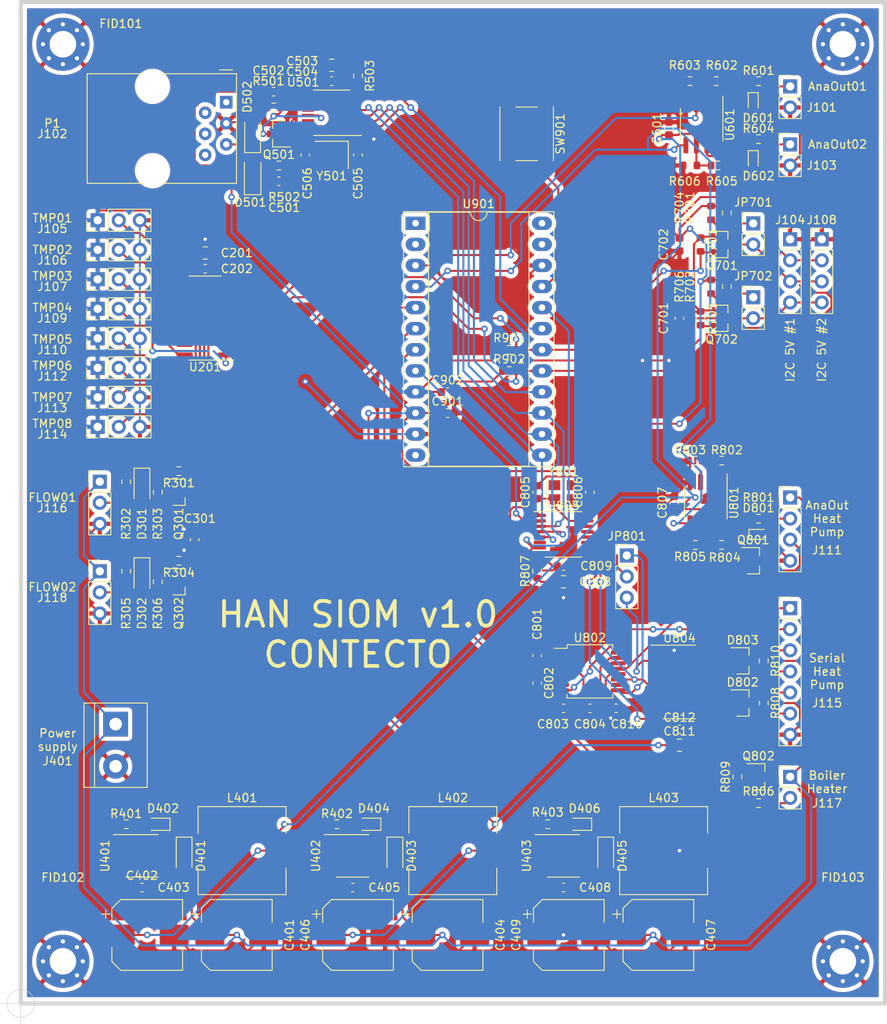
<source format=kicad_pcb>
(kicad_pcb (version 20171130) (host pcbnew "(5.1.4)-1")
  (layers (0 F.Cu signal) (31 B.Cu signal) (34 B.Paste user) (35 F.Paste user) (36 B.SilkS user) (37 F.SilkS user) (38 B.Mask user) (39 F.Mask user) (44 Edge.Cuts user))
  (net 0 "")
  (net 1 GND)
  (net 2 +3V3)
  (net 3 +24V)
  (net 4 +12V)
  (net 5 +5V)
  (net 6 "Net-(C501-Pad1)")
  (net 7 /P1port/XTAL1)
  (net 8 /P1port/XTAL2)
  (net 9 "Net-(C801-Pad2)")
  (net 10 "Net-(C801-Pad1)")
  (net 11 "Net-(C802-Pad2)")
  (net 12 "Net-(C802-Pad1)")
  (net 13 "Net-(C803-Pad1)")
  (net 14 "Net-(C804-Pad1)")
  (net 15 /ExpansionBoard/XTAL1)
  (net 16 /ExpansionBoard/XTAL2)
  (net 17 "Net-(D301-Pad1)")
  (net 18 "Net-(D302-Pad1)")
  (net 19 "Net-(D401-Pad1)")
  (net 20 "Net-(D402-Pad2)")
  (net 21 "Net-(D403-Pad1)")
  (net 22 "Net-(D404-Pad2)")
  (net 23 "Net-(D405-Pad1)")
  (net 24 "Net-(D406-Pad2)")
  (net 25 /P1port/P1_INPUT)
  (net 26 "Net-(D601-Pad1)")
  (net 27 "Net-(D602-Pad1)")
  (net 28 "Net-(D801-Pad1)")
  (net 29 /ExpansionBoard/RS485_RX_B)
  (net 30 /ExpansionBoard/RS485_RX_A)
  (net 31 /ExpansionBoard/RS485_TX_B)
  (net 32 /ExpansionBoard/RS485_TX_A)
  (net 33 /ValveCtrl/ANA_OUT_10V_01)
  (net 34 "Net-(J102-Pad1)")
  (net 35 "Net-(J102-Pad2)")
  (net 36 "Net-(J102-Pad4)")
  (net 37 "Net-(J102-Pad6)")
  (net 38 /ValveCtrl/ANA_OUT_10V_02)
  (net 39 /I2CInterface/SCL_5V)
  (net 40 /I2CInterface/SDA_5V)
  (net 41 /TmpSensor/TMP01)
  (net 42 /TmpSensor/TMP02)
  (net 43 /TmpSensor/TMP03)
  (net 44 /TmpSensor/TMP04)
  (net 45 /TmpSensor/TMP05)
  (net 46 /ExpansionBoard/I_OUT)
  (net 47 /ExpansionBoard/V_OUT)
  (net 48 /TmpSensor/TMP06)
  (net 49 /TmpSensor/TMP07)
  (net 50 /TmpSensor/TMP08)
  (net 51 /ExpansionBoard/RXD)
  (net 52 /ExpansionBoard/TXD)
  (net 53 /FlowInput/FLOW_01)
  (net 54 /ExpansionBoard/HEATER)
  (net 55 /FlowInput/FLOW_02)
  (net 56 "Net-(JP701-Pad1)")
  (net 57 "Net-(JP702-Pad1)")
  (net 58 "Net-(JP801-Pad3)")
  (net 59 "Net-(JP801-Pad2)")
  (net 60 "Net-(JP801-Pad1)")
  (net 61 /FlowInput/FLOW_IN_01)
  (net 62 /FlowInput/FLOW_IN_02)
  (net 63 "Net-(Q501-Pad3)")
  (net 64 /I2CInterface/SDA_AUX)
  (net 65 /I2CInterface/SCL_AUX)
  (net 66 "Net-(Q801-Pad2)")
  (net 67 "Net-(Q801-Pad1)")
  (net 68 "Net-(Q802-Pad1)")
  (net 69 /MainCtrl/INT_P1)
  (net 70 "Net-(R602-Pad2)")
  (net 71 "Net-(R605-Pad2)")
  (net 72 "Net-(R802-Pad2)")
  (net 73 "Net-(R804-Pad1)")
  (net 74 /ExpansionBoard/INT_HP)
  (net 75 /ExpansionBoard/BOILER)
  (net 76 /MainCtrl/RESET)
  (net 77 "Net-(U201-Pad5)")
  (net 78 "Net-(U401-Pad3)")
  (net 79 "Net-(U401-Pad2)")
  (net 80 "Net-(U401-Pad1)")
  (net 81 "Net-(U402-Pad3)")
  (net 82 "Net-(U402-Pad2)")
  (net 83 "Net-(U402-Pad1)")
  (net 84 "Net-(U403-Pad3)")
  (net 85 "Net-(U403-Pad2)")
  (net 86 "Net-(U403-Pad1)")
  (net 87 "Net-(U501-Pad14)")
  (net 88 "Net-(U501-Pad12)")
  (net 89 "Net-(U501-Pad11)")
  (net 90 "Net-(U501-Pad10)")
  (net 91 "Net-(U501-Pad6)")
  (net 92 /ExpansionBoard/SPI_SCLK)
  (net 93 /ExpansionBoard/SPI_MISO)
  (net 94 /ExpansionBoard/SPI_MOSI)
  (net 95 /MainCtrl/SPI_CS_P1)
  (net 96 /MainCtrl/ANA_OUT_02)
  (net 97 /MainCtrl/ANA_OUT_01)
  (net 98 "Net-(U802-Pad11)")
  (net 99 "Net-(U802-Pad10)")
  (net 100 "Net-(U802-Pad1)")
  (net 101 "Net-(U803-Pad14)")
  (net 102 "Net-(U803-Pad11)")
  (net 103 "Net-(U803-Pad10)")
  (net 104 "Net-(U803-Pad6)")
  (net 105 /ExpansionBoard/SPI_CS_HP)
  (net 106 "Net-(U804-Pad13)")
  (net 107 "Net-(U804-Pad7)")
  (net 108 "Net-(U901-Pad24)")
  (net 109 "Net-(U901-Pad12)")
  (net 110 "Net-(U901-Pad23)")
  (net 111 "Net-(U901-Pad2)")
  (net 112 "Net-(U901-Pad1)")
  (module Fiducial:Fiducial_1.5mm_Mask3mm (layer F.Cu) (at 116.84 167.64)
    (fp_text reference FID103 (at 0 -2.4765) (layer F.SilkS))
    (fp_text value Fiducial)
    (pad "" smd circle (at 0 0) (size 1.5 1.5) (layers F.Cu F.Mask) (clearance 0.75))
  )
  (module Fiducial:Fiducial_1.5mm_Mask3mm (layer F.Cu) (at 22.86 167.64)
    (fp_text reference FID102 (at 0 -2.4765) (layer F.SilkS))
    (fp_text value Fiducial)
    (pad "" smd circle (at 0 0) (size 1.5 1.5) (layers F.Cu F.Mask) (clearance 0.75))
  )
  (module Fiducial:Fiducial_1.5mm_Mask3mm (layer F.Cu) (at 29.845 64.77)
    (fp_text reference FID101 (at 0 -2.4765) (layer F.SilkS))
    (fp_text value Fiducial)
    (pad "" smd circle (at 0 0) (size 1.5 1.5) (layers F.Cu F.Mask) (clearance 0.75))
  )
  (module MountingHole:MountingHole_3.2mm_M3_Pad_Via (layer F.Cu) (at 22.86 175.26)
    (fp_text reference H104 hide)
    (fp_text value MountingHole_Pad)
    (pad 1 thru_hole circle (at 1.697056 -1.697056) (size 0.8 0.8) (drill 0.5) (layers *.Cu *.Mask) (net 1 GND))
    (pad 1 thru_hole circle (at 0 -2.4) (size 0.8 0.8) (drill 0.5) (layers *.Cu *.Mask) (net 1 GND))
    (pad 1 thru_hole circle (at -1.697056 -1.697056) (size 0.8 0.8) (drill 0.5) (layers *.Cu *.Mask) (net 1 GND))
    (pad 1 thru_hole circle (at -2.4 0) (size 0.8 0.8) (drill 0.5) (layers *.Cu *.Mask) (net 1 GND))
    (pad 1 thru_hole circle (at -1.697056 1.697056) (size 0.8 0.8) (drill 0.5) (layers *.Cu *.Mask) (net 1 GND))
    (pad 1 thru_hole circle (at 0 2.4) (size 0.8 0.8) (drill 0.5) (layers *.Cu *.Mask) (net 1 GND))
    (pad 1 thru_hole circle (at 1.697056 1.697056) (size 0.8 0.8) (drill 0.5) (layers *.Cu *.Mask) (net 1 GND))
    (pad 1 thru_hole circle (at 2.4 0) (size 0.8 0.8) (drill 0.5) (layers *.Cu *.Mask) (net 1 GND))
    (pad 1 thru_hole circle (at 0 0) (size 6.4 6.4) (drill 3.2) (layers *.Cu *.Mask) (net 1 GND))
  )
  (module MountingHole:MountingHole_3.2mm_M3_Pad_Via (layer F.Cu) (at 116.84 175.26)
    (fp_text reference H103 hide)
    (fp_text value MountingHole_Pad)
    (pad 1 thru_hole circle (at 1.697056 -1.697056) (size 0.8 0.8) (drill 0.5) (layers *.Cu *.Mask) (net 1 GND))
    (pad 1 thru_hole circle (at 0 -2.4) (size 0.8 0.8) (drill 0.5) (layers *.Cu *.Mask) (net 1 GND))
    (pad 1 thru_hole circle (at -1.697056 -1.697056) (size 0.8 0.8) (drill 0.5) (layers *.Cu *.Mask) (net 1 GND))
    (pad 1 thru_hole circle (at -2.4 0) (size 0.8 0.8) (drill 0.5) (layers *.Cu *.Mask) (net 1 GND))
    (pad 1 thru_hole circle (at -1.697056 1.697056) (size 0.8 0.8) (drill 0.5) (layers *.Cu *.Mask) (net 1 GND))
    (pad 1 thru_hole circle (at 0 2.4) (size 0.8 0.8) (drill 0.5) (layers *.Cu *.Mask) (net 1 GND))
    (pad 1 thru_hole circle (at 1.697056 1.697056) (size 0.8 0.8) (drill 0.5) (layers *.Cu *.Mask) (net 1 GND))
    (pad 1 thru_hole circle (at 2.4 0) (size 0.8 0.8) (drill 0.5) (layers *.Cu *.Mask) (net 1 GND))
    (pad 1 thru_hole circle (at 0 0) (size 6.4 6.4) (drill 3.2) (layers *.Cu *.Mask) (net 1 GND))
  )
  (module MountingHole:MountingHole_3.2mm_M3_Pad_Via (layer F.Cu) (at 116.84 64.77)
    (fp_text reference H102 hide)
    (fp_text value MountingHole_Pad)
    (pad 1 thru_hole circle (at 1.697056 -1.697056) (size 0.8 0.8) (drill 0.5) (layers *.Cu *.Mask) (net 1 GND))
    (pad 1 thru_hole circle (at 0 -2.4) (size 0.8 0.8) (drill 0.5) (layers *.Cu *.Mask) (net 1 GND))
    (pad 1 thru_hole circle (at -1.697056 -1.697056) (size 0.8 0.8) (drill 0.5) (layers *.Cu *.Mask) (net 1 GND))
    (pad 1 thru_hole circle (at -2.4 0) (size 0.8 0.8) (drill 0.5) (layers *.Cu *.Mask) (net 1 GND))
    (pad 1 thru_hole circle (at -1.697056 1.697056) (size 0.8 0.8) (drill 0.5) (layers *.Cu *.Mask) (net 1 GND))
    (pad 1 thru_hole circle (at 0 2.4) (size 0.8 0.8) (drill 0.5) (layers *.Cu *.Mask) (net 1 GND))
    (pad 1 thru_hole circle (at 1.697056 1.697056) (size 0.8 0.8) (drill 0.5) (layers *.Cu *.Mask) (net 1 GND))
    (pad 1 thru_hole circle (at 2.4 0) (size 0.8 0.8) (drill 0.5) (layers *.Cu *.Mask) (net 1 GND))
    (pad 1 thru_hole circle (at 0 0) (size 6.4 6.4) (drill 3.2) (layers *.Cu *.Mask) (net 1 GND))
  )
  (module MountingHole:MountingHole_3.2mm_M3_Pad_Via (layer F.Cu) (at 22.86 64.77)
    (fp_text reference H101 hide)
    (fp_text value MountingHole_Pad)
    (pad 1 thru_hole circle (at 1.697056 -1.697056) (size 0.8 0.8) (drill 0.5) (layers *.Cu *.Mask) (net 1 GND))
    (pad 1 thru_hole circle (at 0 -2.4) (size 0.8 0.8) (drill 0.5) (layers *.Cu *.Mask) (net 1 GND))
    (pad 1 thru_hole circle (at -1.697056 -1.697056) (size 0.8 0.8) (drill 0.5) (layers *.Cu *.Mask) (net 1 GND))
    (pad 1 thru_hole circle (at -2.4 0) (size 0.8 0.8) (drill 0.5) (layers *.Cu *.Mask) (net 1 GND))
    (pad 1 thru_hole circle (at -1.697056 1.697056) (size 0.8 0.8) (drill 0.5) (layers *.Cu *.Mask) (net 1 GND))
    (pad 1 thru_hole circle (at 0 2.4) (size 0.8 0.8) (drill 0.5) (layers *.Cu *.Mask) (net 1 GND))
    (pad 1 thru_hole circle (at 1.697056 1.697056) (size 0.8 0.8) (drill 0.5) (layers *.Cu *.Mask) (net 1 GND))
    (pad 1 thru_hole circle (at 2.4 0) (size 0.8 0.8) (drill 0.5) (layers *.Cu *.Mask) (net 1 GND))
    (pad 1 thru_hole circle (at 0 0) (size 6.4 6.4) (drill 3.2) (layers *.Cu *.Mask) (net 1 GND))
  )
  (module Connector_PinHeader_2.54mm:PinHeader_1x03_P2.54mm_Vertical (layer F.Cu) (at 90.805 126.365)
    (fp_text reference JP801 (at 0 -2.33) (layer F.SilkS))
    (fp_text value 232/485)
    (pad 3 thru_hole oval (at 0 5.08) (size 1.7 1.7) (drill 1) (layers *.Cu *.Mask) (net 58 "Net-(JP801-Pad3)"))
    (pad 2 thru_hole oval (at 0 2.54) (size 1.7 1.7) (drill 1) (layers *.Cu *.Mask) (net 59 "Net-(JP801-Pad2)"))
    (pad 1 thru_hole rect (at 0 0) (size 1.7 1.7) (drill 1) (layers *.Cu *.Mask) (net 60 "Net-(JP801-Pad1)"))
  )
  (module Crystal:Crystal_SMD_3225-4Pin_3.2x2.5mm (layer F.Cu) (at 83.185 118.745)
    (fp_text reference Y801 (at 0 -2.45) (layer F.SilkS))
    (fp_text value 7.3728MHz)
    (pad 4 smd rect (at -1.1 -0.85) (size 1.4 1.2) (layers F.Cu F.Paste F.Mask))
    (pad 3 smd rect (at 1.1 -0.85) (size 1.4 1.2) (layers F.Cu F.Paste F.Mask))
    (pad 2 smd rect (at 1.1 0.85) (size 1.4 1.2) (layers F.Cu F.Paste F.Mask) (net 16 /ExpansionBoard/XTAL2))
    (pad 1 smd rect (at -1.1 0.85) (size 1.4 1.2) (layers F.Cu F.Paste F.Mask) (net 15 /ExpansionBoard/XTAL1))
  )
  (module Crystal:Crystal_SMD_3225-4Pin_3.2x2.5mm (layer F.Cu) (at 55.245 78.105 180)
    (fp_text reference Y501 (at 0 -2.54) (layer F.SilkS))
    (fp_text value 7.3728MHz)
    (pad 4 smd rect (at -1.1 -0.85 180) (size 1.4 1.2) (layers F.Cu F.Paste F.Mask))
    (pad 3 smd rect (at 1.1 -0.85 180) (size 1.4 1.2) (layers F.Cu F.Paste F.Mask))
    (pad 2 smd rect (at 1.1 0.85 180) (size 1.4 1.2) (layers F.Cu F.Paste F.Mask) (net 8 /P1port/XTAL2))
    (pad 1 smd rect (at -1.1 0.85 180) (size 1.4 1.2) (layers F.Cu F.Paste F.Mask) (net 7 /P1port/XTAL1))
  )
  (module Package_DIP:DIP-24_W15.24mm_Socket_LongPads (layer F.Cu) (at 65.35 86.34)
    (fp_text reference U901 (at 7.62 -2.33) (layer F.SilkS))
    (fp_text value TinyPico)
    (pad 24 thru_hole oval (at 15.24 0) (size 2.4 1.6) (drill 0.8) (layers *.Cu *.Mask) (net 108 "Net-(U901-Pad24)"))
    (pad 12 thru_hole oval (at 0 27.94) (size 2.4 1.6) (drill 0.8) (layers *.Cu *.Mask) (net 109 "Net-(U901-Pad12)"))
    (pad 23 thru_hole oval (at 15.24 2.54) (size 2.4 1.6) (drill 0.8) (layers *.Cu *.Mask) (net 110 "Net-(U901-Pad23)"))
    (pad 11 thru_hole oval (at 0 25.4) (size 2.4 1.6) (drill 0.8) (layers *.Cu *.Mask) (net 1 GND))
    (pad 22 thru_hole oval (at 15.24 5.08) (size 2.4 1.6) (drill 0.8) (layers *.Cu *.Mask) (net 1 GND))
    (pad 10 thru_hole oval (at 0 22.86) (size 2.4 1.6) (drill 0.8) (layers *.Cu *.Mask) (net 5 +5V))
    (pad 21 thru_hole oval (at 15.24 7.62) (size 2.4 1.6) (drill 0.8) (layers *.Cu *.Mask) (net 76 /MainCtrl/RESET))
    (pad 9 thru_hole oval (at 0 20.32) (size 2.4 1.6) (drill 0.8) (layers *.Cu *.Mask) (net 2 +3V3))
    (pad 20 thru_hole oval (at 15.24 10.16) (size 2.4 1.6) (drill 0.8) (layers *.Cu *.Mask) (net 74 /ExpansionBoard/INT_HP))
    (pad 8 thru_hole oval (at 0 17.78) (size 2.4 1.6) (drill 0.8) (layers *.Cu *.Mask) (net 105 /ExpansionBoard/SPI_CS_HP))
    (pad 19 thru_hole oval (at 15.24 12.7) (size 2.4 1.6) (drill 0.8) (layers *.Cu *.Mask) (net 69 /MainCtrl/INT_P1))
    (pad 7 thru_hole oval (at 0 15.24) (size 2.4 1.6) (drill 0.8) (layers *.Cu *.Mask) (net 75 /ExpansionBoard/BOILER))
    (pad 18 thru_hole oval (at 15.24 15.24) (size 2.4 1.6) (drill 0.8) (layers *.Cu *.Mask) (net 64 /I2CInterface/SDA_AUX))
    (pad 6 thru_hole oval (at 0 12.7) (size 2.4 1.6) (drill 0.8) (layers *.Cu *.Mask) (net 62 /FlowInput/FLOW_IN_02))
    (pad 17 thru_hole oval (at 15.24 17.78) (size 2.4 1.6) (drill 0.8) (layers *.Cu *.Mask) (net 65 /I2CInterface/SCL_AUX))
    (pad 5 thru_hole oval (at 0 10.16) (size 2.4 1.6) (drill 0.8) (layers *.Cu *.Mask) (net 61 /FlowInput/FLOW_IN_01))
    (pad 16 thru_hole oval (at 15.24 20.32) (size 2.4 1.6) (drill 0.8) (layers *.Cu *.Mask) (net 95 /MainCtrl/SPI_CS_P1))
    (pad 4 thru_hole oval (at 0 7.62) (size 2.4 1.6) (drill 0.8) (layers *.Cu *.Mask) (net 96 /MainCtrl/ANA_OUT_02))
    (pad 15 thru_hole oval (at 15.24 22.86) (size 2.4 1.6) (drill 0.8) (layers *.Cu *.Mask) (net 94 /ExpansionBoard/SPI_MOSI))
    (pad 3 thru_hole oval (at 0 5.08) (size 2.4 1.6) (drill 0.8) (layers *.Cu *.Mask) (net 97 /MainCtrl/ANA_OUT_01))
    (pad 14 thru_hole oval (at 15.24 25.4) (size 2.4 1.6) (drill 0.8) (layers *.Cu *.Mask) (net 93 /ExpansionBoard/SPI_MISO))
    (pad 2 thru_hole oval (at 0 2.54) (size 2.4 1.6) (drill 0.8) (layers *.Cu *.Mask) (net 111 "Net-(U901-Pad2)"))
    (pad 13 thru_hole oval (at 15.24 27.94) (size 2.4 1.6) (drill 0.8) (layers *.Cu *.Mask) (net 92 /ExpansionBoard/SPI_SCLK))
    (pad 1 thru_hole rect (at 0 0) (size 2.4 1.6) (drill 0.8) (layers *.Cu *.Mask) (net 112 "Net-(U901-Pad1)"))
  )
  (module Package_SO:SOIC-14_3.9x8.7mm_P1.27mm (layer F.Cu) (at 97.155 141.605)
    (fp_text reference U804 (at 0 -5.28) (layer F.SilkS))
    (fp_text value MAX13432EESD)
    (pad 14 smd roundrect (at 2.475 -3.81) (size 1.95 0.6) (layers F.Cu F.Paste F.Mask) (net 5 +5V))
    (pad 13 smd roundrect (at 2.475 -2.54) (size 1.95 0.6) (layers F.Cu F.Paste F.Mask) (net 106 "Net-(U804-Pad13)"))
    (pad 12 smd roundrect (at 2.475 -1.27) (size 1.95 0.6) (layers F.Cu F.Paste F.Mask) (net 30 /ExpansionBoard/RS485_RX_A))
    (pad 11 smd roundrect (at 2.475 0) (size 1.95 0.6) (layers F.Cu F.Paste F.Mask) (net 29 /ExpansionBoard/RS485_RX_B))
    (pad 10 smd roundrect (at 2.475 1.27) (size 1.95 0.6) (layers F.Cu F.Paste F.Mask) (net 31 /ExpansionBoard/RS485_TX_B))
    (pad 9 smd roundrect (at 2.475 2.54) (size 1.95 0.6) (layers F.Cu F.Paste F.Mask) (net 32 /ExpansionBoard/RS485_TX_A))
    (pad 8 smd roundrect (at 2.475 3.81) (size 1.95 0.6) (layers F.Cu F.Paste F.Mask) (net 1 GND))
    (pad 7 smd roundrect (at -2.475 3.81) (size 1.95 0.6) (layers F.Cu F.Paste F.Mask) (net 107 "Net-(U804-Pad7)"))
    (pad 6 smd roundrect (at -2.475 2.54) (size 1.95 0.6) (layers F.Cu F.Paste F.Mask) (net 1 GND))
    (pad 5 smd roundrect (at -2.475 1.27) (size 1.95 0.6) (layers F.Cu F.Paste F.Mask) (net 98 "Net-(U802-Pad11)"))
    (pad 4 smd roundrect (at -2.475 0) (size 1.95 0.6) (layers F.Cu F.Paste F.Mask) (net 103 "Net-(U803-Pad10)"))
    (pad 3 smd roundrect (at -2.475 -1.27) (size 1.95 0.6) (layers F.Cu F.Paste F.Mask) (net 103 "Net-(U803-Pad10)"))
    (pad 2 smd roundrect (at -2.475 -2.54) (size 1.95 0.6) (layers F.Cu F.Paste F.Mask) (net 58 "Net-(JP801-Pad3)"))
    (pad 1 smd roundrect (at -2.475 -3.81) (size 1.95 0.6) (layers F.Cu F.Paste F.Mask) (net 2 +3V3))
  )
  (module Package_SO:TSSOP-16_4.4x5mm_P0.65mm (layer F.Cu) (at 83.185 123.825)
    (fp_text reference U803 (at 0 -3.45) (layer F.SilkS))
    (fp_text value SC16IS740)
    (pad 16 smd roundrect (at 2.8625 -2.275) (size 1.475 0.4) (layers F.Cu F.Paste F.Mask) (net 16 /ExpansionBoard/XTAL2))
    (pad 15 smd roundrect (at 2.8625 -1.625) (size 1.475 0.4) (layers F.Cu F.Paste F.Mask) (net 15 /ExpansionBoard/XTAL1))
    (pad 14 smd roundrect (at 2.8625 -0.975) (size 1.475 0.4) (layers F.Cu F.Paste F.Mask) (net 101 "Net-(U803-Pad14)"))
    (pad 13 smd roundrect (at 2.8625 -0.325) (size 1.475 0.4) (layers F.Cu F.Paste F.Mask) (net 59 "Net-(JP801-Pad2)"))
    (pad 12 smd roundrect (at 2.8625 0.325) (size 1.475 0.4) (layers F.Cu F.Paste F.Mask) (net 98 "Net-(U802-Pad11)"))
    (pad 11 smd roundrect (at 2.8625 0.975) (size 1.475 0.4) (layers F.Cu F.Paste F.Mask) (net 102 "Net-(U803-Pad11)"))
    (pad 10 smd roundrect (at 2.8625 1.625) (size 1.475 0.4) (layers F.Cu F.Paste F.Mask) (net 103 "Net-(U803-Pad10)"))
    (pad 9 smd roundrect (at 2.8625 2.275) (size 1.475 0.4) (layers F.Cu F.Paste F.Mask) (net 1 GND))
    (pad 8 smd roundrect (at -2.8625 2.275) (size 1.475 0.4) (layers F.Cu F.Paste F.Mask) (net 2 +3V3))
    (pad 7 smd roundrect (at -2.8625 1.625) (size 1.475 0.4) (layers F.Cu F.Paste F.Mask) (net 74 /ExpansionBoard/INT_HP))
    (pad 6 smd roundrect (at -2.8625 0.975) (size 1.475 0.4) (layers F.Cu F.Paste F.Mask) (net 104 "Net-(U803-Pad6)"))
    (pad 5 smd roundrect (at -2.8625 0.325) (size 1.475 0.4) (layers F.Cu F.Paste F.Mask) (net 92 /ExpansionBoard/SPI_SCLK))
    (pad 4 smd roundrect (at -2.8625 -0.325) (size 1.475 0.4) (layers F.Cu F.Paste F.Mask) (net 93 /ExpansionBoard/SPI_MISO))
    (pad 3 smd roundrect (at -2.8625 -0.975) (size 1.475 0.4) (layers F.Cu F.Paste F.Mask) (net 94 /ExpansionBoard/SPI_MOSI))
    (pad 2 smd roundrect (at -2.8625 -1.625) (size 1.475 0.4) (layers F.Cu F.Paste F.Mask) (net 105 /ExpansionBoard/SPI_CS_HP))
    (pad 1 smd roundrect (at -2.8625 -2.275) (size 1.475 0.4) (layers F.Cu F.Paste F.Mask) (net 2 +3V3))
  )
  (module Package_SO:SSOP-16_5.3x6.2mm_P0.65mm (layer F.Cu) (at 86.36 140.335)
    (fp_text reference U802 (at 0 -4.05) (layer F.SilkS))
    (fp_text value MAX3226)
    (pad 16 smd roundrect (at 3.4125 -2.275) (size 1.775 0.5) (layers F.Cu F.Paste F.Mask) (net 2 +3V3))
    (pad 15 smd roundrect (at 3.4125 -1.625) (size 1.775 0.5) (layers F.Cu F.Paste F.Mask) (net 2 +3V3))
    (pad 14 smd roundrect (at 3.4125 -0.975) (size 1.775 0.5) (layers F.Cu F.Paste F.Mask) (net 1 GND))
    (pad 13 smd roundrect (at 3.4125 -0.325) (size 1.775 0.5) (layers F.Cu F.Paste F.Mask) (net 52 /ExpansionBoard/TXD))
    (pad 12 smd roundrect (at 3.4125 0.325) (size 1.775 0.5) (layers F.Cu F.Paste F.Mask) (net 1 GND))
    (pad 11 smd roundrect (at 3.4125 0.975) (size 1.775 0.5) (layers F.Cu F.Paste F.Mask) (net 98 "Net-(U802-Pad11)"))
    (pad 10 smd roundrect (at 3.4125 1.625) (size 1.775 0.5) (layers F.Cu F.Paste F.Mask) (net 99 "Net-(U802-Pad10)"))
    (pad 9 smd roundrect (at 3.4125 2.275) (size 1.775 0.5) (layers F.Cu F.Paste F.Mask) (net 60 "Net-(JP801-Pad1)"))
    (pad 8 smd roundrect (at -3.4125 2.275) (size 1.775 0.5) (layers F.Cu F.Paste F.Mask) (net 51 /ExpansionBoard/RXD))
    (pad 7 smd roundrect (at -3.4125 1.625) (size 1.775 0.5) (layers F.Cu F.Paste F.Mask) (net 13 "Net-(C803-Pad1)"))
    (pad 6 smd roundrect (at -3.4125 0.975) (size 1.775 0.5) (layers F.Cu F.Paste F.Mask) (net 11 "Net-(C802-Pad2)"))
    (pad 5 smd roundrect (at -3.4125 0.325) (size 1.775 0.5) (layers F.Cu F.Paste F.Mask) (net 12 "Net-(C802-Pad1)"))
    (pad 4 smd roundrect (at -3.4125 -0.325) (size 1.775 0.5) (layers F.Cu F.Paste F.Mask) (net 9 "Net-(C801-Pad2)"))
    (pad 3 smd roundrect (at -3.4125 -0.975) (size 1.775 0.5) (layers F.Cu F.Paste F.Mask) (net 14 "Net-(C804-Pad1)"))
    (pad 2 smd roundrect (at -3.4125 -1.625) (size 1.775 0.5) (layers F.Cu F.Paste F.Mask) (net 10 "Net-(C801-Pad1)"))
    (pad 1 smd roundrect (at -3.4125 -2.275) (size 1.775 0.5) (layers F.Cu F.Paste F.Mask) (net 100 "Net-(U802-Pad1)"))
  )
  (module Package_SO:SOIC-8_3.9x4.9mm_P1.27mm (layer F.Cu) (at 100.33 120.015 270)
    (fp_text reference U801 (at 0 -3.4 90) (layer F.SilkS))
    (fp_text value LM7332)
    (pad 8 smd roundrect (at 2.475 -1.905 270) (size 1.95 0.6) (layers F.Cu F.Paste F.Mask) (net 4 +12V))
    (pad 7 smd roundrect (at 2.475 -0.635 270) (size 1.95 0.6) (layers F.Cu F.Paste F.Mask) (net 73 "Net-(R804-Pad1)"))
    (pad 6 smd roundrect (at 2.475 0.635 270) (size 1.95 0.6) (layers F.Cu F.Paste F.Mask) (net 66 "Net-(Q801-Pad2)"))
    (pad 5 smd roundrect (at 2.475 1.905 270) (size 1.95 0.6) (layers F.Cu F.Paste F.Mask) (net 96 /MainCtrl/ANA_OUT_02))
    (pad 4 smd roundrect (at -2.475 1.905 270) (size 1.95 0.6) (layers F.Cu F.Paste F.Mask) (net 1 GND))
    (pad 3 smd roundrect (at -2.475 0.635 270) (size 1.95 0.6) (layers F.Cu F.Paste F.Mask) (net 96 /MainCtrl/ANA_OUT_02))
    (pad 2 smd roundrect (at -2.475 -0.635 270) (size 1.95 0.6) (layers F.Cu F.Paste F.Mask) (net 72 "Net-(R802-Pad2)"))
    (pad 1 smd roundrect (at -2.475 -1.905 270) (size 1.95 0.6) (layers F.Cu F.Paste F.Mask) (net 28 "Net-(D801-Pad1)"))
  )
  (module Package_SO:SOIC-8_3.9x4.9mm_P1.27mm (layer F.Cu) (at 99.83 74.475 270)
    (fp_text reference U601 (at 0 -3.4 90) (layer F.SilkS))
    (fp_text value LM7332)
    (pad 8 smd roundrect (at 2.475 -1.905 270) (size 1.95 0.6) (layers F.Cu F.Paste F.Mask) (net 4 +12V))
    (pad 7 smd roundrect (at 2.475 -0.635 270) (size 1.95 0.6) (layers F.Cu F.Paste F.Mask) (net 27 "Net-(D602-Pad1)"))
    (pad 6 smd roundrect (at 2.475 0.635 270) (size 1.95 0.6) (layers F.Cu F.Paste F.Mask) (net 71 "Net-(R605-Pad2)"))
    (pad 5 smd roundrect (at 2.475 1.905 270) (size 1.95 0.6) (layers F.Cu F.Paste F.Mask) (net 96 /MainCtrl/ANA_OUT_02))
    (pad 4 smd roundrect (at -2.475 1.905 270) (size 1.95 0.6) (layers F.Cu F.Paste F.Mask) (net 1 GND))
    (pad 3 smd roundrect (at -2.475 0.635 270) (size 1.95 0.6) (layers F.Cu F.Paste F.Mask) (net 97 /MainCtrl/ANA_OUT_01))
    (pad 2 smd roundrect (at -2.475 -0.635 270) (size 1.95 0.6) (layers F.Cu F.Paste F.Mask) (net 70 "Net-(R602-Pad2)"))
    (pad 1 smd roundrect (at -2.475 -1.905 270) (size 1.95 0.6) (layers F.Cu F.Paste F.Mask) (net 26 "Net-(D601-Pad1)"))
  )
  (module Package_SO:TSSOP-16_4.4x5mm_P0.65mm (layer F.Cu) (at 55.245 73.025 180)
    (fp_text reference U501 (at 3.429 3.683) (layer F.SilkS))
    (fp_text value SC16IS740)
    (pad 16 smd roundrect (at 2.8625 -2.275 180) (size 1.475 0.4) (layers F.Cu F.Paste F.Mask) (net 8 /P1port/XTAL2))
    (pad 15 smd roundrect (at 2.8625 -1.625 180) (size 1.475 0.4) (layers F.Cu F.Paste F.Mask) (net 7 /P1port/XTAL1))
    (pad 14 smd roundrect (at 2.8625 -0.975 180) (size 1.475 0.4) (layers F.Cu F.Paste F.Mask) (net 87 "Net-(U501-Pad14)"))
    (pad 13 smd roundrect (at 2.8625 -0.325 180) (size 1.475 0.4) (layers F.Cu F.Paste F.Mask) (net 63 "Net-(Q501-Pad3)"))
    (pad 12 smd roundrect (at 2.8625 0.325 180) (size 1.475 0.4) (layers F.Cu F.Paste F.Mask) (net 88 "Net-(U501-Pad12)"))
    (pad 11 smd roundrect (at 2.8625 0.975 180) (size 1.475 0.4) (layers F.Cu F.Paste F.Mask) (net 89 "Net-(U501-Pad11)"))
    (pad 10 smd roundrect (at 2.8625 1.625 180) (size 1.475 0.4) (layers F.Cu F.Paste F.Mask) (net 90 "Net-(U501-Pad10)"))
    (pad 9 smd roundrect (at 2.8625 2.275 180) (size 1.475 0.4) (layers F.Cu F.Paste F.Mask) (net 1 GND))
    (pad 8 smd roundrect (at -2.8625 2.275 180) (size 1.475 0.4) (layers F.Cu F.Paste F.Mask) (net 2 +3V3))
    (pad 7 smd roundrect (at -2.8625 1.625 180) (size 1.475 0.4) (layers F.Cu F.Paste F.Mask) (net 69 /MainCtrl/INT_P1))
    (pad 6 smd roundrect (at -2.8625 0.975 180) (size 1.475 0.4) (layers F.Cu F.Paste F.Mask) (net 91 "Net-(U501-Pad6)"))
    (pad 5 smd roundrect (at -2.8625 0.325 180) (size 1.475 0.4) (layers F.Cu F.Paste F.Mask) (net 92 /ExpansionBoard/SPI_SCLK))
    (pad 4 smd roundrect (at -2.8625 -0.325 180) (size 1.475 0.4) (layers F.Cu F.Paste F.Mask) (net 93 /ExpansionBoard/SPI_MISO))
    (pad 3 smd roundrect (at -2.8625 -0.975 180) (size 1.475 0.4) (layers F.Cu F.Paste F.Mask) (net 94 /ExpansionBoard/SPI_MOSI))
    (pad 2 smd roundrect (at -2.8625 -1.625 180) (size 1.475 0.4) (layers F.Cu F.Paste F.Mask) (net 95 /MainCtrl/SPI_CS_P1))
    (pad 1 smd roundrect (at -2.8625 -2.275 180) (size 1.475 0.4) (layers F.Cu F.Paste F.Mask) (net 2 +3V3))
  )
  (module Package_SO:SOIC-8_3.9x4.9mm_P1.27mm (layer F.Cu) (at 83.185 162.56)
    (fp_text reference U403 (at -4.445 0 90) (layer F.SilkS))
    (fp_text value LM2594M-3.3)
    (pad 8 smd roundrect (at 2.475 -1.905) (size 1.95 0.6) (layers F.Cu F.Paste F.Mask) (net 23 "Net-(D405-Pad1)"))
    (pad 7 smd roundrect (at 2.475 -0.635) (size 1.95 0.6) (layers F.Cu F.Paste F.Mask) (net 3 +24V))
    (pad 6 smd roundrect (at 2.475 0.635) (size 1.95 0.6) (layers F.Cu F.Paste F.Mask) (net 1 GND))
    (pad 5 smd roundrect (at 2.475 1.905) (size 1.95 0.6) (layers F.Cu F.Paste F.Mask) (net 1 GND))
    (pad 4 smd roundrect (at -2.475 1.905) (size 1.95 0.6) (layers F.Cu F.Paste F.Mask) (net 2 +3V3))
    (pad 3 smd roundrect (at -2.475 0.635) (size 1.95 0.6) (layers F.Cu F.Paste F.Mask) (net 84 "Net-(U403-Pad3)"))
    (pad 2 smd roundrect (at -2.475 -0.635) (size 1.95 0.6) (layers F.Cu F.Paste F.Mask) (net 85 "Net-(U403-Pad2)"))
    (pad 1 smd roundrect (at -2.475 -1.905) (size 1.95 0.6) (layers F.Cu F.Paste F.Mask) (net 86 "Net-(U403-Pad1)"))
  )
  (module Package_SO:SOIC-8_3.9x4.9mm_P1.27mm (layer F.Cu) (at 57.785 162.56)
    (fp_text reference U402 (at -4.445 0 90) (layer F.SilkS))
    (fp_text value LM2594M-5.0)
    (pad 8 smd roundrect (at 2.475 -1.905) (size 1.95 0.6) (layers F.Cu F.Paste F.Mask) (net 21 "Net-(D403-Pad1)"))
    (pad 7 smd roundrect (at 2.475 -0.635) (size 1.95 0.6) (layers F.Cu F.Paste F.Mask) (net 3 +24V))
    (pad 6 smd roundrect (at 2.475 0.635) (size 1.95 0.6) (layers F.Cu F.Paste F.Mask) (net 1 GND))
    (pad 5 smd roundrect (at 2.475 1.905) (size 1.95 0.6) (layers F.Cu F.Paste F.Mask) (net 1 GND))
    (pad 4 smd roundrect (at -2.475 1.905) (size 1.95 0.6) (layers F.Cu F.Paste F.Mask) (net 5 +5V))
    (pad 3 smd roundrect (at -2.475 0.635) (size 1.95 0.6) (layers F.Cu F.Paste F.Mask) (net 81 "Net-(U402-Pad3)"))
    (pad 2 smd roundrect (at -2.475 -0.635) (size 1.95 0.6) (layers F.Cu F.Paste F.Mask) (net 82 "Net-(U402-Pad2)"))
    (pad 1 smd roundrect (at -2.475 -1.905) (size 1.95 0.6) (layers F.Cu F.Paste F.Mask) (net 83 "Net-(U402-Pad1)"))
  )
  (module Package_SO:SOIC-8_3.9x4.9mm_P1.27mm (layer F.Cu) (at 32.385 162.56)
    (fp_text reference U401 (at -4.445 0 90) (layer F.SilkS))
    (fp_text value LM2594M-12)
    (pad 8 smd roundrect (at 2.475 -1.905) (size 1.95 0.6) (layers F.Cu F.Paste F.Mask) (net 19 "Net-(D401-Pad1)"))
    (pad 7 smd roundrect (at 2.475 -0.635) (size 1.95 0.6) (layers F.Cu F.Paste F.Mask) (net 3 +24V))
    (pad 6 smd roundrect (at 2.475 0.635) (size 1.95 0.6) (layers F.Cu F.Paste F.Mask) (net 1 GND))
    (pad 5 smd roundrect (at 2.475 1.905) (size 1.95 0.6) (layers F.Cu F.Paste F.Mask) (net 1 GND))
    (pad 4 smd roundrect (at -2.475 1.905) (size 1.95 0.6) (layers F.Cu F.Paste F.Mask) (net 4 +12V))
    (pad 3 smd roundrect (at -2.475 0.635) (size 1.95 0.6) (layers F.Cu F.Paste F.Mask) (net 78 "Net-(U401-Pad3)"))
    (pad 2 smd roundrect (at -2.475 -0.635) (size 1.95 0.6) (layers F.Cu F.Paste F.Mask) (net 79 "Net-(U401-Pad2)"))
    (pad 1 smd roundrect (at -2.475 -1.905) (size 1.95 0.6) (layers F.Cu F.Paste F.Mask) (net 80 "Net-(U401-Pad1)"))
  )
  (module Package_SO:SOIC-16_3.9x9.9mm_P1.27mm (layer F.Cu) (at 40.005 97.761 180)
    (fp_text reference U201 (at 0 -5.9) (layer F.SilkS))
    (fp_text value DS2482-800)
    (pad 16 smd roundrect (at 2.475 -4.445 180) (size 1.95 0.6) (layers F.Cu F.Paste F.Mask) (net 43 /TmpSensor/TMP03))
    (pad 15 smd roundrect (at 2.475 -3.175 180) (size 1.95 0.6) (layers F.Cu F.Paste F.Mask) (net 42 /TmpSensor/TMP02))
    (pad 14 smd roundrect (at 2.475 -1.905 180) (size 1.95 0.6) (layers F.Cu F.Paste F.Mask) (net 41 /TmpSensor/TMP01))
    (pad 13 smd roundrect (at 2.475 -0.635 180) (size 1.95 0.6) (layers F.Cu F.Paste F.Mask) (net 1 GND))
    (pad 12 smd roundrect (at 2.475 0.635 180) (size 1.95 0.6) (layers F.Cu F.Paste F.Mask) (net 45 /TmpSensor/TMP05))
    (pad 11 smd roundrect (at 2.475 1.905 180) (size 1.95 0.6) (layers F.Cu F.Paste F.Mask) (net 48 /TmpSensor/TMP06))
    (pad 10 smd roundrect (at 2.475 3.175 180) (size 1.95 0.6) (layers F.Cu F.Paste F.Mask) (net 49 /TmpSensor/TMP07))
    (pad 9 smd roundrect (at 2.475 4.445 180) (size 1.95 0.6) (layers F.Cu F.Paste F.Mask) (net 50 /TmpSensor/TMP08))
    (pad 8 smd roundrect (at -2.475 4.445 180) (size 1.95 0.6) (layers F.Cu F.Paste F.Mask) (net 1 GND))
    (pad 7 smd roundrect (at -2.475 3.175 180) (size 1.95 0.6) (layers F.Cu F.Paste F.Mask) (net 1 GND))
    (pad 6 smd roundrect (at -2.475 1.905 180) (size 1.95 0.6) (layers F.Cu F.Paste F.Mask) (net 1 GND))
    (pad 5 smd roundrect (at -2.475 0.635 180) (size 1.95 0.6) (layers F.Cu F.Paste F.Mask) (net 77 "Net-(U201-Pad5)"))
    (pad 4 smd roundrect (at -2.475 -0.635 180) (size 1.95 0.6) (layers F.Cu F.Paste F.Mask) (net 2 +3V3))
    (pad 3 smd roundrect (at -2.475 -1.905 180) (size 1.95 0.6) (layers F.Cu F.Paste F.Mask) (net 64 /I2CInterface/SDA_AUX))
    (pad 2 smd roundrect (at -2.475 -3.175 180) (size 1.95 0.6) (layers F.Cu F.Paste F.Mask) (net 65 /I2CInterface/SCL_AUX))
    (pad 1 smd roundrect (at -2.475 -4.445 180) (size 1.95 0.6) (layers F.Cu F.Paste F.Mask) (net 44 /TmpSensor/TMP04))
  )
  (module Button_Switch_SMD:SW_Push_1P1T_NO_6x6mm_H9.5mm (layer F.Cu) (at 78.74 75.565 270)
    (fp_text reference SW901 (at 0 -4.05 90) (layer F.SilkS))
    (fp_text value SW_Push)
    (pad 2 smd rect (at 3.975 2.25 270) (size 1.55 1.3) (layers F.Cu F.Paste F.Mask) (net 1 GND))
    (pad 1 smd rect (at 3.975 -2.25 270) (size 1.55 1.3) (layers F.Cu F.Paste F.Mask) (net 76 /MainCtrl/RESET))
    (pad 1 smd rect (at -3.975 -2.25 270) (size 1.55 1.3) (layers F.Cu F.Paste F.Mask) (net 76 /MainCtrl/RESET))
    (pad 2 smd rect (at -3.975 2.25 270) (size 1.55 1.3) (layers F.Cu F.Paste F.Mask) (net 1 GND))
  )
  (module Resistor_SMD:R_0603_1608Metric (layer F.Cu) (at 76.645 104.14)
    (fp_text reference R902 (at 0 -1.43) (layer F.SilkS))
    (fp_text value 100k)
    (pad 2 smd roundrect (at 0.825 0) (size 0.8 0.95) (layers F.Cu F.Paste F.Mask) (net 65 /I2CInterface/SCL_AUX))
    (pad 1 smd roundrect (at -0.825 0) (size 0.8 0.95) (layers F.Cu F.Paste F.Mask) (net 2 +3V3))
  )
  (module Resistor_SMD:R_0603_1608Metric (layer F.Cu) (at 76.645 101.6)
    (fp_text reference R901 (at 0 -1.43) (layer F.SilkS))
    (fp_text value 100k)
    (pad 2 smd roundrect (at 0.825 0) (size 0.8 0.95) (layers F.Cu F.Paste F.Mask) (net 64 /I2CInterface/SDA_AUX))
    (pad 1 smd roundrect (at -0.825 0) (size 0.8 0.95) (layers F.Cu F.Paste F.Mask) (net 2 +3V3))
  )
  (module Resistor_SMD:R_0603_1608Metric (layer F.Cu) (at 107.315 139.065 270)
    (fp_text reference R810 (at 0 -1.43 90) (layer F.SilkS))
    (fp_text value 120R)
    (pad 2 smd roundrect (at 0.825 0 270) (size 0.8 0.95) (layers F.Cu F.Paste F.Mask) (net 31 /ExpansionBoard/RS485_TX_B))
    (pad 1 smd roundrect (at -0.825 0 270) (size 0.8 0.95) (layers F.Cu F.Paste F.Mask) (net 32 /ExpansionBoard/RS485_TX_A))
  )
  (module Resistor_SMD:R_0603_1608Metric (layer F.Cu) (at 104.14 153.035 90)
    (fp_text reference R809 (at 0 -1.43 90) (layer F.SilkS))
    (fp_text value 10k0)
    (pad 2 smd roundrect (at 0.825 0 90) (size 0.8 0.95) (layers F.Cu F.Paste F.Mask) (net 68 "Net-(Q802-Pad1)"))
    (pad 1 smd roundrect (at -0.825 0 90) (size 0.8 0.95) (layers F.Cu F.Paste F.Mask) (net 75 /ExpansionBoard/BOILER))
  )
  (module Resistor_SMD:R_0603_1608Metric (layer F.Cu) (at 107.315 144.145 270)
    (fp_text reference R808 (at 0 -1.43 90) (layer F.SilkS))
    (fp_text value 120R)
    (pad 2 smd roundrect (at 0.825 0 270) (size 0.8 0.95) (layers F.Cu F.Paste F.Mask) (net 29 /ExpansionBoard/RS485_RX_B))
    (pad 1 smd roundrect (at -0.825 0 270) (size 0.8 0.95) (layers F.Cu F.Paste F.Mask) (net 30 /ExpansionBoard/RS485_RX_A))
  )
  (module Resistor_SMD:R_0603_1608Metric (layer F.Cu) (at 80.01 128.27 90)
    (fp_text reference R807 (at 0 -1.43 90) (layer F.SilkS))
    (fp_text value 1k00)
    (pad 2 smd roundrect (at 0.825 0 90) (size 0.8 0.95) (layers F.Cu F.Paste F.Mask) (net 74 /ExpansionBoard/INT_HP))
    (pad 1 smd roundrect (at -0.825 0 90) (size 0.8 0.95) (layers F.Cu F.Paste F.Mask) (net 2 +3V3))
  )
  (module Resistor_SMD:R_0603_1608Metric (layer F.Cu) (at 106.68 156.21)
    (fp_text reference R806 (at 0 -1.43) (layer F.SilkS))
    (fp_text value 1k00)
    (pad 2 smd roundrect (at 0.825 0) (size 0.8 0.95) (layers F.Cu F.Paste F.Mask) (net 54 /ExpansionBoard/HEATER))
    (pad 1 smd roundrect (at -0.825 0) (size 0.8 0.95) (layers F.Cu F.Paste F.Mask) (net 5 +5V))
  )
  (module Resistor_SMD:R_0603_1608Metric (layer F.Cu) (at 99.06 125.095 180)
    (fp_text reference R805 (at 0.635 -1.43) (layer F.SilkS))
    (fp_text value 150R)
    (pad 2 smd roundrect (at 0.825 0 180) (size 0.8 0.95) (layers F.Cu F.Paste F.Mask) (net 1 GND))
    (pad 1 smd roundrect (at -0.825 0 180) (size 0.8 0.95) (layers F.Cu F.Paste F.Mask) (net 66 "Net-(Q801-Pad2)"))
  )
  (module Resistor_SMD:R_0603_1608Metric (layer F.Cu) (at 102.235 125.095)
    (fp_text reference R804 (at 0.381 1.524) (layer F.SilkS))
    (fp_text value 10k0)
    (pad 2 smd roundrect (at 0.825 0) (size 0.8 0.95) (layers F.Cu F.Paste F.Mask) (net 67 "Net-(Q801-Pad1)"))
    (pad 1 smd roundrect (at -0.825 0) (size 0.8 0.95) (layers F.Cu F.Paste F.Mask) (net 73 "Net-(R804-Pad1)"))
  )
  (module Resistor_SMD:R_0603_1608Metric (layer F.Cu) (at 99.06 114.935 180)
    (fp_text reference R803 (at 0.635 1.27) (layer F.SilkS))
    (fp_text value 22k0)
    (pad 2 smd roundrect (at 0.825 0 180) (size 0.8 0.95) (layers F.Cu F.Paste F.Mask) (net 1 GND))
    (pad 1 smd roundrect (at -0.825 0 180) (size 0.8 0.95) (layers F.Cu F.Paste F.Mask) (net 72 "Net-(R802-Pad2)"))
  )
  (module Resistor_SMD:R_0603_1608Metric (layer F.Cu) (at 102.235 114.935 180)
    (fp_text reference R802 (at -0.635 1.27) (layer F.SilkS))
    (fp_text value 10k0)
    (pad 2 smd roundrect (at 0.825 0 180) (size 0.8 0.95) (layers F.Cu F.Paste F.Mask) (net 72 "Net-(R802-Pad2)"))
    (pad 1 smd roundrect (at -0.825 0 180) (size 0.8 0.95) (layers F.Cu F.Paste F.Mask) (net 28 "Net-(D801-Pad1)"))
  )
  (module Resistor_SMD:R_0603_1608Metric (layer F.Cu) (at 106.68 121.92 180)
    (fp_text reference R801 (at 0 2.54) (layer F.SilkS))
    (fp_text value 470R)
    (pad 2 smd roundrect (at 0.825 0 180) (size 0.8 0.95) (layers F.Cu F.Paste F.Mask) (net 28 "Net-(D801-Pad1)"))
    (pad 1 smd roundrect (at -0.825 0 180) (size 0.8 0.95) (layers F.Cu F.Paste F.Mask) (net 47 /ExpansionBoard/V_OUT))
  )
  (module Resistor_SMD:R_0603_1608Metric (layer F.Cu) (at 100.965 93.98 270)
    (fp_text reference R706 (at 0 3.81 90) (layer F.SilkS))
    (fp_text value 100k)
    (pad 2 smd roundrect (at 0.825 0 270) (size 0.8 0.95) (layers F.Cu F.Paste F.Mask) (net 39 /I2CInterface/SCL_5V))
    (pad 1 smd roundrect (at -0.825 0 270) (size 0.8 0.95) (layers F.Cu F.Paste F.Mask) (net 5 +5V))
  )
  (module Resistor_SMD:R_0603_1608Metric (layer F.Cu) (at 99.695 97.79 270)
    (fp_text reference R705 (at 0 -1.43 90) (layer F.SilkS))
    (fp_text value 100k)
    (pad 2 smd roundrect (at 0.825 0 270) (size 0.8 0.95) (layers F.Cu F.Paste F.Mask) (net 65 /I2CInterface/SCL_AUX))
    (pad 1 smd roundrect (at -0.825 0 270) (size 0.8 0.95) (layers F.Cu F.Paste F.Mask) (net 2 +3V3))
  )
  (module Resistor_SMD:R_0603_1608Metric (layer F.Cu) (at 100.965 85.09 270)
    (fp_text reference R704 (at -0.635 3.81 90) (layer F.SilkS))
    (fp_text value 100k)
    (pad 2 smd roundrect (at 0.825 0 270) (size 0.8 0.95) (layers F.Cu F.Paste F.Mask) (net 40 /I2CInterface/SDA_5V))
    (pad 1 smd roundrect (at -0.825 0 270) (size 0.8 0.95) (layers F.Cu F.Paste F.Mask) (net 5 +5V))
  )
  (module Resistor_SMD:R_0603_1608Metric (layer F.Cu) (at 99.695 88.9 270)
    (fp_text reference R703 (at 0 -1.43 90) (layer F.SilkS))
    (fp_text value 100k)
    (pad 2 smd roundrect (at 0.825 0 270) (size 0.8 0.95) (layers F.Cu F.Paste F.Mask) (net 64 /I2CInterface/SDA_AUX))
    (pad 1 smd roundrect (at -0.825 0 270) (size 0.8 0.95) (layers F.Cu F.Paste F.Mask) (net 2 +3V3))
  )
  (module Resistor_SMD:R_0603_1608Metric (layer F.Cu) (at 102.87 93.98 270)
    (fp_text reference R702 (at 0 4.445 90) (layer F.SilkS))
    (fp_text value 1k50)
    (pad 2 smd roundrect (at 0.825 0 270) (size 0.8 0.95) (layers F.Cu F.Paste F.Mask) (net 57 "Net-(JP702-Pad1)"))
    (pad 1 smd roundrect (at -0.825 0 270) (size 0.8 0.95) (layers F.Cu F.Paste F.Mask) (net 5 +5V))
  )
  (module Resistor_SMD:R_0603_1608Metric (layer F.Cu) (at 102.87 85.09 270)
    (fp_text reference R701 (at -0.635 4.445 90) (layer F.SilkS))
    (fp_text value 1k50)
    (pad 2 smd roundrect (at 0.825 0 270) (size 0.8 0.95) (layers F.Cu F.Paste F.Mask) (net 56 "Net-(JP701-Pad1)"))
    (pad 1 smd roundrect (at -0.825 0 270) (size 0.8 0.95) (layers F.Cu F.Paste F.Mask) (net 5 +5V))
  )
  (module Resistor_SMD:R_0603_1608Metric (layer F.Cu) (at 98.425 79.375 180)
    (fp_text reference R606 (at 0.635 -1.905) (layer F.SilkS))
    (fp_text value 22k0)
    (pad 2 smd roundrect (at 0.825 0 180) (size 0.8 0.95) (layers F.Cu F.Paste F.Mask) (net 1 GND))
    (pad 1 smd roundrect (at -0.825 0 180) (size 0.8 0.95) (layers F.Cu F.Paste F.Mask) (net 71 "Net-(R605-Pad2)"))
  )
  (module Resistor_SMD:R_0603_1608Metric (layer F.Cu) (at 101.79 79.375 180)
    (fp_text reference R605 (at -0.445 -1.905) (layer F.SilkS))
    (fp_text value 10k0)
    (pad 2 smd roundrect (at 0.825 0 180) (size 0.8 0.95) (layers F.Cu F.Paste F.Mask) (net 71 "Net-(R605-Pad2)"))
    (pad 1 smd roundrect (at -0.825 0 180) (size 0.8 0.95) (layers F.Cu F.Paste F.Mask) (net 27 "Net-(D602-Pad1)"))
  )
  (module Resistor_SMD:R_0603_1608Metric (layer F.Cu) (at 106.68 76.2 180)
    (fp_text reference R604 (at 0 1.27) (layer F.SilkS))
    (fp_text value 470R)
    (pad 2 smd roundrect (at 0.825 0 180) (size 0.8 0.95) (layers F.Cu F.Paste F.Mask) (net 27 "Net-(D602-Pad1)"))
    (pad 1 smd roundrect (at -0.825 0 180) (size 0.8 0.95) (layers F.Cu F.Paste F.Mask) (net 38 /ValveCtrl/ANA_OUT_10V_02))
  )
  (module Resistor_SMD:R_0603_1608Metric (layer F.Cu) (at 98.425 69.215 180)
    (fp_text reference R603 (at 0.635 1.905) (layer F.SilkS))
    (fp_text value 22k0)
    (pad 2 smd roundrect (at 0.825 0 180) (size 0.8 0.95) (layers F.Cu F.Paste F.Mask) (net 1 GND))
    (pad 1 smd roundrect (at -0.825 0 180) (size 0.8 0.95) (layers F.Cu F.Paste F.Mask) (net 70 "Net-(R602-Pad2)"))
  )
  (module Resistor_SMD:R_0603_1608Metric (layer F.Cu) (at 101.6 69.215 180)
    (fp_text reference R602 (at -0.635 1.905) (layer F.SilkS))
    (fp_text value 10k0)
    (pad 2 smd roundrect (at 0.825 0 180) (size 0.8 0.95) (layers F.Cu F.Paste F.Mask) (net 70 "Net-(R602-Pad2)"))
    (pad 1 smd roundrect (at -0.825 0 180) (size 0.8 0.95) (layers F.Cu F.Paste F.Mask) (net 26 "Net-(D601-Pad1)"))
  )
  (module Resistor_SMD:R_0603_1608Metric (layer F.Cu) (at 106.68 69.215 180)
    (fp_text reference R601 (at 0 1.27) (layer F.SilkS))
    (fp_text value 470R)
    (pad 2 smd roundrect (at 0.825 0 180) (size 0.8 0.95) (layers F.Cu F.Paste F.Mask) (net 26 "Net-(D601-Pad1)"))
    (pad 1 smd roundrect (at -0.825 0 180) (size 0.8 0.95) (layers F.Cu F.Paste F.Mask) (net 33 /ValveCtrl/ANA_OUT_10V_01))
  )
  (module Resistor_SMD:R_0603_1608Metric (layer F.Cu) (at 58.42 68.58 270)
    (fp_text reference R503 (at 0 -1.43 90) (layer F.SilkS))
    (fp_text value 1k00)
    (pad 2 smd roundrect (at 0.825 0 270) (size 0.8 0.95) (layers F.Cu F.Paste F.Mask) (net 69 /MainCtrl/INT_P1))
    (pad 1 smd roundrect (at -0.825 0 270) (size 0.8 0.95) (layers F.Cu F.Paste F.Mask) (net 2 +3V3))
  )
  (module Resistor_SMD:R_0603_1608Metric (layer F.Cu) (at 48.895 79.375)
    (fp_text reference R502 (at 0.635 3.81) (layer F.SilkS))
    (fp_text value 1k00)
    (pad 2 smd roundrect (at 0.825 0) (size 0.8 0.95) (layers F.Cu F.Paste F.Mask) (net 25 /P1port/P1_INPUT))
    (pad 1 smd roundrect (at -0.825 0) (size 0.8 0.95) (layers F.Cu F.Paste F.Mask) (net 6 "Net-(C501-Pad1)"))
  )
  (module Resistor_SMD:R_0603_1608Metric (layer F.Cu) (at 48.26 72.39)
    (fp_text reference R501 (at -0.635 -3.175) (layer F.SilkS))
    (fp_text value 1k00)
    (pad 2 smd roundrect (at 0.825 0) (size 0.8 0.95) (layers F.Cu F.Paste F.Mask) (net 63 "Net-(Q501-Pad3)"))
    (pad 1 smd roundrect (at -0.825 0) (size 0.8 0.95) (layers F.Cu F.Paste F.Mask) (net 5 +5V))
  )
  (module Resistor_SMD:R_0603_1608Metric (layer F.Cu) (at 81.28 158.75)
    (fp_text reference R403 (at 0 -1.43) (layer F.SilkS))
    (fp_text value 330R)
    (pad 2 smd roundrect (at 0.825 0) (size 0.8 0.95) (layers F.Cu F.Paste F.Mask) (net 24 "Net-(D406-Pad2)"))
    (pad 1 smd roundrect (at -0.825 0) (size 0.8 0.95) (layers F.Cu F.Paste F.Mask) (net 2 +3V3))
  )
  (module Resistor_SMD:R_0603_1608Metric (layer F.Cu) (at 55.88 158.75)
    (fp_text reference R402 (at 0 -1.27) (layer F.SilkS))
    (fp_text value 680R)
    (pad 2 smd roundrect (at 0.825 0) (size 0.8 0.95) (layers F.Cu F.Paste F.Mask) (net 22 "Net-(D404-Pad2)"))
    (pad 1 smd roundrect (at -0.825 0) (size 0.8 0.95) (layers F.Cu F.Paste F.Mask) (net 5 +5V))
  )
  (module Resistor_SMD:R_0603_1608Metric (layer F.Cu) (at 30.48 158.75)
    (fp_text reference R401 (at 0 -1.27) (layer F.SilkS))
    (fp_text value 2k20)
    (pad 2 smd roundrect (at 0.825 0) (size 0.8 0.95) (layers F.Cu F.Paste F.Mask) (net 20 "Net-(D402-Pad2)"))
    (pad 1 smd roundrect (at -0.825 0) (size 0.8 0.95) (layers F.Cu F.Paste F.Mask) (net 4 +12V))
  )
  (module Resistor_SMD:R_0603_1608Metric (layer F.Cu) (at 34.29 129.54 270)
    (fp_text reference R306 (at 3.81 0 90) (layer F.SilkS))
    (fp_text value 2k20)
    (pad 2 smd roundrect (at 0.825 0 270) (size 0.8 0.95) (layers F.Cu F.Paste F.Mask) (net 1 GND))
    (pad 1 smd roundrect (at -0.825 0 270) (size 0.8 0.95) (layers F.Cu F.Paste F.Mask) (net 18 "Net-(D302-Pad1)"))
  )
  (module Resistor_SMD:R_0603_1608Metric (layer F.Cu) (at 30.48 128.27 90)
    (fp_text reference R305 (at -5.08 0 90) (layer F.SilkS))
    (fp_text value 10k0)
    (pad 2 smd roundrect (at 0.825 0 90) (size 0.8 0.95) (layers F.Cu F.Paste F.Mask) (net 18 "Net-(D302-Pad1)"))
    (pad 1 smd roundrect (at -0.825 0 90) (size 0.8 0.95) (layers F.Cu F.Paste F.Mask) (net 55 /FlowInput/FLOW_02))
  )
  (module Resistor_SMD:R_0603_1608Metric (layer F.Cu) (at 36.83 127 180)
    (fp_text reference R304 (at 0 -1.43) (layer F.SilkS))
    (fp_text value 1k00)
    (pad 2 smd roundrect (at 0.825 0 180) (size 0.8 0.95) (layers F.Cu F.Paste F.Mask) (net 62 /FlowInput/FLOW_IN_02))
    (pad 1 smd roundrect (at -0.825 0 180) (size 0.8 0.95) (layers F.Cu F.Paste F.Mask) (net 2 +3V3))
  )
  (module Resistor_SMD:R_0603_1608Metric (layer F.Cu) (at 34.29 118.745 270)
    (fp_text reference R303 (at 3.81 0 90) (layer F.SilkS))
    (fp_text value 2k20)
    (pad 2 smd roundrect (at 0.825 0 270) (size 0.8 0.95) (layers F.Cu F.Paste F.Mask) (net 1 GND))
    (pad 1 smd roundrect (at -0.825 0 270) (size 0.8 0.95) (layers F.Cu F.Paste F.Mask) (net 17 "Net-(D301-Pad1)"))
  )
  (module Resistor_SMD:R_0603_1608Metric (layer F.Cu) (at 30.48 117.475 90)
    (fp_text reference R302 (at -5.08 0 90) (layer F.SilkS))
    (fp_text value 10k0)
    (pad 2 smd roundrect (at 0.825 0 90) (size 0.8 0.95) (layers F.Cu F.Paste F.Mask) (net 17 "Net-(D301-Pad1)"))
    (pad 1 smd roundrect (at -0.825 0 90) (size 0.8 0.95) (layers F.Cu F.Paste F.Mask) (net 53 /FlowInput/FLOW_01))
  )
  (module Resistor_SMD:R_0603_1608Metric (layer F.Cu) (at 36.83 116.205 180)
    (fp_text reference R301 (at 0 -1.43) (layer F.SilkS))
    (fp_text value 1k00)
    (pad 2 smd roundrect (at 0.825 0 180) (size 0.8 0.95) (layers F.Cu F.Paste F.Mask) (net 61 /FlowInput/FLOW_IN_01))
    (pad 1 smd roundrect (at -0.825 0 180) (size 0.8 0.95) (layers F.Cu F.Paste F.Mask) (net 2 +3V3))
  )
  (module Package_TO_SOT_SMD:SOT-23 (layer F.Cu) (at 106.68 153.035)
    (fp_text reference Q802 (at 0 -2.5) (layer F.SilkS))
    (fp_text value BSS138)
    (pad 3 smd rect (at 1 0) (size 0.9 0.8) (layers F.Cu F.Paste F.Mask) (net 54 /ExpansionBoard/HEATER))
    (pad 2 smd rect (at -1 0.95) (size 0.9 0.8) (layers F.Cu F.Paste F.Mask) (net 1 GND))
    (pad 1 smd rect (at -1 -0.95) (size 0.9 0.8) (layers F.Cu F.Paste F.Mask) (net 68 "Net-(Q802-Pad1)"))
  )
  (module Package_TO_SOT_SMD:SOT-23 (layer F.Cu) (at 106.045 127)
    (fp_text reference Q801 (at 0 -2.5) (layer F.SilkS))
    (fp_text value BSS138)
    (pad 3 smd rect (at 1 0) (size 0.9 0.8) (layers F.Cu F.Paste F.Mask) (net 46 /ExpansionBoard/I_OUT))
    (pad 2 smd rect (at -1 0.95) (size 0.9 0.8) (layers F.Cu F.Paste F.Mask) (net 66 "Net-(Q801-Pad2)"))
    (pad 1 smd rect (at -1 -0.95) (size 0.9 0.8) (layers F.Cu F.Paste F.Mask) (net 67 "Net-(Q801-Pad1)"))
  )
  (module Package_TO_SOT_SMD:SOT-23 (layer F.Cu) (at 102.235 97.79)
    (fp_text reference Q702 (at 0 2.54) (layer F.SilkS))
    (fp_text value BSS138)
    (pad 3 smd rect (at 1 0) (size 0.9 0.8) (layers F.Cu F.Paste F.Mask) (net 39 /I2CInterface/SCL_5V))
    (pad 2 smd rect (at -1 0.95) (size 0.9 0.8) (layers F.Cu F.Paste F.Mask) (net 65 /I2CInterface/SCL_AUX))
    (pad 1 smd rect (at -1 -0.95) (size 0.9 0.8) (layers F.Cu F.Paste F.Mask) (net 2 +3V3))
  )
  (module Package_TO_SOT_SMD:SOT-23 (layer F.Cu) (at 102.235 88.9)
    (fp_text reference Q701 (at 0 2.54) (layer F.SilkS))
    (fp_text value BSS138)
    (pad 3 smd rect (at 1 0) (size 0.9 0.8) (layers F.Cu F.Paste F.Mask) (net 40 /I2CInterface/SDA_5V))
    (pad 2 smd rect (at -1 0.95) (size 0.9 0.8) (layers F.Cu F.Paste F.Mask) (net 64 /I2CInterface/SDA_AUX))
    (pad 1 smd rect (at -1 -0.95) (size 0.9 0.8) (layers F.Cu F.Paste F.Mask) (net 2 +3V3))
  )
  (module Package_TO_SOT_SMD:SOT-23 (layer F.Cu) (at 48.895 75.565 180)
    (fp_text reference Q501 (at 0 -2.5) (layer F.SilkS))
    (fp_text value BSS138)
    (pad 3 smd rect (at 1 0 180) (size 0.9 0.8) (layers F.Cu F.Paste F.Mask) (net 63 "Net-(Q501-Pad3)"))
    (pad 2 smd rect (at -1 0.95 180) (size 0.9 0.8) (layers F.Cu F.Paste F.Mask) (net 1 GND))
    (pad 1 smd rect (at -1 -0.95 180) (size 0.9 0.8) (layers F.Cu F.Paste F.Mask) (net 25 /P1port/P1_INPUT))
  )
  (module Package_TO_SOT_SMD:SOT-23 (layer F.Cu) (at 36.83 129.54)
    (fp_text reference Q302 (at 0 3.81 90) (layer F.SilkS))
    (fp_text value BSS138)
    (pad 3 smd rect (at 1 0) (size 0.9 0.8) (layers F.Cu F.Paste F.Mask) (net 62 /FlowInput/FLOW_IN_02))
    (pad 2 smd rect (at -1 0.95) (size 0.9 0.8) (layers F.Cu F.Paste F.Mask) (net 1 GND))
    (pad 1 smd rect (at -1 -0.95) (size 0.9 0.8) (layers F.Cu F.Paste F.Mask) (net 18 "Net-(D302-Pad1)"))
  )
  (module Package_TO_SOT_SMD:SOT-23 (layer F.Cu) (at 36.83 118.745)
    (fp_text reference Q301 (at 0 3.81 90) (layer F.SilkS))
    (fp_text value BSS138)
    (pad 3 smd rect (at 1 0) (size 0.9 0.8) (layers F.Cu F.Paste F.Mask) (net 61 /FlowInput/FLOW_IN_01))
    (pad 2 smd rect (at -1 0.95) (size 0.9 0.8) (layers F.Cu F.Paste F.Mask) (net 1 GND))
    (pad 1 smd rect (at -1 -0.95) (size 0.9 0.8) (layers F.Cu F.Paste F.Mask) (net 17 "Net-(D301-Pad1)"))
  )
  (module Inductor_SMD:L_10.4x10.4_H4.8 (layer F.Cu) (at 95.25 161.925)
    (fp_text reference L403 (at 0 -6.35) (layer F.SilkS))
    (fp_text value 100u/1)
    (pad 2 smd rect (at 4.15 0) (size 2.7 3.6) (layers F.Cu F.Paste F.Mask) (net 2 +3V3))
    (pad 1 smd rect (at -4.15 0) (size 2.7 3.6) (layers F.Cu F.Paste F.Mask) (net 23 "Net-(D405-Pad1)"))
  )
  (module Inductor_SMD:L_10.4x10.4_H4.8 (layer F.Cu) (at 69.85 161.925)
    (fp_text reference L402 (at 0 -6.35) (layer F.SilkS))
    (fp_text value 150u/1)
    (pad 2 smd rect (at 4.15 0) (size 2.7 3.6) (layers F.Cu F.Paste F.Mask) (net 5 +5V))
    (pad 1 smd rect (at -4.15 0) (size 2.7 3.6) (layers F.Cu F.Paste F.Mask) (net 21 "Net-(D403-Pad1)"))
  )
  (module Inductor_SMD:L_10.4x10.4_H4.8 (layer F.Cu) (at 44.45 161.925)
    (fp_text reference L401 (at 0 -6.35) (layer F.SilkS))
    (fp_text value 220u/1)
    (pad 2 smd rect (at 4.15 0) (size 2.7 3.6) (layers F.Cu F.Paste F.Mask) (net 4 +12V))
    (pad 1 smd rect (at -4.15 0) (size 2.7 3.6) (layers F.Cu F.Paste F.Mask) (net 19 "Net-(D401-Pad1)"))
  )
  (module Connector_PinHeader_2.54mm:PinHeader_1x02_P2.54mm_Vertical (layer F.Cu) (at 106.045 95.25)
    (fp_text reference JP702 (at 0 -2.54) (layer F.SilkS))
    (fp_text value "I2C Trm")
    (pad 2 thru_hole oval (at 0 2.54) (size 1.7 1.7) (drill 1) (layers *.Cu *.Mask) (net 39 /I2CInterface/SCL_5V))
    (pad 1 thru_hole rect (at 0 0) (size 1.7 1.7) (drill 1) (layers *.Cu *.Mask) (net 57 "Net-(JP702-Pad1)"))
  )
  (module Connector_PinHeader_2.54mm:PinHeader_1x02_P2.54mm_Vertical (layer F.Cu) (at 106.045 86.36)
    (fp_text reference JP701 (at 0 -2.54) (layer F.SilkS))
    (fp_text value "I2C Trm")
    (pad 2 thru_hole oval (at 0 2.54) (size 1.7 1.7) (drill 1) (layers *.Cu *.Mask) (net 40 /I2CInterface/SDA_5V))
    (pad 1 thru_hole rect (at 0 0) (size 1.7 1.7) (drill 1) (layers *.Cu *.Mask) (net 56 "Net-(JP701-Pad1)"))
  )
  (module TerminalBlock:TerminalBlock_bornier-2_P5.08mm (layer F.Cu) (at 29.21 146.685 270)
    (fp_text reference J401 (at 4.445 6.985 180) (layer F.SilkS))
    (fp_text value 24V)
    (pad 2 thru_hole circle (at 5.08 0 270) (size 3 3) (drill 1.52) (layers *.Cu *.Mask) (net 1 GND))
    (pad 1 thru_hole rect (at 0 0 270) (size 3 3) (drill 1.52) (layers *.Cu *.Mask) (net 3 +24V))
  )
  (module Connector_PinHeader_2.54mm:PinHeader_1x03_P2.54mm_Vertical (layer F.Cu) (at 27.305 128.27)
    (fp_text reference J118 (at -5.715 3.175) (layer F.SilkS))
    (fp_text value FLOW02)
    (pad 3 thru_hole oval (at 0 5.08) (size 1.7 1.7) (drill 1) (layers *.Cu *.Mask) (net 1 GND))
    (pad 2 thru_hole oval (at 0 2.54) (size 1.7 1.7) (drill 1) (layers *.Cu *.Mask) (net 55 /FlowInput/FLOW_02))
    (pad 1 thru_hole rect (at 0 0) (size 1.7 1.7) (drill 1) (layers *.Cu *.Mask) (net 3 +24V))
  )
  (module Connector_PinHeader_2.54mm:PinHeader_1x02_P2.54mm_Vertical (layer F.Cu) (at 110.49 153.035)
    (fp_text reference J117 (at 4.445 3.175) (layer F.SilkS))
    (fp_text value "Boiler Heater")
    (pad 2 thru_hole oval (at 0 2.54) (size 1.7 1.7) (drill 1) (layers *.Cu *.Mask) (net 54 /ExpansionBoard/HEATER))
    (pad 1 thru_hole rect (at 0 0) (size 1.7 1.7) (drill 1) (layers *.Cu *.Mask) (net 3 +24V))
  )
  (module Connector_PinHeader_2.54mm:PinHeader_1x03_P2.54mm_Vertical (layer F.Cu) (at 27.305 117.475)
    (fp_text reference J116 (at -5.715 3.175) (layer F.SilkS))
    (fp_text value FLOW01)
    (pad 3 thru_hole oval (at 0 5.08) (size 1.7 1.7) (drill 1) (layers *.Cu *.Mask) (net 1 GND))
    (pad 2 thru_hole oval (at 0 2.54) (size 1.7 1.7) (drill 1) (layers *.Cu *.Mask) (net 53 /FlowInput/FLOW_01))
    (pad 1 thru_hole rect (at 0 0) (size 1.7 1.7) (drill 1) (layers *.Cu *.Mask) (net 3 +24V))
  )
  (module Connector_PinHeader_2.54mm:PinHeader_1x07_P2.54mm_Vertical (layer F.Cu) (at 110.49 132.715)
    (fp_text reference J115 (at 4.445 11.43) (layer F.SilkS))
    (fp_text value "Serial Heatpump")
    (pad 7 thru_hole oval (at 0 15.24) (size 1.7 1.7) (drill 1) (layers *.Cu *.Mask) (net 1 GND))
    (pad 6 thru_hole oval (at 0 12.7) (size 1.7 1.7) (drill 1) (layers *.Cu *.Mask) (net 29 /ExpansionBoard/RS485_RX_B))
    (pad 5 thru_hole oval (at 0 10.16) (size 1.7 1.7) (drill 1) (layers *.Cu *.Mask) (net 30 /ExpansionBoard/RS485_RX_A))
    (pad 4 thru_hole oval (at 0 7.62) (size 1.7 1.7) (drill 1) (layers *.Cu *.Mask) (net 31 /ExpansionBoard/RS485_TX_B))
    (pad 3 thru_hole oval (at 0 5.08) (size 1.7 1.7) (drill 1) (layers *.Cu *.Mask) (net 32 /ExpansionBoard/RS485_TX_A))
    (pad 2 thru_hole oval (at 0 2.54) (size 1.7 1.7) (drill 1) (layers *.Cu *.Mask) (net 51 /ExpansionBoard/RXD))
    (pad 1 thru_hole rect (at 0 0) (size 1.7 1.7) (drill 1) (layers *.Cu *.Mask) (net 52 /ExpansionBoard/TXD))
  )
  (module Connector_PinHeader_2.54mm:PinHeader_1x03_P2.54mm_Vertical (layer F.Cu) (at 27.051 110.871 90)
    (fp_text reference J114 (at -0.889 -5.461 180) (layer F.SilkS))
    (fp_text value TMP08)
    (pad 3 thru_hole oval (at 0 5.08 90) (size 1.7 1.7) (drill 1) (layers *.Cu *.Mask) (net 1 GND))
    (pad 2 thru_hole oval (at 0 2.54 90) (size 1.7 1.7) (drill 1) (layers *.Cu *.Mask) (net 50 /TmpSensor/TMP08))
    (pad 1 thru_hole rect (at 0 0 90) (size 1.7 1.7) (drill 1) (layers *.Cu *.Mask) (net 2 +3V3))
  )
  (module Connector_PinHeader_2.54mm:PinHeader_1x03_P2.54mm_Vertical (layer F.Cu) (at 27.051 107.315 90)
    (fp_text reference J113 (at -1.27 -5.461 180) (layer F.SilkS))
    (fp_text value TMP07)
    (pad 3 thru_hole oval (at 0 5.08 90) (size 1.7 1.7) (drill 1) (layers *.Cu *.Mask) (net 1 GND))
    (pad 2 thru_hole oval (at 0 2.54 90) (size 1.7 1.7) (drill 1) (layers *.Cu *.Mask) (net 49 /TmpSensor/TMP07))
    (pad 1 thru_hole rect (at 0 0 90) (size 1.7 1.7) (drill 1) (layers *.Cu *.Mask) (net 2 +3V3))
  )
  (module Connector_PinHeader_2.54mm:PinHeader_1x03_P2.54mm_Vertical (layer F.Cu) (at 27.051 103.759 90)
    (fp_text reference J112 (at -1.016 -5.461 180) (layer F.SilkS))
    (fp_text value TMP06)
    (pad 3 thru_hole oval (at 0 5.08 90) (size 1.7 1.7) (drill 1) (layers *.Cu *.Mask) (net 1 GND))
    (pad 2 thru_hole oval (at 0 2.54 90) (size 1.7 1.7) (drill 1) (layers *.Cu *.Mask) (net 48 /TmpSensor/TMP06))
    (pad 1 thru_hole rect (at 0 0 90) (size 1.7 1.7) (drill 1) (layers *.Cu *.Mask) (net 2 +3V3))
  )
  (module Connector_PinHeader_2.54mm:PinHeader_1x04_P2.54mm_Vertical (layer F.Cu) (at 110.49 119.38)
    (fp_text reference J111 (at 4.445 6.35) (layer F.SilkS))
    (fp_text value "AnaOut Heatpump")
    (pad 4 thru_hole oval (at 0 7.62) (size 1.7 1.7) (drill 1) (layers *.Cu *.Mask) (net 1 GND))
    (pad 3 thru_hole oval (at 0 5.08) (size 1.7 1.7) (drill 1) (layers *.Cu *.Mask) (net 46 /ExpansionBoard/I_OUT))
    (pad 2 thru_hole oval (at 0 2.54) (size 1.7 1.7) (drill 1) (layers *.Cu *.Mask) (net 47 /ExpansionBoard/V_OUT))
    (pad 1 thru_hole rect (at 0 0) (size 1.7 1.7) (drill 1) (layers *.Cu *.Mask) (net 3 +24V))
  )
  (module Connector_PinHeader_2.54mm:PinHeader_1x03_P2.54mm_Vertical (layer F.Cu) (at 27.051 100.203 90)
    (fp_text reference J110 (at -1.397 -5.461 180) (layer F.SilkS))
    (fp_text value TMP05)
    (pad 3 thru_hole oval (at 0 5.08 90) (size 1.7 1.7) (drill 1) (layers *.Cu *.Mask) (net 1 GND))
    (pad 2 thru_hole oval (at 0 2.54 90) (size 1.7 1.7) (drill 1) (layers *.Cu *.Mask) (net 45 /TmpSensor/TMP05))
    (pad 1 thru_hole rect (at 0 0 90) (size 1.7 1.7) (drill 1) (layers *.Cu *.Mask) (net 2 +3V3))
  )
  (module Connector_PinHeader_2.54mm:PinHeader_1x03_P2.54mm_Vertical (layer F.Cu) (at 27.051 96.647 90)
    (fp_text reference J109 (at -1.143 -5.461 180) (layer F.SilkS))
    (fp_text value TMP04)
    (pad 3 thru_hole oval (at 0 5.08 90) (size 1.7 1.7) (drill 1) (layers *.Cu *.Mask) (net 1 GND))
    (pad 2 thru_hole oval (at 0 2.54 90) (size 1.7 1.7) (drill 1) (layers *.Cu *.Mask) (net 44 /TmpSensor/TMP04))
    (pad 1 thru_hole rect (at 0 0 90) (size 1.7 1.7) (drill 1) (layers *.Cu *.Mask) (net 2 +3V3))
  )
  (module Connector_PinHeader_2.54mm:PinHeader_1x04_P2.54mm_Vertical (layer F.Cu) (at 114.3 88.265)
    (fp_text reference J108 (at 0 -2.33) (layer F.SilkS))
    (fp_text value "I2C 5V #2")
    (pad 4 thru_hole oval (at 0 7.62) (size 1.7 1.7) (drill 1) (layers *.Cu *.Mask) (net 39 /I2CInterface/SCL_5V))
    (pad 3 thru_hole oval (at 0 5.08) (size 1.7 1.7) (drill 1) (layers *.Cu *.Mask) (net 40 /I2CInterface/SDA_5V))
    (pad 2 thru_hole oval (at 0 2.54) (size 1.7 1.7) (drill 1) (layers *.Cu *.Mask) (net 5 +5V))
    (pad 1 thru_hole rect (at 0 0) (size 1.7 1.7) (drill 1) (layers *.Cu *.Mask) (net 1 GND))
  )
  (module Connector_PinHeader_2.54mm:PinHeader_1x03_P2.54mm_Vertical (layer F.Cu) (at 27.051 93.091 90)
    (fp_text reference J107 (at -0.889 -5.461 180) (layer F.SilkS))
    (fp_text value TMP03)
    (pad 3 thru_hole oval (at 0 5.08 90) (size 1.7 1.7) (drill 1) (layers *.Cu *.Mask) (net 1 GND))
    (pad 2 thru_hole oval (at 0 2.54 90) (size 1.7 1.7) (drill 1) (layers *.Cu *.Mask) (net 43 /TmpSensor/TMP03))
    (pad 1 thru_hole rect (at 0 0 90) (size 1.7 1.7) (drill 1) (layers *.Cu *.Mask) (net 2 +3V3))
  )
  (module Connector_PinHeader_2.54mm:PinHeader_1x03_P2.54mm_Vertical (layer F.Cu) (at 27.051 89.535 90)
    (fp_text reference J106 (at -1.27 -5.461 180) (layer F.SilkS))
    (fp_text value TMP02)
    (pad 3 thru_hole oval (at 0 5.08 90) (size 1.7 1.7) (drill 1) (layers *.Cu *.Mask) (net 1 GND))
    (pad 2 thru_hole oval (at 0 2.54 90) (size 1.7 1.7) (drill 1) (layers *.Cu *.Mask) (net 42 /TmpSensor/TMP02))
    (pad 1 thru_hole rect (at 0 0 90) (size 1.7 1.7) (drill 1) (layers *.Cu *.Mask) (net 2 +3V3))
  )
  (module Connector_PinHeader_2.54mm:PinHeader_1x03_P2.54mm_Vertical (layer F.Cu) (at 27.051 85.979 90)
    (fp_text reference J105 (at -1.016 -5.461 180) (layer F.SilkS))
    (fp_text value TMP01)
    (pad 3 thru_hole oval (at 0 5.08 90) (size 1.7 1.7) (drill 1) (layers *.Cu *.Mask) (net 1 GND))
    (pad 2 thru_hole oval (at 0 2.54 90) (size 1.7 1.7) (drill 1) (layers *.Cu *.Mask) (net 41 /TmpSensor/TMP01))
    (pad 1 thru_hole rect (at 0 0 90) (size 1.7 1.7) (drill 1) (layers *.Cu *.Mask) (net 2 +3V3))
  )
  (module Connector_PinHeader_2.54mm:PinHeader_1x04_P2.54mm_Vertical (layer F.Cu) (at 110.49 88.265)
    (fp_text reference J104 (at 0 -2.33) (layer F.SilkS))
    (fp_text value "I2C 5V #1")
    (pad 4 thru_hole oval (at 0 7.62) (size 1.7 1.7) (drill 1) (layers *.Cu *.Mask) (net 39 /I2CInterface/SCL_5V))
    (pad 3 thru_hole oval (at 0 5.08) (size 1.7 1.7) (drill 1) (layers *.Cu *.Mask) (net 40 /I2CInterface/SDA_5V))
    (pad 2 thru_hole oval (at 0 2.54) (size 1.7 1.7) (drill 1) (layers *.Cu *.Mask) (net 5 +5V))
    (pad 1 thru_hole rect (at 0 0) (size 1.7 1.7) (drill 1) (layers *.Cu *.Mask) (net 1 GND))
  )
  (module Connector_PinHeader_2.54mm:PinHeader_1x02_P2.54mm_Vertical (layer F.Cu) (at 110.49 76.835)
    (fp_text reference J103 (at 3.81 2.54) (layer F.SilkS))
    (fp_text value AnaOut2)
    (pad 2 thru_hole oval (at 0 2.54) (size 1.7 1.7) (drill 1) (layers *.Cu *.Mask) (net 1 GND))
    (pad 1 thru_hole rect (at 0 0) (size 1.7 1.7) (drill 1) (layers *.Cu *.Mask) (net 38 /ValveCtrl/ANA_OUT_10V_02))
  )
  (module Connector_RJ:RJ12_Amphenol_54601 (layer F.Cu) (at 42.545 71.755 270)
    (fp_text reference J102 (at 3.81 20.955 180) (layer F.SilkS))
    (fp_text value P1)
    (pad 1 thru_hole rect (at 0 0 270) (size 1.52 1.52) (drill 0.76) (layers *.Cu *.Mask) (net 34 "Net-(J102-Pad1)"))
    (pad "" np_thru_hole circle (at -1.91 8.89 270) (size 3.25 3.25) (drill 3.25) (layers *.Cu *.Mask))
    (pad 2 thru_hole circle (at 1.27 2.54 270) (size 1.52 1.52) (drill 0.76) (layers *.Cu *.Mask) (net 35 "Net-(J102-Pad2)"))
    (pad 3 thru_hole circle (at 2.54 0 270) (size 1.52 1.52) (drill 0.76) (layers *.Cu *.Mask) (net 1 GND))
    (pad 4 thru_hole circle (at 3.81 2.54 270) (size 1.52 1.52) (drill 0.76) (layers *.Cu *.Mask) (net 36 "Net-(J102-Pad4)"))
    (pad 5 thru_hole circle (at 5.08 0 270) (size 1.52 1.52) (drill 0.76) (layers *.Cu *.Mask) (net 25 /P1port/P1_INPUT))
    (pad 6 thru_hole circle (at 6.35 2.54 270) (size 1.52 1.52) (drill 0.76) (layers *.Cu *.Mask) (net 37 "Net-(J102-Pad6)"))
    (pad "" np_thru_hole circle (at 8.25 8.89 270) (size 3.25 3.25) (drill 3.25) (layers *.Cu *.Mask))
  )
  (module Connector_PinHeader_2.54mm:PinHeader_1x02_P2.54mm_Vertical (layer F.Cu) (at 110.49 69.85)
    (fp_text reference J101 (at 3.81 2.54) (layer F.SilkS))
    (fp_text value AnaOut01)
    (pad 2 thru_hole oval (at 0 2.54) (size 1.7 1.7) (drill 1) (layers *.Cu *.Mask) (net 1 GND))
    (pad 1 thru_hole rect (at 0 0) (size 1.7 1.7) (drill 1) (layers *.Cu *.Mask) (net 33 /ValveCtrl/ANA_OUT_10V_01))
  )
  (module Package_TO_SOT_SMD:SOT-23 (layer F.Cu) (at 104.775 139.065)
    (fp_text reference D803 (at 0 -2.5) (layer F.SilkS))
    (fp_text value SP0502BAHT)
    (pad 3 smd rect (at 1 0) (size 0.9 0.8) (layers F.Cu F.Paste F.Mask) (net 1 GND))
    (pad 2 smd rect (at -1 0.95) (size 0.9 0.8) (layers F.Cu F.Paste F.Mask) (net 31 /ExpansionBoard/RS485_TX_B))
    (pad 1 smd rect (at -1 -0.95) (size 0.9 0.8) (layers F.Cu F.Paste F.Mask) (net 32 /ExpansionBoard/RS485_TX_A))
  )
  (module Package_TO_SOT_SMD:SOT-23 (layer F.Cu) (at 104.775 144.145)
    (fp_text reference D802 (at 0 -2.5) (layer F.SilkS))
    (fp_text value SP0502BAHT)
    (pad 3 smd rect (at 1 0) (size 0.9 0.8) (layers F.Cu F.Paste F.Mask) (net 1 GND))
    (pad 2 smd rect (at -1 0.95) (size 0.9 0.8) (layers F.Cu F.Paste F.Mask) (net 29 /ExpansionBoard/RS485_RX_B))
    (pad 1 smd rect (at -1 -0.95) (size 0.9 0.8) (layers F.Cu F.Paste F.Mask) (net 30 /ExpansionBoard/RS485_RX_A))
  )
  (module Diode_SMD:D_SOD-523 (layer F.Cu) (at 106.68 123.825)
    (fp_text reference D801 (at 0 -3.175) (layer F.SilkS))
    (fp_text value DZ2S120X0L)
    (pad 1 smd rect (at -0.7 0 180) (size 0.6 0.7) (layers F.Cu F.Paste F.Mask) (net 28 "Net-(D801-Pad1)"))
    (pad 2 smd rect (at 0.7 0 180) (size 0.6 0.7) (layers F.Cu F.Paste F.Mask) (net 1 GND))
  )
  (module Diode_SMD:D_SOD-523 (layer F.Cu) (at 106.045 78.74 270)
    (fp_text reference D602 (at 1.905 -0.635 180) (layer F.SilkS))
    (fp_text value DZ2S120X0L)
    (pad 1 smd rect (at -0.7 0 90) (size 0.6 0.7) (layers F.Cu F.Paste F.Mask) (net 27 "Net-(D602-Pad1)"))
    (pad 2 smd rect (at 0.7 0 90) (size 0.6 0.7) (layers F.Cu F.Paste F.Mask) (net 1 GND))
  )
  (module Diode_SMD:D_SOD-523 (layer F.Cu) (at 106.045 71.755 270)
    (fp_text reference D601 (at 1.905 -0.635 180) (layer F.SilkS))
    (fp_text value DZ2S120X0L)
    (pad 1 smd rect (at -0.7 0 90) (size 0.6 0.7) (layers F.Cu F.Paste F.Mask) (net 26 "Net-(D601-Pad1)"))
    (pad 2 smd rect (at 0.7 0 90) (size 0.6 0.7) (layers F.Cu F.Paste F.Mask) (net 1 GND))
  )
  (module Diode_SMD:Nexperia_CFP3_SOD-123W (layer F.Cu) (at 45.72 75.565 90)
    (fp_text reference D502 (at 4.445 -0.635 90) (layer F.SilkS))
    (fp_text value PTVS5V0S1UR)
    (pad 2 smd rect (at 1.4 0 90) (size 1.2 1.2) (layers F.Cu F.Paste F.Mask) (net 1 GND))
    (pad 1 smd rect (at -1.4 0 90) (size 1.2 1.2) (layers F.Cu F.Paste F.Mask) (net 25 /P1port/P1_INPUT))
  )
  (module Diode_SMD:D_SOD-123 (layer F.Cu) (at 45.72 80.645 90)
    (fp_text reference D501 (at -3.175 -0.254 180) (layer F.SilkS))
    (fp_text value 1N4148W)
    (pad 2 smd rect (at 1.65 0 90) (size 0.9 1.2) (layers F.Cu F.Paste F.Mask) (net 5 +5V))
    (pad 1 smd rect (at -1.65 0 90) (size 0.9 1.2) (layers F.Cu F.Paste F.Mask) (net 6 "Net-(C501-Pad1)"))
  )
  (module LED_SMD:LED_0603_1608Metric (layer F.Cu) (at 85.09 158.75 180)
    (fp_text reference D406 (at -0.635 1.905) (layer F.SilkS))
    (fp_text value Green)
    (pad 2 smd roundrect (at 0.7875 0 180) (size 0.875 0.95) (layers F.Cu F.Paste F.Mask) (net 24 "Net-(D406-Pad2)"))
    (pad 1 smd roundrect (at -0.7875 0 180) (size 0.875 0.95) (layers F.Cu F.Paste F.Mask) (net 1 GND))
  )
  (module Diode_SMD:Nexperia_CFP3_SOD-123W (layer F.Cu) (at 88.265 162.56 270)
    (fp_text reference D405 (at 0 -2 90) (layer F.SilkS))
    (fp_text value PMEG4010ER)
    (pad 2 smd rect (at 1.4 0 270) (size 1.2 1.2) (layers F.Cu F.Paste F.Mask) (net 1 GND))
    (pad 1 smd rect (at -1.4 0 270) (size 1.2 1.2) (layers F.Cu F.Paste F.Mask) (net 23 "Net-(D405-Pad1)"))
  )
  (module LED_SMD:LED_0603_1608Metric (layer F.Cu) (at 59.69 158.75 180)
    (fp_text reference D404 (at -0.635 1.905) (layer F.SilkS))
    (fp_text value Green)
    (pad 2 smd roundrect (at 0.7875 0 180) (size 0.875 0.95) (layers F.Cu F.Paste F.Mask) (net 22 "Net-(D404-Pad2)"))
    (pad 1 smd roundrect (at -0.7875 0 180) (size 0.875 0.95) (layers F.Cu F.Paste F.Mask) (net 1 GND))
  )
  (module Diode_SMD:Nexperia_CFP3_SOD-123W (layer F.Cu) (at 62.865 162.56 270)
    (fp_text reference D403 (at 0 -2 90) (layer F.SilkS))
    (fp_text value PMEG4010ER)
    (pad 2 smd rect (at 1.4 0 270) (size 1.2 1.2) (layers F.Cu F.Paste F.Mask) (net 1 GND))
    (pad 1 smd rect (at -1.4 0 270) (size 1.2 1.2) (layers F.Cu F.Paste F.Mask) (net 21 "Net-(D403-Pad1)"))
  )
  (module LED_SMD:LED_0603_1608Metric (layer F.Cu) (at 34.29 158.75 180)
    (fp_text reference D402 (at -0.635 1.905) (layer F.SilkS))
    (fp_text value Green)
    (pad 2 smd roundrect (at 0.7875 0 180) (size 0.875 0.95) (layers F.Cu F.Paste F.Mask) (net 20 "Net-(D402-Pad2)"))
    (pad 1 smd roundrect (at -0.7875 0 180) (size 0.875 0.95) (layers F.Cu F.Paste F.Mask) (net 1 GND))
  )
  (module Diode_SMD:Nexperia_CFP3_SOD-123W (layer F.Cu) (at 37.465 162.56 270)
    (fp_text reference D401 (at 0 -2 90) (layer F.SilkS))
    (fp_text value PMEG4010ER)
    (pad 2 smd rect (at 1.4 0 270) (size 1.2 1.2) (layers F.Cu F.Paste F.Mask) (net 1 GND))
    (pad 1 smd rect (at -1.4 0 270) (size 1.2 1.2) (layers F.Cu F.Paste F.Mask) (net 19 "Net-(D401-Pad1)"))
  )
  (module Diode_SMD:Nexperia_CFP3_SOD-123W (layer F.Cu) (at 32.385 128.905 270)
    (fp_text reference D302 (at 4.445 0 90) (layer F.SilkS))
    (fp_text value PTVS5V0S1UR)
    (pad 2 smd rect (at 1.4 0 270) (size 1.2 1.2) (layers F.Cu F.Paste F.Mask) (net 1 GND))
    (pad 1 smd rect (at -1.4 0 270) (size 1.2 1.2) (layers F.Cu F.Paste F.Mask) (net 18 "Net-(D302-Pad1)"))
  )
  (module Diode_SMD:Nexperia_CFP3_SOD-123W (layer F.Cu) (at 32.385 118.11 270)
    (fp_text reference D301 (at 4.445 0 90) (layer F.SilkS))
    (fp_text value PTVS5V0S1UR)
    (pad 2 smd rect (at 1.4 0 270) (size 1.2 1.2) (layers F.Cu F.Paste F.Mask) (net 1 GND))
    (pad 1 smd rect (at -1.4 0 270) (size 1.2 1.2) (layers F.Cu F.Paste F.Mask) (net 17 "Net-(D301-Pad1)"))
  )
  (module Capacitor_SMD:C_0603_1608Metric (layer F.Cu) (at 69.215 106.68)
    (fp_text reference C902 (at 0 -1.43) (layer F.SilkS))
    (fp_text value 100n/16)
    (pad 2 smd roundrect (at 0.775 0) (size 0.9 0.95) (layers F.Cu F.Paste F.Mask) (net 1 GND))
    (pad 1 smd roundrect (at -0.775 0) (size 0.9 0.95) (layers F.Cu F.Paste F.Mask) (net 2 +3V3))
  )
  (module Capacitor_SMD:C_0603_1608Metric (layer F.Cu) (at 69.215 109.22)
    (fp_text reference C901 (at 0 -1.43) (layer F.SilkS))
    (fp_text value 100n/16)
    (pad 2 smd roundrect (at 0.775 0) (size 0.9 0.95) (layers F.Cu F.Paste F.Mask) (net 1 GND))
    (pad 1 smd roundrect (at -0.775 0) (size 0.9 0.95) (layers F.Cu F.Paste F.Mask) (net 5 +5V))
  )
  (module Capacitor_SMD:C_0603_1608Metric (layer F.Cu) (at 97.155 147.32)
    (fp_text reference C812 (at 0 -1.43) (layer F.SilkS))
    (fp_text value 100n/16)
    (pad 2 smd roundrect (at 0.775 0) (size 0.9 0.95) (layers F.Cu F.Paste F.Mask) (net 1 GND))
    (pad 1 smd roundrect (at -0.775 0) (size 0.9 0.95) (layers F.Cu F.Paste F.Mask) (net 5 +5V))
  )
  (module Capacitor_SMD:C_0805_2012Metric (layer F.Cu) (at 97.155 149.225)
    (fp_text reference C811 (at 0 -1.68) (layer F.SilkS))
    (fp_text value 1u/16)
    (pad 2 smd roundrect (at 0.95 0) (size 1 1.45) (layers F.Cu F.Paste F.Mask) (net 1 GND))
    (pad 1 smd roundrect (at -0.95 0) (size 1 1.45) (layers F.Cu F.Paste F.Mask) (net 5 +5V))
  )
  (module Capacitor_SMD:C_0603_1608Metric (layer F.Cu) (at 89.535 144.78)
    (fp_text reference C810 (at 1.27 1.905) (layer F.SilkS))
    (fp_text value 100n/16)
    (pad 2 smd roundrect (at 0.775 0) (size 0.9 0.95) (layers F.Cu F.Paste F.Mask) (net 1 GND))
    (pad 1 smd roundrect (at -0.775 0) (size 0.9 0.95) (layers F.Cu F.Paste F.Mask) (net 2 +3V3))
  )
  (module Capacitor_SMD:C_0603_1608Metric (layer F.Cu) (at 83.185 127.635)
    (fp_text reference C809 (at 3.95 0) (layer F.SilkS))
    (fp_text value 100n/16)
    (pad 2 smd roundrect (at 0.775 0) (size 0.9 0.95) (layers F.Cu F.Paste F.Mask) (net 1 GND))
    (pad 1 smd roundrect (at -0.775 0) (size 0.9 0.95) (layers F.Cu F.Paste F.Mask) (net 2 +3V3))
  )
  (module Capacitor_SMD:C_0805_2012Metric (layer F.Cu) (at 83.185 129.54)
    (fp_text reference C808 (at 3.81 0) (layer F.SilkS))
    (fp_text value NP)
    (pad 2 smd roundrect (at 0.95 0) (size 1 1.45) (layers F.Cu F.Paste F.Mask) (net 1 GND))
    (pad 1 smd roundrect (at -0.95 0) (size 1 1.45) (layers F.Cu F.Paste F.Mask) (net 2 +3V3))
  )
  (module Capacitor_SMD:C_0603_1608Metric (layer F.Cu) (at 96.52 120.015 90)
    (fp_text reference C807 (at 0 -1.43 90) (layer F.SilkS))
    (fp_text value 100n/16)
    (pad 2 smd roundrect (at 0.775 0 90) (size 0.9 0.95) (layers F.Cu F.Paste F.Mask) (net 1 GND))
    (pad 1 smd roundrect (at -0.775 0 90) (size 0.9 0.95) (layers F.Cu F.Paste F.Mask) (net 4 +12V))
  )
  (module Capacitor_SMD:C_0603_1608Metric (layer F.Cu) (at 86.36 118.745 90)
    (fp_text reference C806 (at 0 -1.43 90) (layer F.SilkS))
    (fp_text value 18p)
    (pad 2 smd roundrect (at 0.775 0 90) (size 0.9 0.95) (layers F.Cu F.Paste F.Mask) (net 1 GND))
    (pad 1 smd roundrect (at -0.775 0 90) (size 0.9 0.95) (layers F.Cu F.Paste F.Mask) (net 16 /ExpansionBoard/XTAL2))
  )
  (module Capacitor_SMD:C_0603_1608Metric (layer F.Cu) (at 80.01 118.745 90)
    (fp_text reference C805 (at 0 -1.43 90) (layer F.SilkS))
    (fp_text value 18p)
    (pad 2 smd roundrect (at 0.775 0 90) (size 0.9 0.95) (layers F.Cu F.Paste F.Mask) (net 1 GND))
    (pad 1 smd roundrect (at -0.775 0 90) (size 0.9 0.95) (layers F.Cu F.Paste F.Mask) (net 15 /ExpansionBoard/XTAL1))
  )
  (module Capacitor_SMD:C_0603_1608Metric (layer F.Cu) (at 86.36 144.78)
    (fp_text reference C804 (at 0 1.905) (layer F.SilkS))
    (fp_text value 100n/16)
    (pad 2 smd roundrect (at 0.775 0) (size 0.9 0.95) (layers F.Cu F.Paste F.Mask) (net 1 GND))
    (pad 1 smd roundrect (at -0.775 0) (size 0.9 0.95) (layers F.Cu F.Paste F.Mask) (net 14 "Net-(C804-Pad1)"))
  )
  (module Capacitor_SMD:C_0603_1608Metric (layer F.Cu) (at 83.185 144.78)
    (fp_text reference C803 (at -1.27 1.905) (layer F.SilkS))
    (fp_text value 100n/16)
    (pad 2 smd roundrect (at 0.775 0) (size 0.9 0.95) (layers F.Cu F.Paste F.Mask) (net 1 GND))
    (pad 1 smd roundrect (at -0.775 0) (size 0.9 0.95) (layers F.Cu F.Paste F.Mask) (net 13 "Net-(C803-Pad1)"))
  )
  (module Capacitor_SMD:C_0603_1608Metric (layer F.Cu) (at 80.01 141.745 270)
    (fp_text reference C802 (at 0 -1.43 90) (layer F.SilkS))
    (fp_text value 100n/16)
    (pad 2 smd roundrect (at 0.775 0 270) (size 0.9 0.95) (layers F.Cu F.Paste F.Mask) (net 11 "Net-(C802-Pad2)"))
    (pad 1 smd roundrect (at -0.775 0 270) (size 0.9 0.95) (layers F.Cu F.Paste F.Mask) (net 12 "Net-(C802-Pad1)"))
  )
  (module Capacitor_SMD:C_0603_1608Metric (layer F.Cu) (at 80.01 138.43 270)
    (fp_text reference C801 (at -3.81 0 90) (layer F.SilkS))
    (fp_text value 100n/16)
    (pad 2 smd roundrect (at 0.775 0 270) (size 0.9 0.95) (layers F.Cu F.Paste F.Mask) (net 9 "Net-(C801-Pad2)"))
    (pad 1 smd roundrect (at -0.775 0 270) (size 0.9 0.95) (layers F.Cu F.Paste F.Mask) (net 10 "Net-(C801-Pad1)"))
  )
  (module Capacitor_SMD:C_0603_1608Metric (layer F.Cu) (at 97.155 88.9 270)
    (fp_text reference C702 (at 0 1.905 90) (layer F.SilkS))
    (fp_text value 100n/16)
    (pad 2 smd roundrect (at 0.775 0 270) (size 0.9 0.95) (layers F.Cu F.Paste F.Mask) (net 1 GND))
    (pad 1 smd roundrect (at -0.775 0 270) (size 0.9 0.95) (layers F.Cu F.Paste F.Mask) (net 5 +5V))
  )
  (module Capacitor_SMD:C_0603_1608Metric (layer F.Cu) (at 97.155 97.79 270)
    (fp_text reference C701 (at 0 1.905 90) (layer F.SilkS))
    (fp_text value 100n/16)
    (pad 2 smd roundrect (at 0.775 0 270) (size 0.9 0.95) (layers F.Cu F.Paste F.Mask) (net 1 GND))
    (pad 1 smd roundrect (at -0.775 0 270) (size 0.9 0.95) (layers F.Cu F.Paste F.Mask) (net 2 +3V3))
  )
  (module Capacitor_SMD:C_0603_1608Metric (layer F.Cu) (at 95.885 74.93 90)
    (fp_text reference C601 (at 0 -1.43 90) (layer F.SilkS))
    (fp_text value 100n/16)
    (pad 2 smd roundrect (at 0.775 0 90) (size 0.9 0.95) (layers F.Cu F.Paste F.Mask) (net 1 GND))
    (pad 1 smd roundrect (at -0.775 0 90) (size 0.9 0.95) (layers F.Cu F.Paste F.Mask) (net 4 +12V))
  )
  (module Capacitor_SMD:C_0603_1608Metric (layer F.Cu) (at 52.07 78.105 270)
    (fp_text reference C506 (at 3.429 -0.254 90) (layer F.SilkS))
    (fp_text value 18p)
    (pad 2 smd roundrect (at 0.775 0 270) (size 0.9 0.95) (layers F.Cu F.Paste F.Mask) (net 1 GND))
    (pad 1 smd roundrect (at -0.775 0 270) (size 0.9 0.95) (layers F.Cu F.Paste F.Mask) (net 8 /P1port/XTAL2))
  )
  (module Capacitor_SMD:C_0603_1608Metric (layer F.Cu) (at 58.42 78.105 270)
    (fp_text reference C505 (at 3.429 0 90) (layer F.SilkS))
    (fp_text value 18p)
    (pad 2 smd roundrect (at 0.775 0 270) (size 0.9 0.95) (layers F.Cu F.Paste F.Mask) (net 1 GND))
    (pad 1 smd roundrect (at -0.775 0 270) (size 0.9 0.95) (layers F.Cu F.Paste F.Mask) (net 7 /P1port/XTAL1))
  )
  (module Capacitor_SMD:C_0603_1608Metric (layer F.Cu) (at 55.245 69.215 180)
    (fp_text reference C504 (at 3.556 1.143) (layer F.SilkS))
    (fp_text value 100n/16)
    (pad 2 smd roundrect (at 0.775 0 180) (size 0.9 0.95) (layers F.Cu F.Paste F.Mask) (net 1 GND))
    (pad 1 smd roundrect (at -0.775 0 180) (size 0.9 0.95) (layers F.Cu F.Paste F.Mask) (net 2 +3V3))
  )
  (module Capacitor_SMD:C_0805_2012Metric (layer F.Cu) (at 55.245 67.31 180)
    (fp_text reference C503 (at 3.556 0.508) (layer F.SilkS))
    (fp_text value NP)
    (pad 2 smd roundrect (at 0.95 0 180) (size 1 1.45) (layers F.Cu F.Paste F.Mask) (net 1 GND))
    (pad 1 smd roundrect (at -0.95 0 180) (size 1 1.45) (layers F.Cu F.Paste F.Mask) (net 2 +3V3))
  )
  (module Capacitor_SMD:C_0603_1608Metric (layer F.Cu) (at 48.26 70.485)
    (fp_text reference C502 (at -0.635 -2.54 180) (layer F.SilkS))
    (fp_text value 100n/16)
    (pad 2 smd roundrect (at 0.775 0) (size 0.9 0.95) (layers F.Cu F.Paste F.Mask) (net 1 GND))
    (pad 1 smd roundrect (at -0.775 0) (size 0.9 0.95) (layers F.Cu F.Paste F.Mask) (net 5 +5V))
  )
  (module Capacitor_SMD:C_0603_1608Metric (layer F.Cu) (at 48.895 81.28)
    (fp_text reference C501 (at 0.635 3.175) (layer F.SilkS))
    (fp_text value 100n/10)
    (pad 2 smd roundrect (at 0.775 0) (size 0.9 0.95) (layers F.Cu F.Paste F.Mask) (net 1 GND))
    (pad 1 smd roundrect (at -0.775 0) (size 0.9 0.95) (layers F.Cu F.Paste F.Mask) (net 6 "Net-(C501-Pad1)"))
  )
  (module Capacitor_SMD:CP_Elec_8x10 (layer F.Cu) (at 83.82 172.085)
    (fp_text reference C409 (at -6.35 0 90) (layer F.SilkS))
    (fp_text value 220u/16)
    (pad 2 smd roundrect (at 3.25 0) (size 3.5 2.5) (layers F.Cu F.Paste F.Mask) (roundrect_rratio 0.1) (net 1 GND))
    (pad 1 smd roundrect (at -3.25 0) (size 3.5 2.5) (layers F.Cu F.Paste F.Mask) (roundrect_rratio 0.1) (net 2 +3V3))
  )
  (module Capacitor_SMD:C_0603_1608Metric (layer F.Cu) (at 83.185 166.37)
    (fp_text reference C408 (at 3.81 0 180) (layer F.SilkS))
    (fp_text value 100n/16)
    (pad 2 smd roundrect (at 0.775 0) (size 0.9 0.95) (layers F.Cu F.Paste F.Mask) (net 1 GND))
    (pad 1 smd roundrect (at -0.775 0) (size 0.9 0.95) (layers F.Cu F.Paste F.Mask) (net 2 +3V3))
  )
  (module Capacitor_SMD:CP_Elec_8x10 (layer F.Cu) (at 94.615 172.085)
    (fp_text reference C407 (at 6.35 0 90) (layer F.SilkS))
    (fp_text value 220u/35)
    (pad 2 smd roundrect (at 3.25 0) (size 3.5 2.5) (layers F.Cu F.Paste F.Mask) (roundrect_rratio 0.1) (net 1 GND))
    (pad 1 smd roundrect (at -3.25 0) (size 3.5 2.5) (layers F.Cu F.Paste F.Mask) (roundrect_rratio 0.1) (net 3 +24V))
  )
  (module Capacitor_SMD:CP_Elec_8x10 (layer F.Cu) (at 58.42 172.085)
    (fp_text reference C406 (at -6.35 0 90) (layer F.SilkS))
    (fp_text value 100u/16)
    (pad 2 smd roundrect (at 3.25 0) (size 3.5 2.5) (layers F.Cu F.Paste F.Mask) (roundrect_rratio 0.1) (net 1 GND))
    (pad 1 smd roundrect (at -3.25 0) (size 3.5 2.5) (layers F.Cu F.Paste F.Mask) (roundrect_rratio 0.1) (net 5 +5V))
  )
  (module Capacitor_SMD:C_0603_1608Metric (layer F.Cu) (at 57.785 166.37)
    (fp_text reference C405 (at 3.81 0) (layer F.SilkS))
    (fp_text value 100n/16)
    (pad 2 smd roundrect (at 0.775 0) (size 0.9 0.95) (layers F.Cu F.Paste F.Mask) (net 1 GND))
    (pad 1 smd roundrect (at -0.775 0) (size 0.9 0.95) (layers F.Cu F.Paste F.Mask) (net 5 +5V))
  )
  (module Capacitor_SMD:CP_Elec_8x10 (layer F.Cu) (at 69.215 172.085)
    (fp_text reference C404 (at 6.35 0 90) (layer F.SilkS))
    (fp_text value 220u/35)
    (pad 2 smd roundrect (at 3.25 0) (size 3.5 2.5) (layers F.Cu F.Paste F.Mask) (roundrect_rratio 0.1) (net 1 GND))
    (pad 1 smd roundrect (at -3.25 0) (size 3.5 2.5) (layers F.Cu F.Paste F.Mask) (roundrect_rratio 0.1) (net 3 +24V))
  )
  (module Capacitor_SMD:CP_Elec_8x10 (layer F.Cu) (at 33.02 172.085)
    (fp_text reference C403 (at 3.175 -5.715) (layer F.SilkS))
    (fp_text value 100u/16)
    (pad 2 smd roundrect (at 3.25 0) (size 3.5 2.5) (layers F.Cu F.Paste F.Mask) (roundrect_rratio 0.1) (net 1 GND))
    (pad 1 smd roundrect (at -3.25 0) (size 3.5 2.5) (layers F.Cu F.Paste F.Mask) (roundrect_rratio 0.1) (net 4 +12V))
  )
  (module Capacitor_SMD:C_0603_1608Metric (layer F.Cu) (at 32.385 166.37)
    (fp_text reference C402 (at 0 -1.43) (layer F.SilkS))
    (fp_text value 100n/16)
    (pad 2 smd roundrect (at 0.775 0) (size 0.9 0.95) (layers F.Cu F.Paste F.Mask) (net 1 GND))
    (pad 1 smd roundrect (at -0.775 0) (size 0.9 0.95) (layers F.Cu F.Paste F.Mask) (net 4 +12V))
  )
  (module Capacitor_SMD:CP_Elec_8x10 (layer F.Cu) (at 43.815 172.085)
    (fp_text reference C401 (at 6.35 0 90) (layer F.SilkS))
    (fp_text value 220u/35)
    (pad 2 smd roundrect (at 3.25 0) (size 3.5 2.5) (layers F.Cu F.Paste F.Mask) (roundrect_rratio 0.1) (net 1 GND))
    (pad 1 smd roundrect (at -3.25 0) (size 3.5 2.5) (layers F.Cu F.Paste F.Mask) (roundrect_rratio 0.1) (net 3 +24V))
  )
  (module Capacitor_SMD:C_0603_1608Metric (layer F.Cu) (at 38.735 124.46 270)
    (fp_text reference C301 (at -2.54 -0.635 180) (layer F.SilkS))
    (fp_text value 100n/16)
    (pad 2 smd roundrect (at 0.775 0 270) (size 0.9 0.95) (layers F.Cu F.Paste F.Mask) (net 1 GND))
    (pad 1 smd roundrect (at -0.775 0 270) (size 0.9 0.95) (layers F.Cu F.Paste F.Mask) (net 2 +3V3))
  )
  (module Capacitor_SMD:C_0603_1608Metric (layer F.Cu) (at 40.005 91.821)
    (fp_text reference C202 (at 3.81 0) (layer F.SilkS))
    (fp_text value 100n/16)
    (pad 2 smd roundrect (at 0.775 0) (size 0.9 0.95) (layers F.Cu F.Paste F.Mask) (net 1 GND))
    (pad 1 smd roundrect (at -0.775 0) (size 0.9 0.95) (layers F.Cu F.Paste F.Mask) (net 2 +3V3))
  )
  (module Capacitor_SMD:C_0805_2012Metric (layer F.Cu) (at 40.005 89.916)
    (fp_text reference C201 (at 3.81 0) (layer F.SilkS))
    (fp_text value 10u/16)
    (pad 2 smd roundrect (at 0.95 0) (size 1 1.45) (layers F.Cu F.Paste F.Mask) (net 1 GND))
    (pad 1 smd roundrect (at -0.95 0) (size 1 1.45) (layers F.Cu F.Paste F.Mask) (net 2 +3V3))
  )
  (gr_text "Power\nsupply" (at 22.225 148.59) (layer F.SilkS) (effects (font (size 1 1))))
  (gr_text "HAN SIOM v1.0\nCONTECTO" (at 58.42 135.89) (layer F.SilkS) (effects (font (size 3 3) (thickness 0.45))))
  (target plus (at 17.78 180.34) (size 5) (width 0.05) (layer Edge.Cuts))
  (gr_text "AnaOut\nHeat\nPump" (at 114.935 121.92) (layer F.SilkS) (effects (font (size 1 1))))
  (gr_text "Serial\nHeat\nPump" (at 114.935 140.335) (layer F.SilkS) (effects (font (size 1 1))))
  (gr_text "Boiler\nHeater" (at 114.935 153.67) (layer F.SilkS) (effects (font (size 1 1))))
  (gr_text "I2C 5V #2" (at 114.3 101.6 90) (layer F.SilkS) (effects (font (size 1 1))))
  (gr_text "I2C 5V #1" (at 110.49 101.6 90) (layer F.SilkS) (effects (font (size 1 1))))
  (gr_text TMP08 (at 21.59 110.49) (layer F.SilkS) (effects (font (size 1 1))))
  (gr_text TMP07 (at 21.59 107.315) (layer F.SilkS) (effects (font (size 1 1))))
  (gr_text TMP06 (at 21.59 103.505) (layer F.SilkS) (effects (font (size 1 1))))
  (gr_text TMP05 (at 21.59 100.33) (layer F.SilkS) (effects (font (size 1 1))))
  (gr_text TMP04 (at 21.59 96.52) (layer F.SilkS) (effects (font (size 1 1))))
  (gr_text TMP03 (at 21.59 92.71) (layer F.SilkS) (effects (font (size 1 1))))
  (gr_text TMP02 (at 21.59 89.535) (layer F.SilkS) (effects (font (size 1 1))))
  (gr_text TMP01 (at 21.59 85.725) (layer F.SilkS) (effects (font (size 1 1))))
  (gr_text FLOW02 (at 21.59 130.175) (layer F.SilkS) (effects (font (size 1 1))))
  (gr_text FLOW01 (at 21.59 119.38) (layer F.SilkS) (effects (font (size 1 1))))
  (gr_text P1 (at 21.59 74.295) (layer F.SilkS) (effects (font (size 1 1))))
  (gr_text AnaOut02 (at 116.205 76.835) (layer F.SilkS) (effects (font (size 1 1))))
  (gr_text AnaOut01 (at 116.205 69.85) (layer F.SilkS) (effects (font (size 1 1))))
  (gr_line (start 121.92 59.69) (end 17.78 59.69) (layer Edge.Cuts) (width 0.5))
  (gr_line (start 121.92 180.34) (end 121.92 59.69) (layer Edge.Cuts) (width 0.5))
  (gr_line (start 17.78 180.34) (end 121.92 180.34) (layer Edge.Cuts) (width 0.5))
  (gr_line (start 17.78 59.69) (end 17.78 180.34) (layer Edge.Cuts) (width 0.5))
  (target plus (at 17.78 180.34) (size 5) (width 0.05) (layer Edge.Cuts))
  (segment (start 112.57999 94.709999) (end 111.665001 93.79501) (width 0.25) (layer F.Cu) (net 0))
  (segment (start 114.864001 94.709999) (end 112.57999 94.709999) (width 0.25) (layer F.Cu) (net 0))
  (segment (start 115.475001 95.320999) (end 114.864001 94.709999) (width 0.25) (layer F.Cu) (net 0))
  (segment (start 102.974999 98.965001) (end 112.959001 98.965001) (width 0.25) (layer F.Cu) (net 0))
  (segment (start 112.959001 98.965001) (end 115.475001 96.449001) (width 0.25) (layer F.Cu) (net 0))
  (segment (start 115.475001 96.449001) (end 115.475001 95.320999) (width 0.25) (layer F.Cu) (net 0))
  (segment (start 101.799998 97.79) (end 102.974999 98.965001) (width 0.25) (layer F.Cu) (net 0))
  (segment (start 99.182834 97.79) (end 101.799998 97.79) (width 0.25) (layer F.Cu) (net 0))
  (segment (start 52.536694 79.346694) (end 52.07 78.88) (width 0.25) (layer F.Cu) (net 1))
  (segment (start 53.070001 79.880001) (end 52.536694 79.346694) (width 0.25) (layer F.Cu) (net 1))
  (segment (start 57.419999 79.880001) (end 53.070001 79.880001) (width 0.25) (layer F.Cu) (net 1))
  (segment (start 58.42 78.88) (end 57.419999 79.880001) (width 0.25) (layer F.Cu) (net 1))
  (segment (start 42.675 74.165) (end 42.545 74.295) (width 0.25) (layer F.Cu) (net 1))
  (segment (start 45.72 74.165) (end 42.675 74.165) (width 0.25) (layer F.Cu) (net 1))
  (segment (start 49.445 74.165) (end 49.895 74.615) (width 0.25) (layer F.Cu) (net 1))
  (segment (start 45.72 74.165) (end 49.445 74.165) (width 0.25) (layer F.Cu) (net 1))
  (segment (start 49.945 74.615) (end 49.895 74.615) (width 0.25) (layer F.Cu) (net 1))
  (segment (start 50.8 75.47) (end 49.945 74.615) (width 0.25) (layer F.Cu) (net 1))
  (segment (start 50.8 78.185) (end 50.8 75.47) (width 0.25) (layer F.Cu) (net 1))
  (segment (start 52.07 78.88) (end 51.495 78.88) (width 0.25) (layer F.Cu) (net 1))
  (segment (start 51.495 78.88) (end 50.8 78.185) (width 0.25) (layer F.Cu) (net 1))
  (segment (start 51.545 70.75) (end 52.3825 70.75) (width 0.25) (layer F.Cu) (net 1))
  (segment (start 50.8 71.495) (end 51.545 70.75) (width 0.25) (layer F.Cu) (net 1))
  (segment (start 49.895 74.615) (end 50.8 73.71) (width 0.25) (layer F.Cu) (net 1))
  (segment (start 50.8 73.71) (end 50.8 71.495) (width 0.25) (layer F.Cu) (net 1))
  (segment (start 54.295 69.04) (end 54.47 69.215) (width 0.25) (layer F.Cu) (net 1))
  (segment (start 54.295 67.31) (end 54.295 69.04) (width 0.25) (layer F.Cu) (net 1))
  (segment (start 53.9175 69.215) (end 54.47 69.215) (width 0.25) (layer F.Cu) (net 1))
  (segment (start 52.3825 70.75) (end 53.9175 69.215) (width 0.25) (layer F.Cu) (net 1))
  (segment (start 52.07 78.88) (end 49.67 81.28) (width 0.25) (layer F.Cu) (net 1))
  (segment (start 49.035 70.485) (end 50.165 71.615) (width 0.25) (layer F.Cu) (net 1))
  (segment (start 50.165 71.615) (end 50.165 73.66) (width 0.25) (layer F.Cu) (net 1))
  (segment (start 49.895 73.93) (end 49.895 74.615) (width 0.25) (layer F.Cu) (net 1))
  (segment (start 50.165 73.66) (end 49.895 73.93) (width 0.25) (layer F.Cu) (net 1))
  (segment (start 34.23 130.305) (end 34.29 130.365) (width 0.25) (layer F.Cu) (net 1))
  (segment (start 32.385 130.305) (end 34.23 130.305) (width 0.25) (layer F.Cu) (net 1))
  (segment (start 35.705 130.365) (end 35.83 130.49) (width 0.25) (layer F.Cu) (net 1))
  (segment (start 34.29 130.365) (end 35.705 130.365) (width 0.25) (layer F.Cu) (net 1))
  (segment (start 34.23 119.51) (end 34.29 119.57) (width 0.25) (layer F.Cu) (net 1))
  (segment (start 32.385 119.51) (end 34.23 119.51) (width 0.25) (layer F.Cu) (net 1))
  (segment (start 35.705 119.57) (end 35.83 119.695) (width 0.25) (layer F.Cu) (net 1))
  (segment (start 34.29 119.57) (end 35.705 119.57) (width 0.25) (layer F.Cu) (net 1))
  (segment (start 32.385 120.36) (end 32.385 119.51) (width 0.25) (layer F.Cu) (net 1))
  (segment (start 30.19 122.555) (end 32.385 120.36) (width 0.25) (layer F.Cu) (net 1))
  (segment (start 27.305 122.555) (end 30.19 122.555) (width 0.25) (layer F.Cu) (net 1))
  (segment (start 32.385 131.155) (end 32.385 130.305) (width 0.25) (layer F.Cu) (net 1))
  (segment (start 30.19 133.35) (end 32.385 131.155) (width 0.25) (layer F.Cu) (net 1))
  (segment (start 27.305 133.35) (end 30.19 133.35) (width 0.25) (layer F.Cu) (net 1))
  (segment (start 26.455001 123.404999) (end 27.305 122.555) (width 0.25) (layer F.Cu) (net 1))
  (segment (start 25.4 124.46) (end 26.455001 123.404999) (width 0.25) (layer F.Cu) (net 1))
  (segment (start 27.305 133.35) (end 25.4 131.445) (width 0.25) (layer F.Cu) (net 1))
  (segment (start 25.4 131.445) (end 25.4 124.46) (width 0.25) (layer F.Cu) (net 1))
  (segment (start 38.42 130.49) (end 35.83 130.49) (width 0.25) (layer F.Cu) (net 1))
  (segment (start 38.735 125.235) (end 38.735 130.175) (width 0.25) (layer F.Cu) (net 1))
  (segment (start 38.735 130.175) (end 38.42 130.49) (width 0.25) (layer F.Cu) (net 1))
  (segment (start 40.955 91.646) (end 40.78 91.821) (width 0.25) (layer F.Cu) (net 1))
  (segment (start 40.955 89.916) (end 40.955 91.646) (width 0.25) (layer F.Cu) (net 1))
  (segment (start 41.085 91.821) (end 42.58 93.316) (width 0.25) (layer F.Cu) (net 1))
  (segment (start 40.78 91.821) (end 41.085 91.821) (width 0.25) (layer F.Cu) (net 1))
  (segment (start 32.131 89.535) (end 32.131 93.091) (width 0.25) (layer B.Cu) (net 1))
  (segment (start 32.131 93.091) (end 32.131 96.647) (width 0.25) (layer B.Cu) (net 1))
  (segment (start 32.131 96.647) (end 32.131 100.203) (width 0.25) (layer B.Cu) (net 1))
  (segment (start 32.131 100.203) (end 32.131 103.759) (width 0.25) (layer B.Cu) (net 1))
  (segment (start 32.131 104.961081) (end 32.131 107.315) (width 0.25) (layer B.Cu) (net 1))
  (segment (start 32.131 103.759) (end 32.131 104.961081) (width 0.25) (layer B.Cu) (net 1))
  (segment (start 32.131 108.517081) (end 32.131 110.871) (width 0.25) (layer B.Cu) (net 1))
  (segment (start 32.131 107.315) (end 32.131 108.517081) (width 0.25) (layer B.Cu) (net 1))
  (segment (start 42.48 93.316) (end 42.48 94.586) (width 0.25) (layer F.Cu) (net 1))
  (segment (start 42.48 94.586) (end 42.48 95.569) (width 0.25) (layer F.Cu) (net 1))
  (segment (start 42.48 95.569) (end 42.48 95.856) (width 0.25) (layer F.Cu) (net 1))
  (segment (start 69.99 108.645) (end 69.99 106.68) (width 0.25) (layer F.Cu) (net 1))
  (segment (start 69.99 109.22) (end 69.99 108.645) (width 0.25) (layer F.Cu) (net 1))
  (segment (start 67.47 111.74) (end 69.99 109.22) (width 0.25) (layer F.Cu) (net 1))
  (segment (start 65.35 111.74) (end 67.47 111.74) (width 0.25) (layer F.Cu) (net 1))
  (segment (start 76.49 79.54) (end 76.49 71.59) (width 0.25) (layer F.Cu) (net 1))
  (segment (start 110.425 72.455) (end 110.49 72.39) (width 0.25) (layer F.Cu) (net 1))
  (segment (start 107.315 72.455) (end 110.425 72.455) (width 0.25) (layer F.Cu) (net 1))
  (segment (start 107.315 72.455) (end 106.045 72.455) (width 0.25) (layer F.Cu) (net 1))
  (segment (start 106.11 79.375) (end 106.045 79.44) (width 0.25) (layer F.Cu) (net 1))
  (segment (start 110.49 79.375) (end 106.11 79.375) (width 0.25) (layer F.Cu) (net 1))
  (segment (start 111.339999 78.525001) (end 110.49 79.375) (width 0.25) (layer F.Cu) (net 1))
  (segment (start 111.665001 78.199999) (end 111.339999 78.525001) (width 0.25) (layer F.Cu) (net 1))
  (segment (start 111.665001 74.767082) (end 111.665001 78.199999) (width 0.25) (layer F.Cu) (net 1))
  (segment (start 110.49 73.592081) (end 111.665001 74.767082) (width 0.25) (layer F.Cu) (net 1))
  (segment (start 110.49 72.39) (end 110.49 73.592081) (width 0.25) (layer F.Cu) (net 1))
  (segment (start 97.925 69.54) (end 97.925 72) (width 0.25) (layer F.Cu) (net 1))
  (segment (start 97.6 69.215) (end 97.925 69.54) (width 0.25) (layer F.Cu) (net 1))
  (segment (start 96.66 74.155) (end 97.925 72.89) (width 0.25) (layer F.Cu) (net 1))
  (segment (start 95.885 74.155) (end 96.66 74.155) (width 0.25) (layer F.Cu) (net 1))
  (segment (start 97.925 72.89) (end 97.925 72) (width 0.25) (layer F.Cu) (net 1))
  (segment (start 76.49 80.565) (end 76.49 79.54) (width 0.25) (layer F.Cu) (net 1))
  (segment (start 76.49 88.77) (end 76.49 80.565) (width 0.25) (layer F.Cu) (net 1))
  (segment (start 79.14 91.42) (end 76.49 88.77) (width 0.25) (layer F.Cu) (net 1))
  (segment (start 80.59 91.42) (end 79.14 91.42) (width 0.25) (layer F.Cu) (net 1))
  (segment (start 96.688306 90.141694) (end 97.155 89.675) (width 0.25) (layer F.Cu) (net 1))
  (segment (start 96.35499 90.47501) (end 96.688306 90.141694) (width 0.25) (layer F.Cu) (net 1))
  (segment (start 96.58 98.565) (end 96.35499 98.33999) (width 0.25) (layer F.Cu) (net 1))
  (segment (start 97.155 98.565) (end 96.58 98.565) (width 0.25) (layer F.Cu) (net 1))
  (segment (start 96.35499 98.33999) (end 96.35499 97.62499) (width 0.25) (layer F.Cu) (net 1))
  (segment (start 96.35499 97.70499) (end 96.35499 97.62499) (width 0.25) (layer F.Cu) (net 1))
  (segment (start 96.35499 97.62499) (end 96.35499 90.47501) (width 0.25) (layer F.Cu) (net 1))
  (segment (start 114.3 88.265) (end 110.49 88.265) (width 0.25) (layer F.Cu) (net 1))
  (segment (start 105.445 72.455) (end 106.045 72.455) (width 0.25) (layer F.Cu) (net 1))
  (segment (start 102.97 74.93) (end 105.445 72.455) (width 0.25) (layer F.Cu) (net 1))
  (segment (start 96.66 74.155) (end 97.435 74.93) (width 0.25) (layer F.Cu) (net 1))
  (segment (start 97.435 74.93) (end 102.97 74.93) (width 0.25) (layer F.Cu) (net 1))
  (segment (start 98.22 117.54) (end 98.425 117.54) (width 0.25) (layer F.Cu) (net 1))
  (segment (start 96.52 119.24) (end 98.22 117.54) (width 0.25) (layer F.Cu) (net 1))
  (segment (start 107.38 123.89) (end 107.38 123.825) (width 0.25) (layer F.Cu) (net 1))
  (segment (start 110.49 127) (end 107.38 123.89) (width 0.25) (layer F.Cu) (net 1))
  (segment (start 111.677001 146.767999) (end 110.49 147.955) (width 0.25) (layer F.Cu) (net 1))
  (segment (start 111.677001 144.78) (end 111.677001 146.767999) (width 0.25) (layer F.Cu) (net 1))
  (segment (start 105.775 144.145) (end 111.042001 144.145) (width 0.25) (layer F.Cu) (net 1))
  (segment (start 111.042001 144.145) (end 111.677001 144.78) (width 0.25) (layer F.Cu) (net 1))
  (segment (start 111.339999 147.105001) (end 110.49 147.955) (width 0.25) (layer F.Cu) (net 1))
  (segment (start 112.395 146.05) (end 111.339999 147.105001) (width 0.25) (layer F.Cu) (net 1))
  (segment (start 111.76 139.065) (end 112.395 139.7) (width 0.25) (layer F.Cu) (net 1))
  (segment (start 112.395 139.7) (end 112.395 146.05) (width 0.25) (layer F.Cu) (net 1))
  (segment (start 105.775 139.065) (end 111.76 139.065) (width 0.25) (layer F.Cu) (net 1))
  (segment (start 98.105 147.495) (end 97.93 147.32) (width 0.25) (layer F.Cu) (net 1))
  (segment (start 98.105 149.225) (end 98.105 147.495) (width 0.25) (layer F.Cu) (net 1))
  (segment (start 99.63 145.62) (end 99.63 145.415) (width 0.25) (layer F.Cu) (net 1))
  (segment (start 97.93 147.32) (end 99.63 145.62) (width 0.25) (layer F.Cu) (net 1))
  (segment (start 90.17 144.92) (end 90.31 144.78) (width 0.25) (layer F.Cu) (net 1))
  (segment (start 90.17 145.741694) (end 90.17 144.92) (width 0.25) (layer F.Cu) (net 1))
  (segment (start 89.226694 146.685) (end 90.17 145.741694) (width 0.25) (layer F.Cu) (net 1))
  (segment (start 88.265 146.685) (end 89.226694 146.685) (width 0.25) (layer F.Cu) (net 1))
  (segment (start 87.135 144.78) (end 87.135 145.555) (width 0.25) (layer F.Cu) (net 1))
  (segment (start 87.135 145.555) (end 88.265 146.685) (width 0.25) (layer F.Cu) (net 1))
  (segment (start 80.476694 117.503306) (end 80.01 117.97) (width 0.25) (layer F.Cu) (net 1))
  (segment (start 81.14 116.84) (end 80.476694 117.503306) (width 0.25) (layer F.Cu) (net 1))
  (segment (start 85.23 116.84) (end 81.14 116.84) (width 0.25) (layer F.Cu) (net 1))
  (segment (start 86.36 117.97) (end 85.23 116.84) (width 0.25) (layer F.Cu) (net 1))
  (segment (start 84.135 127.81) (end 83.96 127.635) (width 0.25) (layer F.Cu) (net 1))
  (segment (start 84.135 129.54) (end 84.135 127.81) (width 0.25) (layer F.Cu) (net 1))
  (segment (start 84.5125 127.635) (end 86.0475 126.1) (width 0.25) (layer F.Cu) (net 1))
  (segment (start 83.96 127.635) (end 84.5125 127.635) (width 0.25) (layer F.Cu) (net 1))
  (segment (start 36.96 164.465) (end 37.465 163.96) (width 0.25) (layer F.Cu) (net 1))
  (segment (start 34.86 164.465) (end 36.96 164.465) (width 0.25) (layer F.Cu) (net 1))
  (segment (start 34.86 164.67) (end 34.86 164.465) (width 0.25) (layer F.Cu) (net 1))
  (segment (start 33.16 166.37) (end 34.86 164.67) (width 0.25) (layer F.Cu) (net 1))
  (segment (start 34.86 163.195) (end 34.86 164.465) (width 0.25) (layer F.Cu) (net 1))
  (segment (start 33.16 168.975) (end 36.27 172.085) (width 0.25) (layer F.Cu) (net 1))
  (segment (start 33.16 166.37) (end 33.16 168.975) (width 0.25) (layer F.Cu) (net 1))
  (segment (start 33.16 160.6675) (end 35.0775 158.75) (width 0.25) (layer F.Cu) (net 1))
  (segment (start 33.16 166.37) (end 33.16 160.6675) (width 0.25) (layer F.Cu) (net 1))
  (segment (start 58.56 168.975) (end 61.67 172.085) (width 0.25) (layer F.Cu) (net 1))
  (segment (start 58.56 166.37) (end 58.56 168.975) (width 0.25) (layer F.Cu) (net 1))
  (segment (start 60.26 164.67) (end 60.26 164.465) (width 0.25) (layer F.Cu) (net 1))
  (segment (start 58.56 166.37) (end 60.26 164.67) (width 0.25) (layer F.Cu) (net 1))
  (segment (start 58.56 160.6675) (end 58.56 166.37) (width 0.25) (layer F.Cu) (net 1))
  (segment (start 60.4775 158.75) (end 58.56 160.6675) (width 0.25) (layer F.Cu) (net 1))
  (segment (start 60.26 164.465) (end 60.26 163.195) (width 0.25) (layer F.Cu) (net 1))
  (segment (start 62.36 164.465) (end 62.865 163.96) (width 0.25) (layer F.Cu) (net 1))
  (segment (start 60.26 164.465) (end 62.36 164.465) (width 0.25) (layer F.Cu) (net 1))
  (segment (start 85.66 163.195) (end 85.66 164.465) (width 0.25) (layer F.Cu) (net 1))
  (segment (start 87.76 164.465) (end 88.265 163.96) (width 0.25) (layer F.Cu) (net 1))
  (segment (start 85.66 164.465) (end 87.76 164.465) (width 0.25) (layer F.Cu) (net 1))
  (segment (start 83.96 168.975) (end 87.07 172.085) (width 0.25) (layer F.Cu) (net 1))
  (segment (start 83.96 166.37) (end 83.96 168.975) (width 0.25) (layer F.Cu) (net 1))
  (segment (start 85.66 164.67) (end 85.66 164.465) (width 0.25) (layer F.Cu) (net 1))
  (segment (start 83.96 166.37) (end 85.66 164.67) (width 0.25) (layer F.Cu) (net 1))
  (segment (start 83.96 160.6675) (end 85.8775 158.75) (width 0.25) (layer F.Cu) (net 1))
  (segment (start 83.96 166.37) (end 83.96 160.6675) (width 0.25) (layer F.Cu) (net 1))
  (segment (start 96.54429 173.40571) (end 97.865 172.085) (width 0.25) (layer F.Cu) (net 1))
  (segment (start 95.96 173.99) (end 96.54429 173.40571) (width 0.25) (layer F.Cu) (net 1))
  (segment (start 87.07 172.085) (end 88.975 173.99) (width 0.25) (layer F.Cu) (net 1))
  (segment (start 88.975 173.99) (end 95.96 173.99) (width 0.25) (layer F.Cu) (net 1))
  (segment (start 71.14429 173.40571) (end 72.465 172.085) (width 0.25) (layer F.Cu) (net 1))
  (segment (start 70.56 173.99) (end 71.14429 173.40571) (width 0.25) (layer F.Cu) (net 1))
  (segment (start 61.67 172.085) (end 63.575 173.99) (width 0.25) (layer F.Cu) (net 1))
  (segment (start 63.575 173.99) (end 70.56 173.99) (width 0.25) (layer F.Cu) (net 1))
  (segment (start 45.74429 173.40571) (end 47.065 172.085) (width 0.25) (layer F.Cu) (net 1))
  (segment (start 45.16 173.99) (end 45.74429 173.40571) (width 0.25) (layer F.Cu) (net 1))
  (segment (start 36.27 172.085) (end 38.175 173.99) (width 0.25) (layer F.Cu) (net 1))
  (segment (start 38.175 173.99) (end 45.16 173.99) (width 0.25) (layer F.Cu) (net 1))
  (segment (start 32.131 88.332919) (end 32.131 85.979) (width 0.25) (layer B.Cu) (net 1))
  (segment (start 32.131 89.535) (end 32.131 88.332919) (width 0.25) (layer B.Cu) (net 1))
  (segment (start 36.195 90.043) (end 32.131 85.979) (width 0.25) (layer F.Cu) (net 1))
  (segment (start 36.195 97.79) (end 36.195 90.043) (width 0.25) (layer F.Cu) (net 1))
  (segment (start 37.53 98.396) (end 36.801 98.396) (width 0.25) (layer F.Cu) (net 1))
  (segment (start 36.801 98.396) (end 36.195 97.79) (width 0.25) (layer F.Cu) (net 1))
  (segment (start 98.425 115.125) (end 98.235 114.935) (width 0.25) (layer F.Cu) (net 1))
  (segment (start 98.425 117.54) (end 98.425 115.125) (width 0.25) (layer F.Cu) (net 1))
  (segment (start 96.52 79.375) (end 97.6 79.375) (width 0.25) (layer F.Cu) (net 1))
  (segment (start 93.98 76.835) (end 96.52 79.375) (width 0.25) (layer F.Cu) (net 1))
  (segment (start 93.98 75.485) (end 93.98 76.835) (width 0.25) (layer F.Cu) (net 1))
  (segment (start 95.885 74.155) (end 95.31 74.155) (width 0.25) (layer F.Cu) (net 1))
  (segment (start 95.31 74.155) (end 93.98 75.485) (width 0.25) (layer F.Cu) (net 1))
  (segment (start 97.735 125.095) (end 98.235 125.095) (width 0.25) (layer F.Cu) (net 1))
  (segment (start 95.25 122.61) (end 97.735 125.095) (width 0.25) (layer F.Cu) (net 1))
  (segment (start 95.25 120.61) (end 95.25 122.61) (width 0.25) (layer F.Cu) (net 1))
  (segment (start 96.52 119.24) (end 96.52 119.34) (width 0.25) (layer F.Cu) (net 1))
  (segment (start 96.52 119.34) (end 95.25 120.61) (width 0.25) (layer F.Cu) (net 1))
  (segment (start 88.785 140.66) (end 89.7725 140.66) (width 0.25) (layer F.Cu) (net 1))
  (segment (start 88.265 141.18) (end 88.785 140.66) (width 0.25) (layer F.Cu) (net 1))
  (segment (start 88.265 142.626412) (end 88.265 141.18) (width 0.25) (layer F.Cu) (net 1))
  (segment (start 90.31 144.671412) (end 88.265 142.626412) (width 0.25) (layer F.Cu) (net 1))
  (segment (start 90.31 144.78) (end 90.31 144.671412) (width 0.25) (layer F.Cu) (net 1))
  (segment (start 88.785 139.36) (end 89.7725 139.36) (width 0.25) (layer F.Cu) (net 1))
  (segment (start 88.55999 139.58501) (end 88.785 139.36) (width 0.25) (layer F.Cu) (net 1))
  (segment (start 88.55999 140.43499) (end 88.55999 139.58501) (width 0.25) (layer F.Cu) (net 1))
  (segment (start 88.785 140.66) (end 88.55999 140.43499) (width 0.25) (layer F.Cu) (net 1))
  (segment (start 80.19 91.42) (end 80.59 91.42) (width 0.25) (layer F.Cu) (net 1))
  (segment (start 76.581 95.029) (end 80.19 91.42) (width 0.25) (layer F.Cu) (net 1))
  (segment (start 76.581 104.596478) (end 76.581 95.029) (width 0.25) (layer F.Cu) (net 1))
  (segment (start 74.497478 106.68) (end 76.581 104.596478) (width 0.25) (layer F.Cu) (net 1))
  (segment (start 69.99 106.68) (end 74.497478 106.68) (width 0.25) (layer F.Cu) (net 1))
  (segment (start 65.35 111.74) (end 58.4 111.74) (width 0.25) (layer B.Cu) (net 1))
  (segment (start 58.4 111.74) (end 52.07 105.41) (width 0.25) (layer B.Cu) (net 1))
  (via (at 52.07 105.41) (size 0.8) (drill 0.4) (layers F.Cu B.Cu) (net 1))
  (segment (start 57.27 70.75) (end 58.1075 70.75) (width 0.25) (layer F.Cu) (net 2))
  (segment (start 57.04499 70.97501) (end 57.27 70.75) (width 0.25) (layer F.Cu) (net 2))
  (segment (start 57.04499 75.07499) (end 57.04499 70.97501) (width 0.25) (layer F.Cu) (net 2))
  (segment (start 57.27 75.3) (end 57.04499 75.07499) (width 0.25) (layer F.Cu) (net 2))
  (segment (start 58.1075 75.3) (end 57.27 75.3) (width 0.25) (layer F.Cu) (net 2))
  (segment (start 56.5725 69.215) (end 56.02 69.215) (width 0.25) (layer F.Cu) (net 2))
  (segment (start 58.1075 70.75) (end 56.5725 69.215) (width 0.25) (layer F.Cu) (net 2))
  (segment (start 56.02 67.485) (end 56.195 67.31) (width 0.25) (layer F.Cu) (net 2))
  (segment (start 56.02 69.215) (end 56.02 67.485) (width 0.25) (layer F.Cu) (net 2))
  (segment (start 56.96 69.215) (end 58.42 67.755) (width 0.25) (layer F.Cu) (net 2))
  (segment (start 56.02 69.215) (end 56.96 69.215) (width 0.25) (layer F.Cu) (net 2))
  (via (at 37.465 125.73) (size 0.8) (drill 0.4) (layers F.Cu B.Cu) (net 2))
  (segment (start 37.655 125.92) (end 37.465 125.73) (width 0.25) (layer F.Cu) (net 2))
  (segment (start 37.655 127) (end 37.655 125.92) (width 0.25) (layer F.Cu) (net 2))
  (segment (start 38.735 117.285) (end 37.655 116.205) (width 0.25) (layer F.Cu) (net 2))
  (segment (start 38.735 123.685) (end 38.735 117.285) (width 0.25) (layer F.Cu) (net 2))
  (segment (start 39.23 90.091) (end 39.055 89.916) (width 0.25) (layer F.Cu) (net 2))
  (segment (start 39.23 91.821) (end 39.23 90.091) (width 0.25) (layer F.Cu) (net 2))
  (segment (start 27.051 89.535) (end 27.051 93.091) (width 0.25) (layer B.Cu) (net 2))
  (segment (start 27.051 93.091) (end 27.051 96.647) (width 0.25) (layer B.Cu) (net 2))
  (segment (start 27.051 97.747) (end 27.051 100.203) (width 0.25) (layer B.Cu) (net 2))
  (segment (start 27.051 96.647) (end 27.051 97.747) (width 0.25) (layer B.Cu) (net 2))
  (segment (start 27.051 100.203) (end 27.051 103.759) (width 0.25) (layer B.Cu) (net 2))
  (segment (start 27.051 104.859) (end 27.051 107.315) (width 0.25) (layer B.Cu) (net 2))
  (segment (start 27.051 103.759) (end 27.051 104.859) (width 0.25) (layer B.Cu) (net 2))
  (segment (start 27.051 107.315) (end 27.051 110.871) (width 0.25) (layer B.Cu) (net 2))
  (segment (start 39.23 92.396) (end 39.23 91.821) (width 0.25) (layer F.Cu) (net 2))
  (segment (start 40.894 94.06) (end 39.23 92.396) (width 0.25) (layer F.Cu) (net 2))
  (segment (start 40.894 97.785) (end 40.894 94.06) (width 0.25) (layer F.Cu) (net 2))
  (segment (start 42.58 98.396) (end 41.505 98.396) (width 0.25) (layer F.Cu) (net 2))
  (segment (start 41.505 98.396) (end 40.894 97.785) (width 0.25) (layer F.Cu) (net 2))
  (segment (start 68.42 106.66) (end 68.44 106.68) (width 0.25) (layer F.Cu) (net 2))
  (segment (start 65.35 106.66) (end 68.42 106.66) (width 0.25) (layer F.Cu) (net 2))
  (segment (start 75.82 102.175) (end 75.82 104.14) (width 0.25) (layer F.Cu) (net 2))
  (segment (start 75.82 101.6) (end 75.82 102.175) (width 0.25) (layer F.Cu) (net 2))
  (segment (start 68.906694 106.213306) (end 68.44 106.68) (width 0.25) (layer F.Cu) (net 2))
  (segment (start 69.71 105.41) (end 68.906694 106.213306) (width 0.25) (layer F.Cu) (net 2))
  (segment (start 75.82 104.14) (end 74.55 105.41) (width 0.25) (layer F.Cu) (net 2))
  (segment (start 74.55 105.41) (end 69.71 105.41) (width 0.25) (layer F.Cu) (net 2))
  (via (at 37.465 123.19) (size 0.8) (drill 0.4) (layers F.Cu B.Cu) (net 2))
  (segment (start 37.864999 123.589999) (end 37.465 123.19) (width 0.25) (layer F.Cu) (net 2))
  (segment (start 37.96 123.685) (end 37.864999 123.589999) (width 0.25) (layer F.Cu) (net 2))
  (segment (start 38.735 123.685) (end 37.96 123.685) (width 0.25) (layer F.Cu) (net 2))
  (segment (start 37.465 125.73) (end 37.465 123.19) (width 0.25) (layer B.Cu) (net 2))
  (segment (start 99.82 96.84) (end 99.695 96.965) (width 0.25) (layer F.Cu) (net 2))
  (segment (start 101.235 96.84) (end 99.82 96.84) (width 0.25) (layer F.Cu) (net 2))
  (segment (start 99.82 87.95) (end 99.695 88.075) (width 0.25) (layer F.Cu) (net 2))
  (segment (start 101.235 87.95) (end 99.82 87.95) (width 0.25) (layer F.Cu) (net 2))
  (segment (start 99.645 97.015) (end 99.695 96.965) (width 0.25) (layer F.Cu) (net 2))
  (segment (start 97.155 97.015) (end 99.645 97.015) (width 0.25) (layer F.Cu) (net 2))
  (segment (start 99.250569 88.519431) (end 99.695 88.075) (width 0.25) (layer F.Cu) (net 2))
  (segment (start 98.89499 88.87501) (end 99.250569 88.519431) (width 0.25) (layer F.Cu) (net 2))
  (segment (start 99.695 96.965) (end 98.89499 96.16499) (width 0.25) (layer F.Cu) (net 2))
  (segment (start 98.89499 96.16499) (end 98.89499 88.87501) (width 0.25) (layer F.Cu) (net 2))
  (segment (start 89.7725 138.71) (end 89.7725 138.06) (width 0.25) (layer F.Cu) (net 2))
  (segment (start 88.9 145.991806) (end 88.868194 145.96) (width 0.25) (layer F.Cu) (net 2))
  (segment (start 88.9 145.495) (end 88.9 145.991806) (width 0.25) (layer F.Cu) (net 2))
  (segment (start 88.76 145.355) (end 88.9 145.495) (width 0.25) (layer F.Cu) (net 2))
  (segment (start 88.76 144.78) (end 88.76 145.355) (width 0.25) (layer F.Cu) (net 2))
  (via (at 88.868194 145.96) (size 0.8) (drill 0.4) (layers F.Cu B.Cu) (net 2))
  (segment (start 94.68 137.795) (end 96.52 137.795) (width 0.25) (layer F.Cu) (net 2))
  (via (at 96.52 137.795) (size 0.8) (drill 0.4) (layers F.Cu B.Cu) (net 2))
  (segment (start 80.455 129.54) (end 80.01 129.095) (width 0.25) (layer F.Cu) (net 2))
  (segment (start 82.235 129.54) (end 80.455 129.54) (width 0.25) (layer F.Cu) (net 2))
  (segment (start 82.235 127.81) (end 82.41 127.635) (width 0.25) (layer F.Cu) (net 2))
  (segment (start 82.235 129.54) (end 82.235 127.81) (width 0.25) (layer F.Cu) (net 2))
  (segment (start 81.8575 127.635) (end 80.3225 126.1) (width 0.25) (layer F.Cu) (net 2))
  (segment (start 82.41 127.635) (end 81.8575 127.635) (width 0.25) (layer F.Cu) (net 2))
  (segment (start 82.41 170.245) (end 80.57 172.085) (width 0.25) (layer F.Cu) (net 2))
  (segment (start 82.41 166.37) (end 82.41 170.245) (width 0.25) (layer F.Cu) (net 2))
  (segment (start 82.41 166.165) (end 82.41 166.37) (width 0.25) (layer F.Cu) (net 2))
  (segment (start 80.71 164.465) (end 82.41 166.165) (width 0.25) (layer F.Cu) (net 2))
  (segment (start 80.010569 159.194431) (end 80.455 158.75) (width 0.25) (layer F.Cu) (net 2))
  (segment (start 79.40999 159.79501) (end 80.010569 159.194431) (width 0.25) (layer F.Cu) (net 2))
  (segment (start 79.40999 164.23999) (end 79.40999 159.79501) (width 0.25) (layer F.Cu) (net 2))
  (segment (start 79.635 164.465) (end 79.40999 164.23999) (width 0.25) (layer F.Cu) (net 2))
  (segment (start 80.71 164.465) (end 79.635 164.465) (width 0.25) (layer F.Cu) (net 2))
  (segment (start 80.57 172.085) (end 83.185 172.085) (width 0.25) (layer F.Cu) (net 2))
  (via (at 83.185 172.085) (size 0.8) (drill 0.4) (layers F.Cu B.Cu) (net 2))
  (segment (start 83.185 172.085) (end 86.995 172.085) (width 0.25) (layer B.Cu) (net 2))
  (segment (start 86.995 172.085) (end 97.155 161.925) (width 0.25) (layer B.Cu) (net 2))
  (via (at 97.155 161.925) (size 0.8) (drill 0.4) (layers F.Cu B.Cu) (net 2))
  (via (at 97.155 161.925) (size 0.8) (drill 0.4) (layers F.Cu B.Cu) (net 2))
  (segment (start 97.155 161.925) (end 99.4 161.925) (width 0.25) (layer F.Cu) (net 2))
  (segment (start 27.051 88.435) (end 27.051 85.979) (width 0.25) (layer B.Cu) (net 2))
  (segment (start 27.051 89.535) (end 27.051 88.435) (width 0.25) (layer B.Cu) (net 2))
  (segment (start 38.485461 89.346461) (end 39.055 89.916) (width 0.25) (layer F.Cu) (net 2))
  (segment (start 33.942999 84.803999) (end 38.485461 89.346461) (width 0.25) (layer F.Cu) (net 2))
  (segment (start 27.126001 84.803999) (end 33.942999 84.803999) (width 0.25) (layer F.Cu) (net 2))
  (segment (start 27.051 85.979) (end 27.051 84.879) (width 0.25) (layer F.Cu) (net 2))
  (segment (start 27.051 84.879) (end 27.126001 84.803999) (width 0.25) (layer F.Cu) (net 2))
  (segment (start 39.055 89.091) (end 39.881 88.265) (width 0.25) (layer F.Cu) (net 2))
  (segment (start 39.055 89.916) (end 39.055 89.091) (width 0.25) (layer F.Cu) (net 2))
  (segment (start 39.881 88.265) (end 40.005 88.265) (width 0.25) (layer F.Cu) (net 2))
  (via (at 40.005 88.265) (size 0.8) (drill 0.4) (layers F.Cu B.Cu) (net 2))
  (segment (start 58.37821 75.57071) (end 59.69571 75.57071) (width 0.25) (layer F.Cu) (net 2))
  (segment (start 58.1075 75.3) (end 58.37821 75.57071) (width 0.25) (layer F.Cu) (net 2))
  (segment (start 59.69571 75.57071) (end 60.325 76.2) (width 0.25) (layer F.Cu) (net 2))
  (via (at 60.325 76.2) (size 0.8) (drill 0.4) (layers F.Cu B.Cu) (net 2))
  (segment (start 82.235 129.54) (end 82.235 130.495) (width 0.25) (layer F.Cu) (net 2))
  (segment (start 82.235 130.495) (end 83.185 131.445) (width 0.25) (layer F.Cu) (net 2))
  (via (at 83.185 131.445) (size 0.8) (drill 0.4) (layers F.Cu B.Cu) (net 2))
  (segment (start 88.785 138.71) (end 89.7725 138.71) (width 0.25) (layer F.Cu) (net 2))
  (segment (start 87.63 139.865) (end 88.785 138.71) (width 0.25) (layer F.Cu) (net 2))
  (segment (start 88.76 144.78) (end 87.63 143.65) (width 0.25) (layer F.Cu) (net 2))
  (segment (start 87.63 143.65) (end 87.63 139.865) (width 0.25) (layer F.Cu) (net 2))
  (segment (start 80.05179 121.27929) (end 80.3225 121.55) (width 0.25) (layer F.Cu) (net 2))
  (segment (start 77.121999 120.559999) (end 79.332499 120.559999) (width 0.25) (layer F.Cu) (net 2))
  (segment (start 79.332499 120.559999) (end 80.05179 121.27929) (width 0.25) (layer F.Cu) (net 2))
  (segment (start 76.744999 120.936999) (end 77.121999 120.559999) (width 0.25) (layer F.Cu) (net 2))
  (segment (start 76.744999 125.397477) (end 76.744999 120.936999) (width 0.25) (layer F.Cu) (net 2))
  (segment (start 79.517532 128.17001) (end 76.744999 125.397477) (width 0.25) (layer F.Cu) (net 2))
  (segment (start 81.87499 128.17001) (end 79.517532 128.17001) (width 0.25) (layer F.Cu) (net 2))
  (segment (start 82.41 127.635) (end 81.87499 128.17001) (width 0.25) (layer F.Cu) (net 2))
  (via (at 92.71 102.87) (size 0.8) (drill 0.4) (layers F.Cu B.Cu) (net 2))
  (via (at 95.885012 102.87) (size 0.8) (drill 0.4) (layers F.Cu B.Cu) (net 2))
  (segment (start 92.71 102.87) (end 95.885012 102.87) (width 0.25) (layer F.Cu) (net 2))
  (segment (start 97.95501 100.800002) (end 96.285011 102.470001) (width 0.25) (layer F.Cu) (net 2))
  (segment (start 97.95501 97.81501) (end 97.95501 100.800002) (width 0.25) (layer F.Cu) (net 2))
  (segment (start 97.155 97.015) (end 97.95501 97.81501) (width 0.25) (layer F.Cu) (net 2))
  (segment (start 96.285011 102.470001) (end 95.885012 102.87) (width 0.25) (layer F.Cu) (net 2))
  (via (at 78.10505 102.87) (size 0.8) (drill 0.4) (layers F.Cu B.Cu) (net 2))
  (segment (start 92.71 102.87) (end 78.10505 102.87) (width 0.25) (layer F.Cu) (net 2))
  (segment (start 65.75 106.66) (end 69.54 102.87) (width 0.25) (layer F.Cu) (net 2))
  (segment (start 65.35 106.66) (end 65.75 106.66) (width 0.25) (layer F.Cu) (net 2))
  (segment (start 69.54 102.87) (end 74.93 102.87) (width 0.25) (layer F.Cu) (net 2))
  (via (at 74.93 102.87) (size 0.8) (drill 0.4) (layers F.Cu B.Cu) (net 2))
  (segment (start 74.93 102.87) (end 78.10505 102.87) (width 0.25) (layer B.Cu) (net 2))
  (segment (start 25.4 126.365) (end 27.305 128.27) (width 0.25) (layer B.Cu) (net 3))
  (segment (start 27.305 117.475) (end 25.4 119.38) (width 0.25) (layer B.Cu) (net 3))
  (segment (start 25.4 119.38) (end 25.4 126.365) (width 0.25) (layer B.Cu) (net 3))
  (segment (start 113.03 150.495) (end 110.49 153.035) (width 0.25) (layer F.Cu) (net 3))
  (segment (start 113.03 120.82) (end 113.03 150.495) (width 0.25) (layer F.Cu) (net 3))
  (segment (start 110.49 119.38) (end 111.59 119.38) (width 0.25) (layer F.Cu) (net 3))
  (segment (start 111.59 119.38) (end 113.03 120.82) (width 0.25) (layer F.Cu) (net 3))
  (segment (start 39.24429 170.76429) (end 40.565 172.085) (width 0.25) (layer F.Cu) (net 3))
  (segment (start 36.195 161.925) (end 36.83 162.56) (width 0.25) (layer F.Cu) (net 3))
  (segment (start 34.86 161.925) (end 36.195 161.925) (width 0.25) (layer F.Cu) (net 3))
  (segment (start 36.83 162.56) (end 37.850002 162.56) (width 0.25) (layer F.Cu) (net 3))
  (segment (start 37.850002 162.56) (end 38.390001 163.099999) (width 0.25) (layer F.Cu) (net 3))
  (segment (start 38.390001 163.099999) (end 38.390001 169.910001) (width 0.25) (layer F.Cu) (net 3))
  (segment (start 38.390001 169.910001) (end 39.24429 170.76429) (width 0.25) (layer F.Cu) (net 3))
  (segment (start 90.04429 170.76429) (end 91.365 172.085) (width 0.25) (layer F.Cu) (net 3))
  (segment (start 86.735 161.925) (end 87.37 162.56) (width 0.25) (layer F.Cu) (net 3))
  (segment (start 85.66 161.925) (end 86.735 161.925) (width 0.25) (layer F.Cu) (net 3))
  (segment (start 87.37 162.56) (end 88.650002 162.56) (width 0.25) (layer F.Cu) (net 3))
  (segment (start 88.650002 162.56) (end 89.190001 163.099999) (width 0.25) (layer F.Cu) (net 3))
  (segment (start 89.190001 163.099999) (end 89.190001 169.910001) (width 0.25) (layer F.Cu) (net 3))
  (segment (start 89.190001 169.910001) (end 90.04429 170.76429) (width 0.25) (layer F.Cu) (net 3))
  (segment (start 64.64429 170.76429) (end 65.965 172.085) (width 0.25) (layer F.Cu) (net 3))
  (segment (start 61.595 161.925) (end 62.23 162.56) (width 0.25) (layer F.Cu) (net 3))
  (segment (start 60.26 161.925) (end 61.595 161.925) (width 0.25) (layer F.Cu) (net 3))
  (segment (start 63.250002 162.56) (end 63.790001 163.099999) (width 0.25) (layer F.Cu) (net 3))
  (segment (start 63.790001 163.099999) (end 63.790001 169.910001) (width 0.25) (layer F.Cu) (net 3))
  (segment (start 62.23 162.56) (end 63.250002 162.56) (width 0.25) (layer F.Cu) (net 3))
  (segment (start 63.790001 169.910001) (end 64.64429 170.76429) (width 0.25) (layer F.Cu) (net 3))
  (via (at 68.58 172.085) (size 0.8) (drill 0.4) (layers F.Cu B.Cu) (net 3))
  (segment (start 65.965 172.085) (end 68.58 172.085) (width 0.25) (layer F.Cu) (net 3))
  (via (at 43.815 172.085) (size 0.8) (drill 0.4) (layers F.Cu B.Cu) (net 3))
  (segment (start 43.815 172.085) (end 40.565 172.085) (width 0.25) (layer F.Cu) (net 3))
  (segment (start 68.58 172.085) (end 69.85 173.355) (width 0.25) (layer B.Cu) (net 3))
  (segment (start 67.31 173.355) (end 68.58 172.085) (width 0.25) (layer B.Cu) (net 3))
  (segment (start 45.085 173.355) (end 67.31 173.355) (width 0.25) (layer B.Cu) (net 3))
  (segment (start 43.815 172.085) (end 45.085 173.355) (width 0.25) (layer B.Cu) (net 3))
  (segment (start 91.365 172.085) (end 93.98 172.085) (width 0.25) (layer F.Cu) (net 3))
  (via (at 93.98 172.085) (size 0.8) (drill 0.4) (layers F.Cu B.Cu) (net 3))
  (segment (start 93.98 172.085) (end 92.71 173.355) (width 0.25) (layer B.Cu) (net 3))
  (segment (start 69.85 173.355) (end 92.71 173.355) (width 0.25) (layer B.Cu) (net 3))
  (segment (start 113.03 155.575) (end 110.49 153.035) (width 0.25) (layer B.Cu) (net 3))
  (segment (start 113.03 165.735) (end 113.03 155.575) (width 0.25) (layer B.Cu) (net 3))
  (segment (start 105.41 173.355) (end 113.03 165.735) (width 0.25) (layer B.Cu) (net 3))
  (segment (start 93.98 172.085) (end 95.25 173.355) (width 0.25) (layer B.Cu) (net 3))
  (segment (start 95.25 173.355) (end 105.41 173.355) (width 0.25) (layer B.Cu) (net 3))
  (segment (start 27.305 128.27) (end 27.305 128.355) (width 0.25) (layer B.Cu) (net 3))
  (segment (start 27.305 128.355) (end 25.4 130.26) (width 0.25) (layer B.Cu) (net 3))
  (segment (start 25.4 130.26) (end 25.4 142.875) (width 0.25) (layer B.Cu) (net 3))
  (segment (start 29.21 146.685) (end 25.4 142.875) (width 0.25) (layer B.Cu) (net 3))
  (segment (start 42.545 173.355) (end 43.815 172.085) (width 0.25) (layer B.Cu) (net 3))
  (segment (start 32.385 173.355) (end 42.545 173.355) (width 0.25) (layer B.Cu) (net 3))
  (segment (start 25.4 166.37) (end 32.385 173.355) (width 0.25) (layer B.Cu) (net 3))
  (segment (start 29.21 146.685) (end 25.4 150.495) (width 0.25) (layer B.Cu) (net 3))
  (segment (start 25.4 150.495) (end 25.4 166.37) (width 0.25) (layer B.Cu) (net 3))
  (segment (start 101.735 75.875) (end 101.735 76.95) (width 0.25) (layer F.Cu) (net 4))
  (segment (start 101.425 75.565) (end 101.735 75.875) (width 0.25) (layer F.Cu) (net 4))
  (segment (start 97.155 75.565) (end 101.425 75.565) (width 0.25) (layer F.Cu) (net 4))
  (segment (start 95.885 75.705) (end 97.015 75.705) (width 0.25) (layer F.Cu) (net 4))
  (segment (start 97.015 75.705) (end 97.155 75.565) (width 0.25) (layer F.Cu) (net 4))
  (segment (start 102.235 121.415) (end 102.235 122.49) (width 0.25) (layer F.Cu) (net 4))
  (segment (start 101.61 120.79) (end 102.235 121.415) (width 0.25) (layer F.Cu) (net 4))
  (segment (start 96.52 120.79) (end 101.61 120.79) (width 0.25) (layer F.Cu) (net 4))
  (segment (start 29.91 164.67) (end 29.91 164.465) (width 0.25) (layer F.Cu) (net 4))
  (segment (start 31.61 166.37) (end 29.91 164.67) (width 0.25) (layer F.Cu) (net 4))
  (segment (start 31.61 170.245) (end 29.77 172.085) (width 0.25) (layer F.Cu) (net 4))
  (segment (start 31.61 166.37) (end 31.61 170.245) (width 0.25) (layer F.Cu) (net 4))
  (segment (start 29.77 172.085) (end 33.02 172.085) (width 0.25) (layer F.Cu) (net 4))
  (via (at 33.02 172.085) (size 0.8) (drill 0.4) (layers F.Cu B.Cu) (net 4))
  (segment (start 33.02 172.085) (end 36.195 172.085) (width 0.25) (layer B.Cu) (net 4))
  (segment (start 36.195 172.085) (end 46.355 161.925) (width 0.25) (layer B.Cu) (net 4))
  (via (at 46.355 161.925) (size 0.8) (drill 0.4) (layers F.Cu B.Cu) (net 4))
  (segment (start 46.355 161.925) (end 48.6 161.925) (width 0.25) (layer F.Cu) (net 4))
  (segment (start 28.60999 159.79501) (end 29.655 158.75) (width 0.25) (layer F.Cu) (net 4))
  (segment (start 28.60999 163.541758) (end 28.60999 159.79501) (width 0.25) (layer F.Cu) (net 4))
  (segment (start 29.162522 164.09429) (end 28.60999 163.541758) (width 0.25) (layer F.Cu) (net 4))
  (segment (start 29.91 164.465) (end 29.53929 164.09429) (width 0.25) (layer F.Cu) (net 4))
  (segment (start 29.53929 164.09429) (end 29.162522 164.09429) (width 0.25) (layer F.Cu) (net 4))
  (segment (start 48.6 159.875) (end 49.53 158.945) (width 0.25) (layer F.Cu) (net 4))
  (segment (start 48.6 161.925) (end 48.6 159.875) (width 0.25) (layer F.Cu) (net 4))
  (segment (start 49.53 158.945) (end 49.53 158.75) (width 0.25) (layer F.Cu) (net 4))
  (via (at 49.53 158.75) (size 0.8) (drill 0.4) (layers F.Cu B.Cu) (net 4))
  (segment (start 97.095 120.79) (end 98.505 119.38) (width 0.25) (layer F.Cu) (net 4))
  (segment (start 96.52 120.79) (end 97.095 120.79) (width 0.25) (layer F.Cu) (net 4))
  (segment (start 98.505 119.38) (end 99.06 119.38) (width 0.25) (layer F.Cu) (net 4))
  (via (at 99.06 119.38) (size 0.8) (drill 0.4) (layers F.Cu B.Cu) (net 4))
  (segment (start 95.885 75.705) (end 95.11 75.705) (width 0.25) (layer F.Cu) (net 4))
  (segment (start 95.11 75.705) (end 94.615 76.2) (width 0.25) (layer F.Cu) (net 4))
  (via (at 94.705 76.2) (size 0.8) (drill 0.4) (layers F.Cu B.Cu) (net 4))
  (segment (start 94.615 76.2) (end 94.705 76.2) (width 0.25) (layer F.Cu) (net 4))
  (segment (start 50.8 158.75) (end 49.53 158.75) (width 0.25) (layer B.Cu) (net 4))
  (segment (start 99.06 119.38) (end 90.17 119.38) (width 0.25) (layer B.Cu) (net 4))
  (segment (start 90.17 119.38) (end 50.8 158.75) (width 0.25) (layer B.Cu) (net 4))
  (segment (start 94.524999 102.521991) (end 94.524991 102.521999) (width 0.25) (layer B.Cu) (net 4))
  (segment (start 96.323002 76.2) (end 97.245001 77.121999) (width 0.25) (layer B.Cu) (net 4))
  (segment (start 94.524991 103.218001) (end 94.524999 103.218009) (width 0.25) (layer B.Cu) (net 4))
  (segment (start 94.705 76.2) (end 96.323002 76.2) (width 0.25) (layer B.Cu) (net 4))
  (segment (start 97.245001 89.006997) (end 94.524999 91.726999) (width 0.25) (layer B.Cu) (net 4))
  (segment (start 94.524999 103.218009) (end 94.524999 114.844999) (width 0.25) (layer B.Cu) (net 4))
  (segment (start 97.245001 77.121999) (end 97.245001 89.006997) (width 0.25) (layer B.Cu) (net 4))
  (segment (start 98.660001 118.980001) (end 99.06 119.38) (width 0.25) (layer B.Cu) (net 4))
  (segment (start 94.524999 91.726999) (end 94.524999 102.521991) (width 0.25) (layer B.Cu) (net 4))
  (segment (start 94.524991 102.521999) (end 94.524991 103.218001) (width 0.25) (layer B.Cu) (net 4))
  (segment (start 94.524999 114.844999) (end 98.660001 118.980001) (width 0.25) (layer B.Cu) (net 4))
  (segment (start 47.485 72.34) (end 47.435 72.39) (width 0.25) (layer F.Cu) (net 5))
  (segment (start 47.485 70.485) (end 47.485 72.34) (width 0.25) (layer F.Cu) (net 5))
  (segment (start 45.53 70.485) (end 46.990569 71.945569) (width 0.25) (layer F.Cu) (net 5))
  (segment (start 44.87 78.995) (end 44.49 79.375) (width 0.25) (layer F.Cu) (net 5))
  (segment (start 46.990569 71.945569) (end 47.435 72.39) (width 0.25) (layer F.Cu) (net 5))
  (segment (start 45.72 78.995) (end 44.87 78.995) (width 0.25) (layer F.Cu) (net 5))
  (segment (start 40.64 70.485) (end 45.53 70.485) (width 0.25) (layer F.Cu) (net 5))
  (segment (start 44.49 79.375) (end 39.37 79.375) (width 0.25) (layer F.Cu) (net 5))
  (segment (start 39.37 79.375) (end 38.735 78.74) (width 0.25) (layer F.Cu) (net 5))
  (segment (start 38.735 78.74) (end 38.735 72.39) (width 0.25) (layer F.Cu) (net 5))
  (segment (start 38.735 72.39) (end 40.64 70.485) (width 0.25) (layer F.Cu) (net 5))
  (segment (start 68.42 109.2) (end 68.44 109.22) (width 0.25) (layer F.Cu) (net 5))
  (segment (start 65.35 109.2) (end 68.42 109.2) (width 0.25) (layer F.Cu) (net 5))
  (segment (start 102.87 93.155) (end 100.965 93.155) (width 0.25) (layer F.Cu) (net 5))
  (segment (start 102.87 84.265) (end 100.965 84.265) (width 0.25) (layer F.Cu) (net 5))
  (segment (start 99.8375 84.265) (end 100.965 84.265) (width 0.25) (layer F.Cu) (net 5))
  (segment (start 97.155 88.125) (end 97.2475 88.125) (width 0.25) (layer F.Cu) (net 5))
  (segment (start 97.155 88.125) (end 97.155 88.265) (width 0.25) (layer F.Cu) (net 5))
  (segment (start 97.155 86.9475) (end 99.8375 84.265) (width 0.25) (layer F.Cu) (net 5))
  (segment (start 97.155 88.125) (end 97.155 86.9475) (width 0.25) (layer F.Cu) (net 5))
  (segment (start 100.39 93.155) (end 100.2 93.345) (width 0.25) (layer F.Cu) (net 5))
  (segment (start 100.965 93.155) (end 100.39 93.155) (width 0.25) (layer F.Cu) (net 5))
  (segment (start 100.2 93.345) (end 99.695 93.345) (width 0.25) (layer F.Cu) (net 5))
  (via (at 99.695 93.345) (size 0.8) (drill 0.4) (layers F.Cu B.Cu) (net 5))
  (via (at 98.425 86.995) (size 0.8) (drill 0.4) (layers F.Cu B.Cu) (net 5))
  (segment (start 98.285 86.995) (end 97.155 88.125) (width 0.25) (layer F.Cu) (net 5))
  (segment (start 98.425 86.995) (end 98.285 86.995) (width 0.25) (layer F.Cu) (net 5))
  (segment (start 100.420001 92.619999) (end 99.695 93.345) (width 0.25) (layer B.Cu) (net 5))
  (segment (start 98.425 86.995) (end 100.420001 88.990001) (width 0.25) (layer B.Cu) (net 5))
  (segment (start 100.420001 88.990001) (end 100.420001 92.619999) (width 0.25) (layer B.Cu) (net 5))
  (segment (start 113.097919 90.805) (end 110.49 90.805) (width 0.25) (layer F.Cu) (net 5))
  (segment (start 114.3 90.805) (end 113.097919 90.805) (width 0.25) (layer F.Cu) (net 5))
  (segment (start 109.640001 89.955001) (end 110.49 90.805) (width 0.25) (layer F.Cu) (net 5))
  (segment (start 96.52 87.49) (end 96.52 86.36) (width 0.25) (layer F.Cu) (net 5))
  (segment (start 97.155 88.125) (end 96.52 87.49) (width 0.25) (layer F.Cu) (net 5))
  (segment (start 96.52 86.36) (end 99.695 83.185) (width 0.25) (layer F.Cu) (net 5))
  (segment (start 108.585 88.9) (end 109.640001 89.955001) (width 0.25) (layer F.Cu) (net 5))
  (segment (start 99.695 83.185) (end 106.68 83.185) (width 0.25) (layer F.Cu) (net 5))
  (segment (start 106.68 83.185) (end 108.585 85.09) (width 0.25) (layer F.Cu) (net 5))
  (segment (start 108.585 85.09) (end 108.585 88.9) (width 0.25) (layer F.Cu) (net 5))
  (segment (start 96.38 149.05) (end 96.205 149.225) (width 0.25) (layer F.Cu) (net 5))
  (segment (start 96.38 147.32) (end 96.38 149.05) (width 0.25) (layer F.Cu) (net 5))
  (segment (start 106.299431 155.765569) (end 105.855 156.21) (width 0.25) (layer F.Cu) (net 5))
  (segment (start 106.68 155.385) (end 106.299431 155.765569) (width 0.25) (layer F.Cu) (net 5))
  (segment (start 106.68 151.649998) (end 106.68 155.385) (width 0.25) (layer F.Cu) (net 5))
  (segment (start 105.525002 150.495) (end 106.68 151.649998) (width 0.25) (layer F.Cu) (net 5))
  (segment (start 96.205 149.225) (end 97.475 150.495) (width 0.25) (layer F.Cu) (net 5))
  (segment (start 97.475 150.495) (end 105.525002 150.495) (width 0.25) (layer F.Cu) (net 5))
  (segment (start 57.01 170.245) (end 55.17 172.085) (width 0.25) (layer F.Cu) (net 5))
  (segment (start 57.01 166.37) (end 57.01 170.245) (width 0.25) (layer F.Cu) (net 5))
  (segment (start 55.31 164.67) (end 55.31 164.465) (width 0.25) (layer F.Cu) (net 5))
  (segment (start 57.01 166.37) (end 55.31 164.67) (width 0.25) (layer F.Cu) (net 5))
  (segment (start 54.610569 159.194431) (end 55.055 158.75) (width 0.25) (layer F.Cu) (net 5))
  (segment (start 54.00999 159.79501) (end 54.610569 159.194431) (width 0.25) (layer F.Cu) (net 5))
  (segment (start 54.00999 164.23999) (end 54.00999 159.79501) (width 0.25) (layer F.Cu) (net 5))
  (segment (start 54.235 164.465) (end 54.00999 164.23999) (width 0.25) (layer F.Cu) (net 5))
  (segment (start 55.31 164.465) (end 54.235 164.465) (width 0.25) (layer F.Cu) (net 5))
  (segment (start 55.17 172.085) (end 57.02 172.085) (width 0.25) (layer F.Cu) (net 5))
  (segment (start 57.02 172.085) (end 57.785 172.085) (width 0.25) (layer F.Cu) (net 5))
  (via (at 57.785 172.085) (size 0.8) (drill 0.4) (layers F.Cu B.Cu) (net 5))
  (segment (start 57.785 172.085) (end 61.595 172.085) (width 0.25) (layer B.Cu) (net 5))
  (segment (start 61.595 172.085) (end 71.755 161.925) (width 0.25) (layer B.Cu) (net 5))
  (via (at 71.755 161.925) (size 0.8) (drill 0.4) (layers F.Cu B.Cu) (net 5))
  (segment (start 71.755 161.925) (end 74 161.925) (width 0.25) (layer F.Cu) (net 5))
  (segment (start 74 159.875) (end 74.93 158.945) (width 0.25) (layer F.Cu) (net 5))
  (segment (start 74 161.925) (end 74 159.875) (width 0.25) (layer F.Cu) (net 5))
  (segment (start 74.93 158.945) (end 74.93 158.75) (width 0.25) (layer F.Cu) (net 5))
  (via (at 74.93 158.75) (size 0.8) (drill 0.4) (layers F.Cu B.Cu) (net 5))
  (segment (start 96.205 149.225) (end 94.615 149.225) (width 0.25) (layer F.Cu) (net 5))
  (via (at 94.615 149.225) (size 0.8) (drill 0.4) (layers F.Cu B.Cu) (net 5))
  (segment (start 84.455 149.225) (end 94.615 149.225) (width 0.25) (layer B.Cu) (net 5))
  (segment (start 74.93 158.75) (end 84.455 149.225) (width 0.25) (layer B.Cu) (net 5))
  (segment (start 45.72 79.695) (end 43.18 82.235) (width 0.25) (layer F.Cu) (net 5))
  (segment (start 45.72 78.995) (end 45.72 79.695) (width 0.25) (layer F.Cu) (net 5))
  (segment (start 43.18 82.235) (end 43.18 83.185) (width 0.25) (layer F.Cu) (net 5))
  (via (at 43.18 83.185) (size 0.8) (drill 0.4) (layers F.Cu B.Cu) (net 5))
  (segment (start 64.95 109.2) (end 65.35 109.2) (width 0.25) (layer B.Cu) (net 5))
  (segment (start 43.18 87.43) (end 64.95 109.2) (width 0.25) (layer B.Cu) (net 5))
  (segment (start 43.18 83.185) (end 43.18 87.43) (width 0.25) (layer B.Cu) (net 5))
  (via (at 59.69 109.22) (size 0.8) (drill 0.4) (layers F.Cu B.Cu) (net 5))
  (segment (start 65.33 109.22) (end 65.35 109.2) (width 0.25) (layer B.Cu) (net 5))
  (segment (start 59.69 109.22) (end 65.33 109.22) (width 0.25) (layer B.Cu) (net 5))
  (segment (start 59.69 143.51) (end 59.69 109.22) (width 0.25) (layer F.Cu) (net 5))
  (segment (start 74.93 158.75) (end 59.69 143.51) (width 0.25) (layer F.Cu) (net 5))
  (segment (start 99.695 93.345) (end 99.695 107.95) (width 0.25) (layer B.Cu) (net 5))
  (segment (start 99.695 107.95) (end 97.155 110.49) (width 0.25) (layer B.Cu) (net 5))
  (via (at 97.155 110.49) (size 0.8) (drill 0.4) (layers F.Cu B.Cu) (net 5))
  (segment (start 97.155 110.49) (end 90.17 110.49) (width 0.25) (layer F.Cu) (net 5))
  (segment (start 90.17 110.49) (end 84.455 116.205) (width 0.25) (layer F.Cu) (net 5))
  (segment (start 64.95 109.2) (end 65.35 109.2) (width 0.25) (layer F.Cu) (net 5))
  (segment (start 63.82499 110.32501) (end 64.95 109.2) (width 0.25) (layer F.Cu) (net 5))
  (segment (start 63.82499 114.745994) (end 63.82499 110.32501) (width 0.25) (layer F.Cu) (net 5))
  (segment (start 65.283996 116.205) (end 63.82499 114.745994) (width 0.25) (layer F.Cu) (net 5))
  (segment (start 84.455 116.205) (end 65.283996 116.205) (width 0.25) (layer F.Cu) (net 5))
  (segment (start 97.155 145.97) (end 96.38 146.745) (width 0.25) (layer F.Cu) (net 5))
  (segment (start 97.155 139.06359) (end 97.155 145.97) (width 0.25) (layer F.Cu) (net 5))
  (segment (start 96.38 146.745) (end 96.38 147.32) (width 0.25) (layer F.Cu) (net 5))
  (segment (start 99.63 137.795) (end 98.42359 137.795) (width 0.25) (layer F.Cu) (net 5))
  (segment (start 98.42359 137.795) (end 97.155 139.06359) (width 0.25) (layer F.Cu) (net 5))
  (segment (start 48.07 81.23) (end 48.12 81.28) (width 0.25) (layer F.Cu) (net 6))
  (segment (start 48.07 79.375) (end 48.07 81.23) (width 0.25) (layer F.Cu) (net 6))
  (segment (start 46.035 81.28) (end 45.72 81.595) (width 0.25) (layer F.Cu) (net 6))
  (segment (start 48.12 81.28) (end 46.035 81.28) (width 0.25) (layer F.Cu) (net 6))
  (segment (start 45.72 81.595) (end 45.72 82.295) (width 0.25) (layer F.Cu) (net 6))
  (segment (start 58.345 77.255) (end 58.42 77.33) (width 0.25) (layer F.Cu) (net 7))
  (segment (start 56.345 77.255) (end 58.345 77.255) (width 0.25) (layer F.Cu) (net 7))
  (segment (start 56.345 76.405) (end 56.345 77.255) (width 0.25) (layer F.Cu) (net 7))
  (segment (start 54.59 74.65) (end 56.345 76.405) (width 0.25) (layer F.Cu) (net 7))
  (segment (start 52.3825 74.65) (end 54.59 74.65) (width 0.25) (layer F.Cu) (net 7))
  (segment (start 52.145 77.255) (end 52.07 77.33) (width 0.25) (layer F.Cu) (net 8))
  (segment (start 54.145 77.255) (end 52.145 77.255) (width 0.25) (layer F.Cu) (net 8))
  (segment (start 52.07 75.6125) (end 52.3825 75.3) (width 0.25) (layer F.Cu) (net 8))
  (segment (start 52.07 77.33) (end 52.07 75.6125) (width 0.25) (layer F.Cu) (net 8))
  (segment (start 80.815 140.01) (end 82.9475 140.01) (width 0.25) (layer F.Cu) (net 9))
  (segment (start 80.01 139.205) (end 80.815 140.01) (width 0.25) (layer F.Cu) (net 9))
  (segment (start 81.065 138.71) (end 82.9475 138.71) (width 0.25) (layer F.Cu) (net 10))
  (segment (start 80.01 137.655) (end 81.065 138.71) (width 0.25) (layer F.Cu) (net 10))
  (segment (start 81.96 141.31) (end 82.9475 141.31) (width 0.25) (layer F.Cu) (net 11))
  (segment (start 81.795 141.31) (end 81.96 141.31) (width 0.25) (layer F.Cu) (net 11))
  (segment (start 80.585 142.52) (end 81.795 141.31) (width 0.25) (layer F.Cu) (net 11))
  (segment (start 80.01 142.52) (end 80.585 142.52) (width 0.25) (layer F.Cu) (net 11))
  (segment (start 81.96 140.66) (end 82.9475 140.66) (width 0.25) (layer F.Cu) (net 12))
  (segment (start 80.895 140.66) (end 81.96 140.66) (width 0.25) (layer F.Cu) (net 12))
  (segment (start 80.585 140.97) (end 80.895 140.66) (width 0.25) (layer F.Cu) (net 12))
  (segment (start 80.01 140.97) (end 80.585 140.97) (width 0.25) (layer F.Cu) (net 12))
  (segment (start 81.943306 144.313306) (end 82.41 144.78) (width 0.25) (layer F.Cu) (net 13))
  (segment (start 81.73499 144.10499) (end 81.943306 144.313306) (width 0.25) (layer F.Cu) (net 13))
  (segment (start 81.73499 142.18501) (end 81.73499 144.10499) (width 0.25) (layer F.Cu) (net 13))
  (segment (start 81.96 141.96) (end 81.73499 142.18501) (width 0.25) (layer F.Cu) (net 13))
  (segment (start 82.9475 141.96) (end 81.96 141.96) (width 0.25) (layer F.Cu) (net 13))
  (segment (start 85.585 144.205) (end 85.585 144.78) (width 0.25) (layer F.Cu) (net 14))
  (segment (start 85.585 141.01) (end 85.585 144.205) (width 0.25) (layer F.Cu) (net 14))
  (segment (start 83.935 139.36) (end 85.585 141.01) (width 0.25) (layer F.Cu) (net 14))
  (segment (start 82.9475 139.36) (end 83.935 139.36) (width 0.25) (layer F.Cu) (net 14))
  (segment (start 82.01 119.52) (end 82.085 119.595) (width 0.25) (layer F.Cu) (net 15))
  (segment (start 80.01 119.52) (end 82.01 119.52) (width 0.25) (layer F.Cu) (net 15))
  (segment (start 85.21 122.2) (end 86.0475 122.2) (width 0.25) (layer F.Cu) (net 15))
  (segment (start 83.84 122.2) (end 85.21 122.2) (width 0.25) (layer F.Cu) (net 15))
  (segment (start 82.085 120.445) (end 83.84 122.2) (width 0.25) (layer F.Cu) (net 15))
  (segment (start 82.085 119.595) (end 82.085 120.445) (width 0.25) (layer F.Cu) (net 15))
  (segment (start 84.36 119.52) (end 84.285 119.595) (width 0.25) (layer F.Cu) (net 16))
  (segment (start 86.36 119.52) (end 84.36 119.52) (width 0.25) (layer F.Cu) (net 16))
  (segment (start 85.39 121.55) (end 86.0475 121.55) (width 0.25) (layer F.Cu) (net 16))
  (segment (start 84.285 119.595) (end 84.285 120.445) (width 0.25) (layer F.Cu) (net 16))
  (segment (start 84.285 120.445) (end 85.39 121.55) (width 0.25) (layer F.Cu) (net 16))
  (segment (start 32.325 116.65) (end 32.385 116.71) (width 0.25) (layer F.Cu) (net 17))
  (segment (start 30.48 116.65) (end 32.325 116.65) (width 0.25) (layer F.Cu) (net 17))
  (segment (start 32.385 117.56) (end 32.385 116.71) (width 0.25) (layer F.Cu) (net 17))
  (segment (start 32.745 117.92) (end 32.385 117.56) (width 0.25) (layer F.Cu) (net 17))
  (segment (start 34.29 117.92) (end 32.745 117.92) (width 0.25) (layer F.Cu) (net 17))
  (segment (start 35.705 117.92) (end 35.83 117.795) (width 0.25) (layer F.Cu) (net 17))
  (segment (start 34.29 117.92) (end 35.705 117.92) (width 0.25) (layer F.Cu) (net 17))
  (segment (start 35.705 128.715) (end 35.83 128.59) (width 0.25) (layer F.Cu) (net 18))
  (segment (start 34.29 128.715) (end 35.705 128.715) (width 0.25) (layer F.Cu) (net 18))
  (segment (start 33.715 128.715) (end 34.29 128.715) (width 0.25) (layer F.Cu) (net 18))
  (segment (start 32.745 128.715) (end 33.715 128.715) (width 0.25) (layer F.Cu) (net 18))
  (segment (start 32.385 128.355) (end 32.745 128.715) (width 0.25) (layer F.Cu) (net 18))
  (segment (start 32.385 127.505) (end 32.385 128.355) (width 0.25) (layer F.Cu) (net 18))
  (segment (start 32.325 127.445) (end 32.385 127.505) (width 0.25) (layer F.Cu) (net 18))
  (segment (start 30.48 127.445) (end 32.325 127.445) (width 0.25) (layer F.Cu) (net 18))
  (segment (start 36.96 160.655) (end 37.465 161.16) (width 0.25) (layer F.Cu) (net 19))
  (segment (start 34.86 160.655) (end 36.96 160.655) (width 0.25) (layer F.Cu) (net 19))
  (segment (start 39.535 161.16) (end 40.3 161.925) (width 0.25) (layer F.Cu) (net 19))
  (segment (start 37.465 161.16) (end 39.535 161.16) (width 0.25) (layer F.Cu) (net 19))
  (segment (start 31.305 158.75) (end 33.5025 158.75) (width 0.25) (layer F.Cu) (net 20))
  (segment (start 62.36 160.655) (end 62.865 161.16) (width 0.25) (layer F.Cu) (net 21))
  (segment (start 60.26 160.655) (end 62.36 160.655) (width 0.25) (layer F.Cu) (net 21))
  (segment (start 64.935 161.16) (end 65.7 161.925) (width 0.25) (layer F.Cu) (net 21))
  (segment (start 62.865 161.16) (end 64.935 161.16) (width 0.25) (layer F.Cu) (net 21))
  (segment (start 56.705 158.75) (end 58.9025 158.75) (width 0.25) (layer F.Cu) (net 22))
  (segment (start 87.76 160.655) (end 88.265 161.16) (width 0.25) (layer F.Cu) (net 23))
  (segment (start 85.66 160.655) (end 87.76 160.655) (width 0.25) (layer F.Cu) (net 23))
  (segment (start 90.335 161.16) (end 91.1 161.925) (width 0.25) (layer F.Cu) (net 23))
  (segment (start 88.265 161.16) (end 90.335 161.16) (width 0.25) (layer F.Cu) (net 23))
  (segment (start 82.105 158.75) (end 84.3025 158.75) (width 0.25) (layer F.Cu) (net 24))
  (segment (start 45.59 76.835) (end 45.72 76.965) (width 0.25) (layer F.Cu) (net 25))
  (segment (start 42.545 76.835) (end 45.59 76.835) (width 0.25) (layer F.Cu) (net 25))
  (segment (start 49.445 76.965) (end 49.895 76.515) (width 0.25) (layer F.Cu) (net 25))
  (segment (start 45.72 76.965) (end 49.445 76.965) (width 0.25) (layer F.Cu) (net 25))
  (segment (start 49.895 79.2) (end 49.72 79.375) (width 0.25) (layer F.Cu) (net 25))
  (segment (start 49.895 76.515) (end 49.895 79.2) (width 0.25) (layer F.Cu) (net 25))
  (segment (start 106.045 69.405) (end 105.855 69.215) (width 0.25) (layer F.Cu) (net 26))
  (segment (start 106.045 71.055) (end 106.045 69.405) (width 0.25) (layer F.Cu) (net 26))
  (segment (start 101.735 69.905) (end 102.425 69.215) (width 0.25) (layer F.Cu) (net 26))
  (segment (start 101.735 72) (end 101.735 69.905) (width 0.25) (layer F.Cu) (net 26))
  (segment (start 102.425 69.215) (end 105.855 69.215) (width 0.25) (layer F.Cu) (net 26))
  (segment (start 106.045 76.39) (end 105.855 76.2) (width 0.25) (layer F.Cu) (net 27))
  (segment (start 106.045 78.04) (end 106.045 76.39) (width 0.25) (layer F.Cu) (net 27))
  (segment (start 102.170569 78.930569) (end 102.615 79.375) (width 0.25) (layer F.Cu) (net 27))
  (segment (start 101.49001 78.25001) (end 102.170569 78.930569) (width 0.25) (layer F.Cu) (net 27))
  (segment (start 100.69001 78.25001) (end 101.49001 78.25001) (width 0.25) (layer F.Cu) (net 27))
  (segment (start 100.465 78.025) (end 100.69001 78.25001) (width 0.25) (layer F.Cu) (net 27))
  (segment (start 100.465 76.95) (end 100.465 78.025) (width 0.25) (layer F.Cu) (net 27))
  (segment (start 105.995 78.04) (end 106.045 78.04) (width 0.25) (layer F.Cu) (net 27))
  (segment (start 105.445 78.59) (end 105.995 78.04) (width 0.25) (layer F.Cu) (net 27))
  (segment (start 105.445 78.64) (end 105.445 78.59) (width 0.25) (layer F.Cu) (net 27))
  (segment (start 104.71 79.375) (end 105.445 78.64) (width 0.25) (layer F.Cu) (net 27))
  (segment (start 102.615 79.375) (end 104.71 79.375) (width 0.25) (layer F.Cu) (net 27))
  (segment (start 105.855 123.7) (end 105.98 123.825) (width 0.25) (layer F.Cu) (net 28))
  (segment (start 105.855 121.92) (end 105.855 123.7) (width 0.25) (layer F.Cu) (net 28))
  (segment (start 102.235 115.76) (end 103.06 114.935) (width 0.25) (layer F.Cu) (net 28))
  (segment (start 102.235 117.54) (end 102.235 115.76) (width 0.25) (layer F.Cu) (net 28))
  (segment (start 105.855 121.16) (end 105.855 121.92) (width 0.25) (layer F.Cu) (net 28))
  (segment (start 102.235 117.54) (end 105.855 121.16) (width 0.25) (layer F.Cu) (net 28))
  (segment (start 107.76 145.415) (end 107.315 144.97) (width 0.25) (layer F.Cu) (net 29))
  (segment (start 110.49 145.415) (end 107.76 145.415) (width 0.25) (layer F.Cu) (net 29))
  (segment (start 103.9 144.97) (end 103.775 145.095) (width 0.25) (layer F.Cu) (net 29))
  (segment (start 107.315 144.97) (end 103.9 144.97) (width 0.25) (layer F.Cu) (net 29))
  (segment (start 103.725 145.095) (end 103.775 145.095) (width 0.25) (layer F.Cu) (net 29))
  (segment (start 99.63 141.605) (end 100.235 141.605) (width 0.25) (layer F.Cu) (net 29))
  (segment (start 100.235 141.605) (end 103.725 145.095) (width 0.25) (layer F.Cu) (net 29))
  (segment (start 107.76 142.875) (end 107.315 143.32) (width 0.25) (layer F.Cu) (net 30))
  (segment (start 110.49 142.875) (end 107.76 142.875) (width 0.25) (layer F.Cu) (net 30))
  (segment (start 103.9 143.32) (end 103.775 143.195) (width 0.25) (layer F.Cu) (net 30))
  (segment (start 107.315 143.32) (end 103.9 143.32) (width 0.25) (layer F.Cu) (net 30))
  (segment (start 100.915 140.335) (end 103.775 143.195) (width 0.25) (layer F.Cu) (net 30))
  (segment (start 99.63 140.335) (end 100.915 140.335) (width 0.25) (layer F.Cu) (net 30))
  (segment (start 107.76 140.335) (end 107.315 139.89) (width 0.25) (layer F.Cu) (net 31))
  (segment (start 110.49 140.335) (end 107.76 140.335) (width 0.25) (layer F.Cu) (net 31))
  (segment (start 103.9 139.89) (end 103.775 140.015) (width 0.25) (layer F.Cu) (net 31))
  (segment (start 107.315 139.89) (end 103.9 139.89) (width 0.25) (layer F.Cu) (net 31))
  (segment (start 99.63 142.875) (end 98.555 142.875) (width 0.25) (layer F.Cu) (net 31))
  (segment (start 98.555 142.875) (end 98.055022 142.375022) (width 0.25) (layer F.Cu) (net 31))
  (segment (start 98.055022 142.375022) (end 98.055022 140.069978) (width 0.25) (layer F.Cu) (net 31))
  (segment (start 102.76999 139.70999) (end 103.075 140.015) (width 0.25) (layer F.Cu) (net 31))
  (segment (start 98.41501 139.70999) (end 102.76999 139.70999) (width 0.25) (layer F.Cu) (net 31))
  (segment (start 98.055022 140.069978) (end 98.41501 139.70999) (width 0.25) (layer F.Cu) (net 31))
  (segment (start 103.075 140.015) (end 103.775 140.015) (width 0.25) (layer F.Cu) (net 31))
  (segment (start 107.76 137.795) (end 107.315 138.24) (width 0.25) (layer F.Cu) (net 32))
  (segment (start 110.49 137.795) (end 107.76 137.795) (width 0.25) (layer F.Cu) (net 32))
  (segment (start 103.9 138.24) (end 103.775 138.115) (width 0.25) (layer F.Cu) (net 32))
  (segment (start 107.315 138.24) (end 103.9 138.24) (width 0.25) (layer F.Cu) (net 32))
  (segment (start 103.075 138.115) (end 103.775 138.115) (width 0.25) (layer F.Cu) (net 32))
  (segment (start 98.555 144.145) (end 97.605011 143.195011) (width 0.25) (layer F.Cu) (net 32))
  (segment (start 98.43499 138.42001) (end 102.76999 138.42001) (width 0.25) (layer F.Cu) (net 32))
  (segment (start 99.63 144.145) (end 98.555 144.145) (width 0.25) (layer F.Cu) (net 32))
  (segment (start 102.76999 138.42001) (end 103.075 138.115) (width 0.25) (layer F.Cu) (net 32))
  (segment (start 97.605011 139.249989) (end 98.43499 138.42001) (width 0.25) (layer F.Cu) (net 32))
  (segment (start 97.605011 143.195011) (end 97.605011 139.249989) (width 0.25) (layer F.Cu) (net 32))
  (segment (start 108.14 69.85) (end 107.505 69.215) (width 0.25) (layer F.Cu) (net 33))
  (segment (start 110.49 69.85) (end 108.14 69.85) (width 0.25) (layer F.Cu) (net 33))
  (segment (start 108.14 76.835) (end 107.505 76.2) (width 0.25) (layer F.Cu) (net 38))
  (segment (start 110.49 76.835) (end 108.14 76.835) (width 0.25) (layer F.Cu) (net 38))
  (segment (start 103.235 97.075) (end 103.235 97.79) (width 0.25) (layer F.Cu) (net 39))
  (segment (start 100.965 94.805) (end 103.235 97.075) (width 0.25) (layer F.Cu) (net 39))
  (segment (start 103.235 97.79) (end 106.045 97.79) (width 0.25) (layer F.Cu) (net 39))
  (segment (start 114.3 95.885) (end 110.49 95.885) (width 0.25) (layer F.Cu) (net 39))
  (segment (start 108.585 97.79) (end 110.49 95.885) (width 0.25) (layer F.Cu) (net 39))
  (segment (start 106.045 97.79) (end 108.585 97.79) (width 0.25) (layer F.Cu) (net 39))
  (segment (start 103.235 88.185) (end 103.235 88.9) (width 0.25) (layer F.Cu) (net 40))
  (segment (start 100.965 85.915) (end 103.235 88.185) (width 0.25) (layer F.Cu) (net 40))
  (segment (start 106.045 88.9) (end 103.235 88.9) (width 0.25) (layer F.Cu) (net 40))
  (segment (start 113.097919 93.345) (end 110.49 93.345) (width 0.25) (layer F.Cu) (net 40))
  (segment (start 114.3 93.345) (end 113.097919 93.345) (width 0.25) (layer F.Cu) (net 40))
  (segment (start 106.045 88.9) (end 110.49 93.345) (width 0.25) (layer F.Cu) (net 40))
  (segment (start 37.53 99.666) (end 37.501 99.695) (width 0.25) (layer F.Cu) (net 41))
  (segment (start 31.115 87.503) (end 29.591 85.979) (width 0.25) (layer F.Cu) (net 41))
  (segment (start 32.131 87.503) (end 31.115 87.503) (width 0.25) (layer F.Cu) (net 41))
  (segment (start 35.56 90.932) (end 32.131 87.503) (width 0.25) (layer F.Cu) (net 41))
  (segment (start 35.56 98.425) (end 35.56 90.932) (width 0.25) (layer F.Cu) (net 41))
  (segment (start 37.53 99.666) (end 36.801 99.666) (width 0.25) (layer F.Cu) (net 41))
  (segment (start 36.801 99.666) (end 35.56 98.425) (width 0.25) (layer F.Cu) (net 41))
  (segment (start 36.801 100.936) (end 37.53 100.936) (width 0.25) (layer F.Cu) (net 42))
  (segment (start 34.925 99.06) (end 36.801 100.936) (width 0.25) (layer F.Cu) (net 42))
  (segment (start 34.925 93.345) (end 34.925 99.06) (width 0.25) (layer F.Cu) (net 42))
  (segment (start 32.639 91.059) (end 34.925 93.345) (width 0.25) (layer F.Cu) (net 42))
  (segment (start 29.591 89.535) (end 31.115 91.059) (width 0.25) (layer F.Cu) (net 42))
  (segment (start 31.115 91.059) (end 32.639 91.059) (width 0.25) (layer F.Cu) (net 42))
  (segment (start 37.501 102.235) (end 37.53 102.206) (width 0.25) (layer F.Cu) (net 43))
  (segment (start 31.115 94.615) (end 32.746501 94.615) (width 0.25) (layer F.Cu) (net 43))
  (segment (start 29.591 93.091) (end 31.115 94.615) (width 0.25) (layer F.Cu) (net 43))
  (segment (start 32.746501 94.615) (end 34.29 96.158499) (width 0.25) (layer F.Cu) (net 43))
  (segment (start 34.29 96.158499) (end 34.29 99.695) (width 0.25) (layer F.Cu) (net 43))
  (segment (start 34.29 99.695) (end 36.83 102.235) (width 0.25) (layer F.Cu) (net 43))
  (segment (start 36.83 102.235) (end 37.501 102.235) (width 0.25) (layer F.Cu) (net 43))
  (segment (start 42.48 102.206) (end 42.48 103.189) (width 0.25) (layer F.Cu) (net 44))
  (via (at 42.48 103.189) (size 0.8) (drill 0.4) (layers F.Cu B.Cu) (net 44))
  (segment (start 31.623 98.679) (end 32.696685 98.679) (width 0.25) (layer F.Cu) (net 44))
  (segment (start 33.655 99.637315) (end 33.655 100.653315) (width 0.25) (layer F.Cu) (net 44))
  (segment (start 29.591 96.647) (end 31.623 98.679) (width 0.25) (layer F.Cu) (net 44))
  (segment (start 32.696685 98.679) (end 33.655 99.637315) (width 0.25) (layer F.Cu) (net 44))
  (segment (start 33.655 99.987998) (end 33.655 100.653315) (width 0.25) (layer F.Cu) (net 44))
  (segment (start 34.220685 101.727014) (end 33.655 101.727014) (width 0.25) (layer B.Cu) (net 44))
  (segment (start 42.48 103.189) (end 41.018014 101.727014) (width 0.25) (layer B.Cu) (net 44))
  (segment (start 33.655 100.653315) (end 33.655 101.727014) (width 0.25) (layer F.Cu) (net 44))
  (segment (start 40.383014 101.727014) (end 34.220685 101.727014) (width 0.25) (layer B.Cu) (net 44))
  (via (at 33.655 101.727014) (size 0.8) (drill 0.4) (layers F.Cu B.Cu) (net 44))
  (segment (start 38.605 97.126) (end 37.53 97.126) (width 0.25) (layer F.Cu) (net 45))
  (segment (start 38.862 97.383) (end 38.605 97.126) (width 0.25) (layer F.Cu) (net 45))
  (segment (start 38.22559 103.251) (end 38.862 102.61459) (width 0.25) (layer F.Cu) (net 45))
  (segment (start 38.862 102.61459) (end 38.862 97.383) (width 0.25) (layer F.Cu) (net 45))
  (segment (start 33.640749 103.251) (end 38.1 103.251) (width 0.25) (layer F.Cu) (net 45))
  (segment (start 32.624749 102.235) (end 33.640749 103.251) (width 0.25) (layer F.Cu) (net 45))
  (segment (start 29.591 100.203) (end 31.623 102.235) (width 0.25) (layer F.Cu) (net 45))
  (segment (start 31.623 102.235) (end 32.624749 102.235) (width 0.25) (layer F.Cu) (net 45))
  (segment (start 111.339999 125.309999) (end 110.49 124.46) (width 0.25) (layer F.Cu) (net 46))
  (segment (start 111.665001 125.635001) (end 111.339999 125.309999) (width 0.25) (layer F.Cu) (net 46))
  (segment (start 111.665001 127.564001) (end 111.665001 125.635001) (width 0.25) (layer F.Cu) (net 46))
  (segment (start 111.054001 128.175001) (end 111.665001 127.564001) (width 0.25) (layer F.Cu) (net 46))
  (segment (start 108.920001 128.175001) (end 111.054001 128.175001) (width 0.25) (layer F.Cu) (net 46))
  (segment (start 107.745 127) (end 108.920001 128.175001) (width 0.25) (layer F.Cu) (net 46))
  (segment (start 107.045 127) (end 107.745 127) (width 0.25) (layer F.Cu) (net 46))
  (segment (start 110.49 121.92) (end 107.505 121.92) (width 0.25) (layer F.Cu) (net 47))
  (segment (start 38.605 95.856) (end 37.53 95.856) (width 0.25) (layer F.Cu) (net 48))
  (segment (start 39.37 96.621) (end 38.605 95.856) (width 0.25) (layer F.Cu) (net 48))
  (segment (start 39.37 102.743) (end 39.37 96.621) (width 0.25) (layer F.Cu) (net 48))
  (segment (start 36.83 105.283) (end 39.37 102.743) (width 0.25) (layer F.Cu) (net 48))
  (segment (start 29.591 103.759) (end 31.115 105.283) (width 0.25) (layer F.Cu) (net 48))
  (segment (start 31.115 105.283) (end 36.83 105.283) (width 0.25) (layer F.Cu) (net 48))
  (segment (start 38.605 94.586) (end 37.53 94.586) (width 0.25) (layer F.Cu) (net 49))
  (segment (start 39.878 95.859) (end 38.605 94.586) (width 0.25) (layer F.Cu) (net 49))
  (segment (start 39.878 103.12259) (end 39.878 95.859) (width 0.25) (layer F.Cu) (net 49))
  (segment (start 37.20959 105.791) (end 39.878 103.12259) (width 0.25) (layer F.Cu) (net 49))
  (segment (start 29.591 107.315) (end 31.115 105.791) (width 0.25) (layer F.Cu) (net 49))
  (segment (start 31.115 105.791) (end 37.20959 105.791) (width 0.25) (layer F.Cu) (net 49))
  (segment (start 38.605 93.316) (end 37.53 93.316) (width 0.25) (layer F.Cu) (net 50))
  (segment (start 40.386 95.097) (end 38.605 93.316) (width 0.25) (layer F.Cu) (net 50))
  (segment (start 40.386 103.251) (end 40.386 95.097) (width 0.25) (layer F.Cu) (net 50))
  (segment (start 34.29 109.347) (end 40.386 103.251) (width 0.25) (layer F.Cu) (net 50))
  (segment (start 29.591 110.871) (end 31.115 109.347) (width 0.25) (layer F.Cu) (net 50))
  (segment (start 31.115 109.347) (end 34.29 109.347) (width 0.25) (layer F.Cu) (net 50))
  (segment (start 84.085 142.61) (end 84.455 142.24) (width 0.25) (layer F.Cu) (net 51))
  (segment (start 82.9475 142.61) (end 84.085 142.61) (width 0.25) (layer F.Cu) (net 51))
  (via (at 84.455 142.24) (size 0.8) (drill 0.4) (layers F.Cu B.Cu) (net 51))
  (via (at 86.36 140.335) (size 0.8) (drill 0.4) (layers F.Cu B.Cu) (net 51))
  (segment (start 86.36 140.335) (end 84.455 142.24) (width 0.25) (layer B.Cu) (net 51))
  (via (at 93.98 135.255) (size 0.8) (drill 0.4) (layers F.Cu B.Cu) (net 51))
  (segment (start 90.874315 135.255) (end 93.414315 135.255) (width 0.25) (layer F.Cu) (net 51))
  (segment (start 93.414315 135.255) (end 93.98 135.255) (width 0.25) (layer F.Cu) (net 51))
  (segment (start 86.36 139.769315) (end 90.874315 135.255) (width 0.25) (layer F.Cu) (net 51))
  (segment (start 86.36 140.335) (end 86.36 139.769315) (width 0.25) (layer F.Cu) (net 51))
  (segment (start 93.98 135.255) (end 97.155 135.255) (width 0.25) (layer B.Cu) (net 51))
  (via (at 97.155 135.255) (size 0.8) (drill 0.4) (layers F.Cu B.Cu) (net 51))
  (segment (start 97.155 135.255) (end 110.49 135.255) (width 0.25) (layer F.Cu) (net 51))
  (segment (start 109.39 132.715) (end 110.49 132.715) (width 0.25) (layer F.Cu) (net 52))
  (segment (start 98.055 132.715) (end 109.39 132.715) (width 0.25) (layer F.Cu) (net 52))
  (segment (start 90.76 140.01) (end 98.055 132.715) (width 0.25) (layer F.Cu) (net 52))
  (segment (start 89.7725 140.01) (end 90.76 140.01) (width 0.25) (layer F.Cu) (net 52))
  (segment (start 28.765 120.015) (end 30.48 118.3) (width 0.25) (layer F.Cu) (net 53))
  (segment (start 27.305 120.015) (end 28.765 120.015) (width 0.25) (layer F.Cu) (net 53))
  (segment (start 107.68 156.035) (end 107.505 156.21) (width 0.25) (layer F.Cu) (net 54))
  (segment (start 107.68 153.035) (end 107.68 156.035) (width 0.25) (layer F.Cu) (net 54))
  (segment (start 109.855 156.21) (end 110.49 155.575) (width 0.25) (layer F.Cu) (net 54))
  (segment (start 107.505 156.21) (end 109.855 156.21) (width 0.25) (layer F.Cu) (net 54))
  (segment (start 28.765 130.81) (end 30.48 129.095) (width 0.25) (layer F.Cu) (net 55))
  (segment (start 27.305 130.81) (end 28.765 130.81) (width 0.25) (layer F.Cu) (net 55))
  (segment (start 103.315 86.36) (end 102.87 85.915) (width 0.25) (layer F.Cu) (net 56))
  (segment (start 106.045 86.36) (end 103.315 86.36) (width 0.25) (layer F.Cu) (net 56))
  (segment (start 105.6 94.805) (end 106.045 95.25) (width 0.25) (layer F.Cu) (net 57))
  (segment (start 102.87 94.805) (end 105.6 94.805) (width 0.25) (layer F.Cu) (net 57))
  (segment (start 90.805 132.647081) (end 92.075 133.917081) (width 0.25) (layer B.Cu) (net 58))
  (segment (start 90.805 131.445) (end 90.805 132.647081) (width 0.25) (layer B.Cu) (net 58))
  (segment (start 92.075 133.917081) (end 92.075 140.335) (width 0.25) (layer B.Cu) (net 58))
  (via (at 91.985 140.335) (size 0.8) (drill 0.4) (layers F.Cu B.Cu) (net 58))
  (segment (start 92.075 140.335) (end 91.985 140.335) (width 0.25) (layer B.Cu) (net 58))
  (segment (start 93.605 139.065) (end 94.68 139.065) (width 0.25) (layer F.Cu) (net 58))
  (segment (start 92.689315 139.065) (end 93.605 139.065) (width 0.25) (layer F.Cu) (net 58))
  (segment (start 91.985 139.769315) (end 92.689315 139.065) (width 0.25) (layer F.Cu) (net 58))
  (segment (start 91.985 140.335) (end 91.985 139.769315) (width 0.25) (layer F.Cu) (net 58))
  (segment (start 89.955001 128.055001) (end 90.805 128.905) (width 0.25) (layer F.Cu) (net 59))
  (segment (start 89.629999 127.729999) (end 89.955001 128.055001) (width 0.25) (layer F.Cu) (net 59))
  (segment (start 89.629999 126.393941) (end 89.629999 127.729999) (width 0.25) (layer F.Cu) (net 59))
  (segment (start 86.861048 123.62499) (end 89.629999 126.393941) (width 0.25) (layer F.Cu) (net 59))
  (segment (start 86.15999 123.62499) (end 86.861048 123.62499) (width 0.25) (layer F.Cu) (net 59))
  (segment (start 86.0475 123.5125) (end 86.15999 123.62499) (width 0.25) (layer F.Cu) (net 59))
  (segment (start 86.0475 123.5) (end 86.0475 123.5125) (width 0.25) (layer F.Cu) (net 59))
  (segment (start 90.09321 142.93071) (end 91.38429 142.93071) (width 0.25) (layer F.Cu) (net 60))
  (segment (start 89.7725 142.61) (end 90.09321 142.93071) (width 0.25) (layer F.Cu) (net 60))
  (segment (start 91.38429 142.93071) (end 92.075 142.24) (width 0.25) (layer F.Cu) (net 60))
  (via (at 92.075 142.24) (size 0.8) (drill 0.4) (layers F.Cu B.Cu) (net 60))
  (segment (start 92.71 127) (end 92.075 126.365) (width 0.25) (layer B.Cu) (net 60))
  (segment (start 92.075 142.24) (end 92.71 141.605) (width 0.25) (layer B.Cu) (net 60))
  (segment (start 92.71 141.605) (end 92.71 127) (width 0.25) (layer B.Cu) (net 60))
  (segment (start 92.075 126.365) (end 90.805 126.365) (width 0.25) (layer B.Cu) (net 60))
  (segment (start 37.83 118.03) (end 36.005 116.205) (width 0.25) (layer F.Cu) (net 61))
  (segment (start 37.83 118.745) (end 37.83 118.03) (width 0.25) (layer F.Cu) (net 61))
  (segment (start 54.63 96.5) (end 65.35 96.5) (width 0.25) (layer F.Cu) (net 61))
  (segment (start 36.005 116.205) (end 36.005 115.125) (width 0.25) (layer F.Cu) (net 61))
  (segment (start 36.005 115.125) (end 54.63 96.5) (width 0.25) (layer F.Cu) (net 61))
  (segment (start 37.83 128.825) (end 36.005 127) (width 0.25) (layer F.Cu) (net 62))
  (segment (start 37.83 129.54) (end 37.83 128.825) (width 0.25) (layer F.Cu) (net 62))
  (segment (start 64.95 99.04) (end 65.35 99.04) (width 0.25) (layer F.Cu) (net 62))
  (segment (start 39.53 124.46) (end 64.95 99.04) (width 0.25) (layer F.Cu) (net 62))
  (segment (start 37.1475 124.46) (end 39.53 124.46) (width 0.25) (layer F.Cu) (net 62))
  (segment (start 36.005 127) (end 36.005 125.6025) (width 0.25) (layer F.Cu) (net 62))
  (segment (start 36.005 125.6025) (end 37.1475 124.46) (width 0.25) (layer F.Cu) (net 62))
  (segment (start 47.895 75.565) (end 46.99 75.565) (width 0.25) (layer F.Cu) (net 63))
  (via (at 46.99 75.565) (size 0.8) (drill 0.4) (layers F.Cu B.Cu) (net 63))
  (segment (start 52.3825 73.35) (end 53.665 73.35) (width 0.25) (layer F.Cu) (net 63))
  (segment (start 53.665 73.35) (end 53.975 73.66) (width 0.25) (layer F.Cu) (net 63))
  (via (at 53.975 73.66) (size 0.8) (drill 0.4) (layers F.Cu B.Cu) (net 63))
  (segment (start 49.085 72.965) (end 49.025 73.025) (width 0.25) (layer F.Cu) (net 63))
  (segment (start 49.085 72.39) (end 49.085 72.965) (width 0.25) (layer F.Cu) (net 63))
  (via (at 48.26 73.44) (size 0.8) (drill 0.4) (layers F.Cu B.Cu) (net 63))
  (segment (start 48.50999 73.19001) (end 48.26 73.44) (width 0.25) (layer F.Cu) (net 63))
  (segment (start 49.025 73.025) (end 48.85999 73.19001) (width 0.25) (layer F.Cu) (net 63))
  (segment (start 48.85999 73.19001) (end 48.50999 73.19001) (width 0.25) (layer F.Cu) (net 63))
  (segment (start 46.99 74.71) (end 46.99 75.565) (width 0.25) (layer B.Cu) (net 63))
  (segment (start 48.26 73.44) (end 46.99 74.71) (width 0.25) (layer B.Cu) (net 63))
  (segment (start 53.755 73.44) (end 53.975 73.66) (width 0.25) (layer B.Cu) (net 63))
  (segment (start 48.26 73.44) (end 53.755 73.44) (width 0.25) (layer B.Cu) (net 63))
  (segment (start 80.57 101.6) (end 80.59 101.58) (width 0.25) (layer F.Cu) (net 64))
  (segment (start 77.47 101.6) (end 80.57 101.6) (width 0.25) (layer F.Cu) (net 64))
  (via (at 75.565 97.79) (size 0.8) (drill 0.4) (layers F.Cu B.Cu) (net 64))
  (segment (start 77.47 101.6) (end 77.47 100.33) (width 0.25) (layer F.Cu) (net 64))
  (via (at 77.47 100.33) (size 0.8) (drill 0.4) (layers F.Cu B.Cu) (net 64))
  (segment (start 77.47 99.695) (end 77.47 100.33) (width 0.25) (layer B.Cu) (net 64))
  (segment (start 75.565 97.79) (end 77.47 99.695) (width 0.25) (layer B.Cu) (net 64))
  (segment (start 99.82 89.85) (end 99.695 89.725) (width 0.25) (layer F.Cu) (net 64))
  (segment (start 101.235 89.85) (end 99.82 89.85) (width 0.25) (layer F.Cu) (net 64))
  (segment (start 99.695 89.725) (end 99.695 91.44) (width 0.25) (layer F.Cu) (net 64))
  (via (at 99.695 92.075) (size 0.8) (drill 0.4) (layers F.Cu B.Cu) (net 64))
  (segment (start 99.695 92.075) (end 95.25 92.075) (width 0.25) (layer B.Cu) (net 64))
  (via (at 95.25 92.075) (size 0.8) (drill 0.4) (layers F.Cu B.Cu) (net 64))
  (segment (start 99.695 92.075) (end 99.695 91.44) (width 0.25) (layer F.Cu) (net 64))
  (segment (start 85.745 101.58) (end 95.25 92.075) (width 0.25) (layer F.Cu) (net 64))
  (segment (start 80.59 101.58) (end 85.745 101.58) (width 0.25) (layer F.Cu) (net 64))
  (segment (start 72.39 97.79) (end 75.565 97.79) (width 0.25) (layer F.Cu) (net 64))
  (segment (start 67.43499 92.83499) (end 72.39 97.79) (width 0.25) (layer F.Cu) (net 64))
  (segment (start 51.69101 92.83499) (end 67.43499 92.83499) (width 0.25) (layer F.Cu) (net 64))
  (segment (start 42.48 99.666) (end 44.86 99.666) (width 0.25) (layer F.Cu) (net 64))
  (segment (start 44.86 99.666) (end 51.69101 92.83499) (width 0.25) (layer F.Cu) (net 64))
  (segment (start 80.57 104.14) (end 80.59 104.12) (width 0.25) (layer F.Cu) (net 65))
  (segment (start 77.47 104.14) (end 80.57 104.14) (width 0.25) (layer F.Cu) (net 65))
  (segment (start 77.47 104.14) (end 77.47 105.41) (width 0.25) (layer F.Cu) (net 65))
  (via (at 77.47 105.41) (size 0.8) (drill 0.4) (layers F.Cu B.Cu) (net 65))
  (segment (start 99.82 98.74) (end 99.695 98.615) (width 0.25) (layer F.Cu) (net 65))
  (segment (start 101.235 98.74) (end 99.82 98.74) (width 0.25) (layer F.Cu) (net 65))
  (segment (start 93.555 104.12) (end 80.59 104.12) (width 0.25) (layer F.Cu) (net 65))
  (segment (start 95.778 104.12) (end 93.555 104.12) (width 0.25) (layer F.Cu) (net 65))
  (segment (start 99.695 98.615) (end 99.695 100.203) (width 0.25) (layer F.Cu) (net 65))
  (segment (start 99.695 100.203) (end 95.778 104.12) (width 0.25) (layer F.Cu) (net 65))
  (segment (start 42.48 100.936) (end 44.86 100.936) (width 0.25) (layer F.Cu) (net 65))
  (segment (start 44.86 100.936) (end 50.546 95.25) (width 0.25) (layer F.Cu) (net 65))
  (segment (start 67.944295 95.25) (end 71.754295 99.06) (width 0.25) (layer F.Cu) (net 65))
  (segment (start 73.094315 99.06) (end 73.66 99.06) (width 0.25) (layer F.Cu) (net 65))
  (segment (start 71.754295 99.06) (end 73.094315 99.06) (width 0.25) (layer F.Cu) (net 65))
  (segment (start 50.546 95.25) (end 67.944295 95.25) (width 0.25) (layer F.Cu) (net 65))
  (via (at 73.66 99.06) (size 0.8) (drill 0.4) (layers F.Cu B.Cu) (net 65))
  (segment (start 73.66 99.625685) (end 73.66 99.06) (width 0.25) (layer B.Cu) (net 65))
  (segment (start 73.66 102.87) (end 73.66 99.625685) (width 0.25) (layer B.Cu) (net 65))
  (segment (start 77.47 105.41) (end 76.2 105.41) (width 0.25) (layer B.Cu) (net 65))
  (segment (start 76.2 105.41) (end 73.66 102.87) (width 0.25) (layer B.Cu) (net 65))
  (segment (start 102.74 127.95) (end 99.885 125.095) (width 0.25) (layer F.Cu) (net 66))
  (segment (start 105.045 127.95) (end 102.74 127.95) (width 0.25) (layer F.Cu) (net 66))
  (segment (start 99.885 122.68) (end 99.695 122.49) (width 0.25) (layer F.Cu) (net 66))
  (segment (start 99.885 125.095) (end 99.885 122.68) (width 0.25) (layer F.Cu) (net 66))
  (segment (start 104.015 126.05) (end 103.06 125.095) (width 0.25) (layer F.Cu) (net 67))
  (segment (start 105.045 126.05) (end 104.015 126.05) (width 0.25) (layer F.Cu) (net 67))
  (segment (start 105.555 152.21) (end 105.68 152.085) (width 0.25) (layer F.Cu) (net 68))
  (segment (start 104.14 152.21) (end 105.555 152.21) (width 0.25) (layer F.Cu) (net 68))
  (segment (start 58.945 71.4) (end 59.69 70.655) (width 0.25) (layer F.Cu) (net 69))
  (segment (start 58.1075 71.4) (end 58.945 71.4) (width 0.25) (layer F.Cu) (net 69))
  (segment (start 59.69 70.1) (end 59.69 70.485) (width 0.25) (layer F.Cu) (net 69))
  (segment (start 58.995 69.405) (end 59.69 70.1) (width 0.25) (layer F.Cu) (net 69))
  (segment (start 58.42 69.405) (end 58.995 69.405) (width 0.25) (layer F.Cu) (net 69))
  (segment (start 59.69 70.655) (end 59.69 70.485) (width 0.25) (layer F.Cu) (net 69))
  (segment (start 58.1075 71.4) (end 59.945103 71.4) (width 0.25) (layer F.Cu) (net 69))
  (segment (start 63.78 71.4) (end 64.77 72.39) (width 0.25) (layer F.Cu) (net 69))
  (via (at 64.77 72.39) (size 0.8) (drill 0.4) (layers F.Cu B.Cu) (net 69))
  (segment (start 59.945103 71.4) (end 63.78 71.4) (width 0.25) (layer F.Cu) (net 69))
  (segment (start 80.59 99.04) (end 79.14 99.04) (width 0.25) (layer B.Cu) (net 69))
  (segment (start 79.14 99.04) (end 75.565 95.465) (width 0.25) (layer B.Cu) (net 69))
  (segment (start 75.565 95.465) (end 75.565 83.185) (width 0.25) (layer B.Cu) (net 69))
  (segment (start 64.77 72.39) (end 75.565 83.185) (width 0.25) (layer B.Cu) (net 69))
  (segment (start 100.465 69.525) (end 100.775 69.215) (width 0.25) (layer F.Cu) (net 70))
  (segment (start 100.465 72) (end 100.465 69.525) (width 0.25) (layer F.Cu) (net 70))
  (segment (start 99.25 69.215) (end 100.33 69.215) (width 0.25) (layer F.Cu) (net 70))
  (segment (start 100.33 69.215) (end 100.775 69.215) (width 0.25) (layer F.Cu) (net 70))
  (segment (start 99.195 79.32) (end 99.25 79.375) (width 0.25) (layer F.Cu) (net 71))
  (segment (start 99.195 76.95) (end 99.195 79.32) (width 0.25) (layer F.Cu) (net 71))
  (segment (start 99.25 79.375) (end 100.965 79.375) (width 0.25) (layer F.Cu) (net 71))
  (segment (start 99.885 114.935) (end 101.41 114.935) (width 0.25) (layer F.Cu) (net 72))
  (segment (start 100.965 115.38) (end 101.41 114.935) (width 0.25) (layer F.Cu) (net 72))
  (segment (start 100.965 117.54) (end 100.965 115.38) (width 0.25) (layer F.Cu) (net 72))
  (segment (start 101.41 122.935) (end 100.965 122.49) (width 0.25) (layer F.Cu) (net 73))
  (segment (start 101.41 125.095) (end 101.41 122.935) (width 0.25) (layer F.Cu) (net 73))
  (segment (start 79.485 125.45) (end 80.3225 125.45) (width 0.25) (layer F.Cu) (net 74))
  (segment (start 79.25999 125.67501) (end 79.485 125.45) (width 0.25) (layer F.Cu) (net 74))
  (segment (start 79.25999 126.69499) (end 79.25999 125.67501) (width 0.25) (layer F.Cu) (net 74))
  (segment (start 80.01 127.445) (end 79.25999 126.69499) (width 0.25) (layer F.Cu) (net 74))
  (segment (start 79.485 125.45) (end 78.74 124.705) (width 0.25) (layer F.Cu) (net 74))
  (segment (start 78.74 124.705) (end 78.74 124.46) (width 0.25) (layer F.Cu) (net 74))
  (via (at 78.74 124.46) (size 0.8) (drill 0.4) (layers F.Cu B.Cu) (net 74))
  (segment (start 83.82 124.263002) (end 83.82 99.33) (width 0.25) (layer B.Cu) (net 74))
  (segment (start 79.465001 125.185001) (end 82.898001 125.185001) (width 0.25) (layer B.Cu) (net 74))
  (segment (start 78.74 124.46) (end 79.465001 125.185001) (width 0.25) (layer B.Cu) (net 74))
  (segment (start 83.82 99.33) (end 80.99 96.5) (width 0.25) (layer B.Cu) (net 74))
  (segment (start 82.898001 125.185001) (end 83.82 124.263002) (width 0.25) (layer B.Cu) (net 74))
  (segment (start 80.99 96.5) (end 80.59 96.5) (width 0.25) (layer B.Cu) (net 74))
  (segment (start 64.95 101.58) (end 65.35 101.58) (width 0.25) (layer F.Cu) (net 75))
  (segment (start 61.595 104.935) (end 64.95 101.58) (width 0.25) (layer F.Cu) (net 75))
  (segment (start 61.595 125.357834) (end 61.595 104.935) (width 0.25) (layer F.Cu) (net 75))
  (segment (start 104.14 153.86) (end 90.097166 153.86) (width 0.25) (layer F.Cu) (net 75))
  (segment (start 90.097166 153.86) (end 61.595 125.357834) (width 0.25) (layer F.Cu) (net 75))
  (segment (start 80.99 79.54) (end 80.99 71.59) (width 0.25) (layer F.Cu) (net 76))
  (segment (start 80.99 93.96) (end 80.59 93.96) (width 0.25) (layer F.Cu) (net 76))
  (segment (start 82.55 92.4) (end 80.99 93.96) (width 0.25) (layer F.Cu) (net 76))
  (segment (start 82.55 82.125) (end 82.55 92.4) (width 0.25) (layer F.Cu) (net 76))
  (segment (start 80.99 79.54) (end 80.99 80.565) (width 0.25) (layer F.Cu) (net 76))
  (segment (start 80.99 80.565) (end 82.55 82.125) (width 0.25) (layer F.Cu) (net 76))
  (segment (start 58.1075 72.7) (end 59.38 72.7) (width 0.25) (layer F.Cu) (net 92))
  (via (at 59.69 72.39) (size 0.8) (drill 0.4) (layers F.Cu B.Cu) (net 92))
  (segment (start 59.38 72.7) (end 59.69 72.39) (width 0.25) (layer F.Cu) (net 92))
  (segment (start 79.99 114.28) (end 80.59 114.28) (width 0.25) (layer B.Cu) (net 92))
  (segment (start 70.485 104.775) (end 79.99 114.28) (width 0.25) (layer B.Cu) (net 92))
  (segment (start 59.69 72.39) (end 70.485 83.185) (width 0.25) (layer B.Cu) (net 92))
  (segment (start 70.485 83.185) (end 70.485 104.775) (width 0.25) (layer B.Cu) (net 92))
  (segment (start 80.3225 124.15) (end 81.605 124.15) (width 0.25) (layer F.Cu) (net 92))
  (segment (start 81.605 124.15) (end 81.915 124.46) (width 0.25) (layer F.Cu) (net 92))
  (via (at 81.915 124.46) (size 0.8) (drill 0.4) (layers F.Cu B.Cu) (net 92))
  (segment (start 80.59 123.135) (end 80.59 114.28) (width 0.25) (layer B.Cu) (net 92))
  (segment (start 81.915 124.46) (end 80.59 123.135) (width 0.25) (layer B.Cu) (net 92))
  (via (at 60.96 72.389982) (size 0.8) (drill 0.4) (layers F.Cu B.Cu) (net 93))
  (segment (start 58.1075 73.35) (end 59.999982 73.35) (width 0.25) (layer F.Cu) (net 93))
  (segment (start 60.560001 72.789981) (end 60.96 72.389982) (width 0.25) (layer F.Cu) (net 93))
  (segment (start 59.999982 73.35) (end 60.560001 72.789981) (width 0.25) (layer F.Cu) (net 93))
  (segment (start 80.3225 123.5) (end 82.76999 123.5) (width 0.25) (layer F.Cu) (net 93))
  (segment (start 82.76999 123.5) (end 83.09499 123.825) (width 0.25) (layer F.Cu) (net 93))
  (via (at 83.09499 123.825) (size 0.8) (drill 0.4) (layers F.Cu B.Cu) (net 93))
  (segment (start 82.529305 123.825) (end 83.09499 123.825) (width 0.25) (layer B.Cu) (net 93))
  (segment (start 80.99 111.74) (end 82.55 113.3) (width 0.25) (layer B.Cu) (net 93))
  (segment (start 80.59 111.74) (end 80.99 111.74) (width 0.25) (layer B.Cu) (net 93))
  (segment (start 82.55 113.3) (end 82.55 115.258002) (width 0.25) (layer B.Cu) (net 93))
  (segment (start 82.55 115.258002) (end 81.824999 115.983003) (width 0.25) (layer B.Cu) (net 93))
  (segment (start 81.824999 115.983003) (end 81.824999 123.120694) (width 0.25) (layer B.Cu) (net 93))
  (segment (start 81.824999 123.120694) (end 82.529305 123.825) (width 0.25) (layer B.Cu) (net 93))
  (segment (start 78.72 111.74) (end 80.59 111.74) (width 0.25) (layer B.Cu) (net 93))
  (segment (start 71.12 104.14) (end 78.72 111.74) (width 0.25) (layer B.Cu) (net 93))
  (segment (start 60.96 72.389982) (end 71.12 82.549982) (width 0.25) (layer B.Cu) (net 93))
  (segment (start 71.12 82.549982) (end 71.12 104.14) (width 0.25) (layer B.Cu) (net 93))
  (segment (start 61.830001 72.789999) (end 62.23 72.39) (width 0.25) (layer F.Cu) (net 94))
  (segment (start 58.1075 74) (end 60.62 74) (width 0.25) (layer F.Cu) (net 94))
  (segment (start 60.62 74) (end 61.830001 72.789999) (width 0.25) (layer F.Cu) (net 94))
  (via (at 62.23 72.39) (size 0.8) (drill 0.4) (layers F.Cu B.Cu) (net 94))
  (segment (start 80.3225 122.85) (end 82.255 122.85) (width 0.25) (layer F.Cu) (net 94))
  (segment (start 82.255 122.85) (end 82.55 122.555) (width 0.25) (layer F.Cu) (net 94))
  (via (at 82.55 122.555) (size 0.8) (drill 0.4) (layers F.Cu B.Cu) (net 94))
  (segment (start 80.99 109.2) (end 80.59 109.2) (width 0.25) (layer B.Cu) (net 94))
  (segment (start 83.185 111.395) (end 80.99 109.2) (width 0.25) (layer B.Cu) (net 94))
  (segment (start 82.55 122.555) (end 83.185 121.92) (width 0.25) (layer B.Cu) (net 94))
  (segment (start 83.185 121.92) (end 83.185 111.395) (width 0.25) (layer B.Cu) (net 94))
  (segment (start 77.45 109.2) (end 80.59 109.2) (width 0.25) (layer B.Cu) (net 94))
  (segment (start 71.755 103.505) (end 77.45 109.2) (width 0.25) (layer B.Cu) (net 94))
  (segment (start 62.23 72.39) (end 71.755 81.915) (width 0.25) (layer B.Cu) (net 94))
  (segment (start 71.755 81.915) (end 71.755 103.505) (width 0.25) (layer B.Cu) (net 94))
  (segment (start 58.1075 74.65) (end 61.240018 74.65) (width 0.25) (layer F.Cu) (net 95))
  (segment (start 61.240018 74.65) (end 63.100019 72.789999) (width 0.25) (layer F.Cu) (net 95))
  (segment (start 63.100019 72.789999) (end 63.500018 72.39) (width 0.25) (layer F.Cu) (net 95))
  (via (at 63.500018 72.39) (size 0.8) (drill 0.4) (layers F.Cu B.Cu) (net 95))
  (segment (start 80.57 106.68) (end 80.59 106.66) (width 0.25) (layer B.Cu) (net 95))
  (segment (start 76.2 106.68) (end 80.57 106.68) (width 0.25) (layer B.Cu) (net 95))
  (segment (start 72.39 102.87) (end 76.2 106.68) (width 0.25) (layer B.Cu) (net 95))
  (segment (start 72.39 81.28) (end 72.39 102.87) (width 0.25) (layer B.Cu) (net 95))
  (segment (start 63.500018 72.39) (end 63.500018 72.390018) (width 0.25) (layer B.Cu) (net 95))
  (segment (start 63.500018 72.390018) (end 72.39 81.28) (width 0.25) (layer B.Cu) (net 95))
  (segment (start 97.925 76.95) (end 97.04 76.95) (width 0.25) (layer F.Cu) (net 96))
  (segment (start 97.04 76.95) (end 96.52 77.47) (width 0.25) (layer F.Cu) (net 96))
  (via (at 96.52 77.47) (size 0.8) (drill 0.4) (layers F.Cu B.Cu) (net 96))
  (via (at 76.835 92.075) (size 0.8) (drill 0.4) (layers F.Cu B.Cu) (net 96))
  (segment (start 76.835 92.075) (end 69.215 92.075) (width 0.25) (layer F.Cu) (net 96))
  (via (at 69.215 92.075) (size 0.8) (drill 0.4) (layers F.Cu B.Cu) (net 96))
  (segment (start 65.75 93.96) (end 65.35 93.96) (width 0.25) (layer B.Cu) (net 96))
  (segment (start 65.77 93.98) (end 65.75 93.96) (width 0.25) (layer B.Cu) (net 96))
  (segment (start 67.235 93.98) (end 65.77 93.98) (width 0.25) (layer B.Cu) (net 96))
  (segment (start 69.215 92.075) (end 69.14 92.075) (width 0.25) (layer B.Cu) (net 96))
  (segment (start 69.14 92.075) (end 67.235 93.98) (width 0.25) (layer B.Cu) (net 96))
  (segment (start 78.105 90.805) (end 76.835 92.075) (width 0.25) (layer B.Cu) (net 96))
  (segment (start 78.105 86.36) (end 78.105 90.805) (width 0.25) (layer B.Cu) (net 96))
  (segment (start 96.52 77.47) (end 86.995 77.47) (width 0.25) (layer B.Cu) (net 96))
  (segment (start 86.995 77.47) (end 78.105 86.36) (width 0.25) (layer B.Cu) (net 96))
  (segment (start 99.695 116.205) (end 99.695 117.54) (width 0.25) (layer F.Cu) (net 96))
  (segment (start 99.06 114.103761) (end 99.06 115.57) (width 0.25) (layer F.Cu) (net 96))
  (segment (start 96.455 122.49) (end 96.455 122.49) (width 0.25) (layer F.Cu) (net 96))
  (segment (start 99.06 115.57) (end 99.695 116.205) (width 0.25) (layer F.Cu) (net 96))
  (segment (start 98.425 122.49) (end 96.455 122.49) (width 0.25) (layer F.Cu) (net 96))
  (segment (start 97.155 113.665) (end 98.621239 113.665) (width 0.25) (layer F.Cu) (net 96))
  (segment (start 98.621239 113.665) (end 99.06 114.103761) (width 0.25) (layer F.Cu) (net 96))
  (segment (start 97.155 113.665) (end 97.155 113.665) (width 0.25) (layer F.Cu) (net 96))
  (via (at 97.155 113.665) (size 0.8) (drill 0.4) (layers F.Cu B.Cu) (net 96))
  (via (at 96.455 122.49) (size 0.8) (drill 0.4) (layers F.Cu B.Cu) (net 96))
  (segment (start 97.020685 122.49) (end 96.455 122.49) (width 0.25) (layer B.Cu) (net 96))
  (segment (start 99.785001 119.725684) (end 97.020685 122.49) (width 0.25) (layer B.Cu) (net 96))
  (segment (start 99.785001 116.295001) (end 99.785001 119.725684) (width 0.25) (layer B.Cu) (net 96))
  (segment (start 97.155 113.665) (end 99.785001 116.295001) (width 0.25) (layer B.Cu) (net 96))
  (segment (start 97.554999 113.265001) (end 97.155 113.665) (width 0.25) (layer B.Cu) (net 96))
  (segment (start 100.870011 109.949989) (end 97.554999 113.265001) (width 0.25) (layer B.Cu) (net 96))
  (segment (start 93.345 77.469999) (end 93.345 76.2) (width 0.25) (layer B.Cu) (net 96))
  (segment (start 96.52 77.47) (end 93.345 77.469999) (width 0.25) (layer B.Cu) (net 96))
  (segment (start 93.345 76.2) (end 94.615 74.93) (width 0.25) (layer B.Cu) (net 96))
  (segment (start 94.615 74.93) (end 96.900002 74.93) (width 0.25) (layer B.Cu) (net 96))
  (segment (start 96.900002 74.93) (end 100.870011 78.900009) (width 0.25) (layer B.Cu) (net 96))
  (segment (start 100.870011 78.900009) (end 100.870011 109.949989) (width 0.25) (layer B.Cu) (net 96))
  (via (at 99.06 73.66) (size 0.8) (drill 0.4) (layers F.Cu B.Cu) (net 97))
  (segment (start 99.195 73.525) (end 99.06 73.66) (width 0.25) (layer F.Cu) (net 97))
  (segment (start 99.195 72) (end 99.195 73.525) (width 0.25) (layer F.Cu) (net 97))
  (via (at 76.835 90.17) (size 0.8) (drill 0.4) (layers F.Cu B.Cu) (net 97))
  (segment (start 76.835 90.17) (end 69.215 90.17) (width 0.25) (layer F.Cu) (net 97))
  (segment (start 67.965 91.42) (end 65.35 91.42) (width 0.25) (layer F.Cu) (net 97))
  (segment (start 69.215 90.17) (end 67.965 91.42) (width 0.25) (layer F.Cu) (net 97))
  (segment (start 76.835 86.319397) (end 76.835 90.17) (width 0.25) (layer B.Cu) (net 97))
  (segment (start 99.06 73.66) (end 89.494397 73.66) (width 0.25) (layer B.Cu) (net 97))
  (segment (start 89.494397 73.66) (end 76.835 86.319397) (width 0.25) (layer B.Cu) (net 97))
  (segment (start 94.30929 142.50429) (end 94.68 142.875) (width 0.25) (layer F.Cu) (net 98))
  (segment (start 93.932522 142.50429) (end 94.30929 142.50429) (width 0.25) (layer F.Cu) (net 98))
  (segment (start 92.738232 141.31) (end 93.932522 142.50429) (width 0.25) (layer F.Cu) (net 98))
  (segment (start 89.7725 141.31) (end 91.735 141.31) (width 0.25) (layer F.Cu) (net 98))
  (segment (start 86.736058 124.15) (end 87.63 125.043942) (width 0.25) (layer F.Cu) (net 98))
  (segment (start 86.0475 124.15) (end 86.736058 124.15) (width 0.25) (layer F.Cu) (net 98))
  (segment (start 87.63 125.043942) (end 87.63 129.54) (width 0.25) (layer F.Cu) (net 98))
  (segment (start 87.63 129.54) (end 87.63 129.54) (width 0.25) (layer F.Cu) (net 98))
  (via (at 87.63 129.54) (size 0.8) (drill 0.4) (layers F.Cu B.Cu) (net 98))
  (segment (start 91.735 141.31) (end 92.738232 141.31) (width 0.25) (layer F.Cu) (net 98))
  (via (at 91.735 141.31) (size 0.8) (drill 0.4) (layers F.Cu B.Cu) (net 98))
  (segment (start 87.63 137.205) (end 87.63 129.54) (width 0.25) (layer B.Cu) (net 98))
  (segment (start 91.735 141.31) (end 87.63 137.205) (width 0.25) (layer B.Cu) (net 98))
  (segment (start 94.68 140.335) (end 94.68 141.605) (width 0.25) (layer F.Cu) (net 103))
  (segment (start 87.11001 125.67501) (end 87.11001 128.78999) (width 0.25) (layer F.Cu) (net 103))
  (segment (start 86.0475 125.45) (end 86.885 125.45) (width 0.25) (layer F.Cu) (net 103))
  (segment (start 86.885 125.45) (end 87.11001 125.67501) (width 0.25) (layer F.Cu) (net 103))
  (segment (start 87.11001 128.78999) (end 86.36 129.54) (width 0.25) (layer F.Cu) (net 103))
  (segment (start 86.36 129.54) (end 86.36 129.54) (width 0.25) (layer F.Cu) (net 103))
  (via (at 86.36 129.54) (size 0.8) (drill 0.4) (layers F.Cu B.Cu) (net 103))
  (segment (start 96.52 145.927166) (end 96.397166 146.05) (width 0.25) (layer F.Cu) (net 103))
  (segment (start 96.52 142.37) (end 96.52 145.927166) (width 0.25) (layer F.Cu) (net 103))
  (segment (start 94.68 141.605) (end 95.755 141.605) (width 0.25) (layer F.Cu) (net 103))
  (segment (start 95.755 141.605) (end 96.52 142.37) (width 0.25) (layer F.Cu) (net 103))
  (segment (start 96.397166 146.05) (end 92.075 146.05) (width 0.25) (layer F.Cu) (net 103))
  (via (at 92.075 146.05) (size 0.8) (drill 0.4) (layers F.Cu B.Cu) (net 103))
  (segment (start 86.36 130.105685) (end 86.36 129.54) (width 0.25) (layer B.Cu) (net 103))
  (segment (start 86.36 139.261998) (end 86.36 130.105685) (width 0.25) (layer B.Cu) (net 103))
  (segment (start 92.075 144.976998) (end 86.36 139.261998) (width 0.25) (layer B.Cu) (net 103))
  (segment (start 92.075 146.05) (end 92.075 144.976998) (width 0.25) (layer B.Cu) (net 103))
  (segment (start 65.75 104.12) (end 77.47 115.84) (width 0.25) (layer B.Cu) (net 105))
  (segment (start 65.35 104.12) (end 65.75 104.12) (width 0.25) (layer B.Cu) (net 105))
  (segment (start 77.47 115.84) (end 77.47 121.285) (width 0.25) (layer B.Cu) (net 105))
  (via (at 77.47 121.285) (size 0.8) (drill 0.4) (layers F.Cu B.Cu) (net 105))
  (segment (start 80.19751 122.32499) (end 80.3225 122.2) (width 0.25) (layer F.Cu) (net 105))
  (segment (start 77.47 121.285) (end 78.50999 122.32499) (width 0.25) (layer F.Cu) (net 105))
  (segment (start 78.50999 122.32499) (end 80.19751 122.32499) (width 0.25) (layer F.Cu) (net 105))
  (zone (net 1) (net_name GND) (layer F.Cu) (connect_pads (clearance 0.508)) (min_thickness 0.254) (fill yes (arc_segments 32) (thermal_gap 0.508) (thermal_bridge_width 0.508))
    (polygon (pts (xy 17.78 59.69) (xy 17.78 180.34) (xy 121.92 180.34) (xy 121.92 59.69)))
  )
  (zone (net 2) (net_name +3V3) (layer B.Cu) (connect_pads (clearance 0.508)) (min_thickness 0.254) (fill yes (arc_segments 32) (thermal_gap 0.508) (thermal_bridge_width 0.508))
    (polygon (pts (xy 17.78 59.69) (xy 121.92 59.69) (xy 121.92 180.34) (xy 17.78 180.34)))
  )
)
</source>
